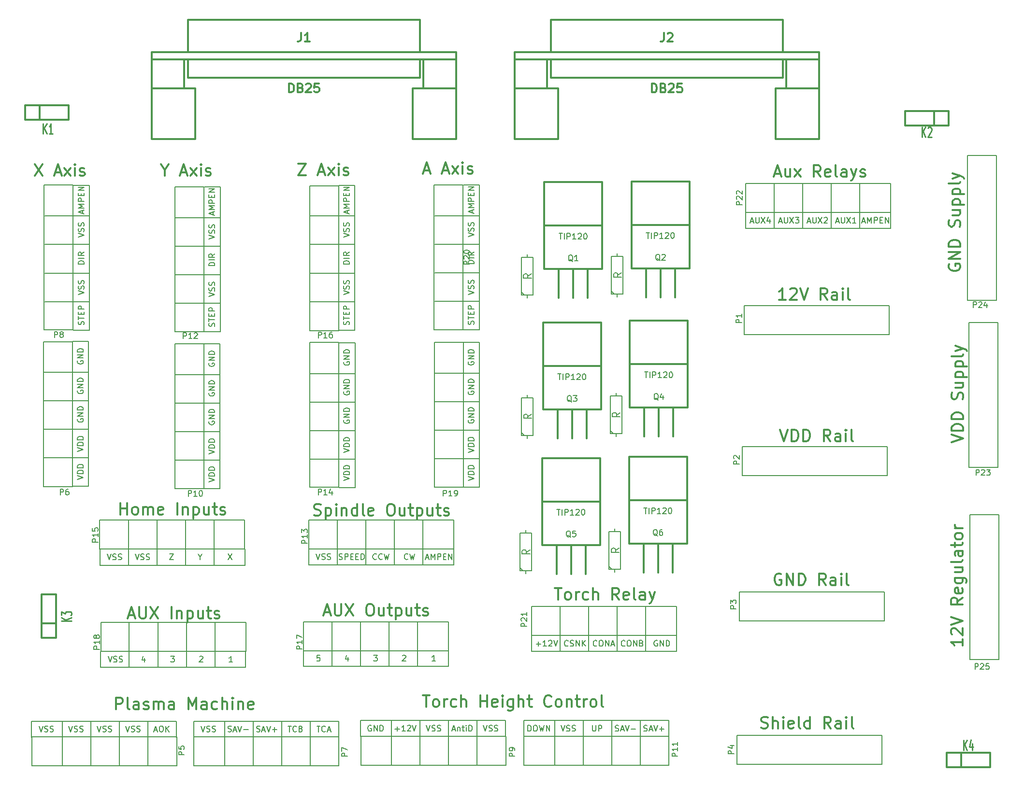
<source format=gbr>
G04 #@! TF.FileFunction,Legend,Top*
%FSLAX46Y46*%
G04 Gerber Fmt 4.6, Leading zero omitted, Abs format (unit mm)*
G04 Created by KiCad (PCBNEW 4.0.4-stable) date Fri Sep  1 12:38:30 2017*
%MOMM*%
%LPD*%
G01*
G04 APERTURE LIST*
%ADD10C,0.100000*%
%ADD11C,0.200000*%
%ADD12C,0.190500*%
%ADD13C,0.300000*%
%ADD14C,0.304800*%
%ADD15C,0.150000*%
%ADD16C,0.203200*%
%ADD17C,0.269240*%
G04 APERTURE END LIST*
D10*
D11*
X213220000Y-97395000D02*
X216020000Y-97395000D01*
D12*
X214112000Y-100769095D02*
X214063619Y-100865857D01*
X214063619Y-101011000D01*
X214112000Y-101156142D01*
X214208762Y-101252904D01*
X214305524Y-101301285D01*
X214499048Y-101349666D01*
X214644190Y-101349666D01*
X214837714Y-101301285D01*
X214934476Y-101252904D01*
X215031238Y-101156142D01*
X215079619Y-101011000D01*
X215079619Y-100914238D01*
X215031238Y-100769095D01*
X214982857Y-100720714D01*
X214644190Y-100720714D01*
X214644190Y-100914238D01*
X215079619Y-100285285D02*
X214063619Y-100285285D01*
X215079619Y-99704714D01*
X214063619Y-99704714D01*
X215079619Y-99220904D02*
X214063619Y-99220904D01*
X214063619Y-98978999D01*
X214112000Y-98833857D01*
X214208762Y-98737095D01*
X214305524Y-98688714D01*
X214499048Y-98640333D01*
X214644190Y-98640333D01*
X214837714Y-98688714D01*
X214934476Y-98737095D01*
X215031238Y-98833857D01*
X215079619Y-98978999D01*
X215079619Y-99220904D01*
D11*
X208220000Y-102795000D02*
X216020000Y-102795000D01*
D12*
X214112000Y-105969095D02*
X214063619Y-106065857D01*
X214063619Y-106211000D01*
X214112000Y-106356142D01*
X214208762Y-106452904D01*
X214305524Y-106501285D01*
X214499048Y-106549666D01*
X214644190Y-106549666D01*
X214837714Y-106501285D01*
X214934476Y-106452904D01*
X215031238Y-106356142D01*
X215079619Y-106211000D01*
X215079619Y-106114238D01*
X215031238Y-105969095D01*
X214982857Y-105920714D01*
X214644190Y-105920714D01*
X214644190Y-106114238D01*
X215079619Y-105485285D02*
X214063619Y-105485285D01*
X215079619Y-104904714D01*
X214063619Y-104904714D01*
X215079619Y-104420904D02*
X214063619Y-104420904D01*
X214063619Y-104178999D01*
X214112000Y-104033857D01*
X214208762Y-103937095D01*
X214305524Y-103888714D01*
X214499048Y-103840333D01*
X214644190Y-103840333D01*
X214837714Y-103888714D01*
X214934476Y-103937095D01*
X215031238Y-104033857D01*
X215079619Y-104178999D01*
X215079619Y-104420904D01*
D11*
X216020000Y-107795000D02*
X208220000Y-107795000D01*
D12*
X214112000Y-110969095D02*
X214063619Y-111065857D01*
X214063619Y-111211000D01*
X214112000Y-111356142D01*
X214208762Y-111452904D01*
X214305524Y-111501285D01*
X214499048Y-111549666D01*
X214644190Y-111549666D01*
X214837714Y-111501285D01*
X214934476Y-111452904D01*
X215031238Y-111356142D01*
X215079619Y-111211000D01*
X215079619Y-111114238D01*
X215031238Y-110969095D01*
X214982857Y-110920714D01*
X214644190Y-110920714D01*
X214644190Y-111114238D01*
X215079619Y-110485285D02*
X214063619Y-110485285D01*
X215079619Y-109904714D01*
X214063619Y-109904714D01*
X215079619Y-109420904D02*
X214063619Y-109420904D01*
X214063619Y-109178999D01*
X214112000Y-109033857D01*
X214208762Y-108937095D01*
X214305524Y-108888714D01*
X214499048Y-108840333D01*
X214644190Y-108840333D01*
X214837714Y-108888714D01*
X214934476Y-108937095D01*
X215031238Y-109033857D01*
X215079619Y-109178999D01*
X215079619Y-109420904D01*
D11*
X216020000Y-112795000D02*
X208220000Y-112795000D01*
D12*
X214063619Y-116644666D02*
X215079619Y-116305999D01*
X214063619Y-115967333D01*
X215079619Y-115628666D02*
X214063619Y-115628666D01*
X214063619Y-115386761D01*
X214112000Y-115241619D01*
X214208762Y-115144857D01*
X214305524Y-115096476D01*
X214499048Y-115048095D01*
X214644190Y-115048095D01*
X214837714Y-115096476D01*
X214934476Y-115144857D01*
X215031238Y-115241619D01*
X215079619Y-115386761D01*
X215079619Y-115628666D01*
X215079619Y-114612666D02*
X214063619Y-114612666D01*
X214063619Y-114370761D01*
X214112000Y-114225619D01*
X214208762Y-114128857D01*
X214305524Y-114080476D01*
X214499048Y-114032095D01*
X214644190Y-114032095D01*
X214837714Y-114080476D01*
X214934476Y-114128857D01*
X215031238Y-114225619D01*
X215079619Y-114370761D01*
X215079619Y-114612666D01*
D11*
X216020000Y-117795000D02*
X208220000Y-117795000D01*
D12*
X214063619Y-121549666D02*
X215079619Y-121210999D01*
X214063619Y-120872333D01*
X215079619Y-120533666D02*
X214063619Y-120533666D01*
X214063619Y-120291761D01*
X214112000Y-120146619D01*
X214208762Y-120049857D01*
X214305524Y-120001476D01*
X214499048Y-119953095D01*
X214644190Y-119953095D01*
X214837714Y-120001476D01*
X214934476Y-120049857D01*
X215031238Y-120146619D01*
X215079619Y-120291761D01*
X215079619Y-120533666D01*
X215079619Y-119517666D02*
X214063619Y-119517666D01*
X214063619Y-119275761D01*
X214112000Y-119130619D01*
X214208762Y-119033857D01*
X214305524Y-118985476D01*
X214499048Y-118937095D01*
X214644190Y-118937095D01*
X214837714Y-118985476D01*
X214934476Y-119033857D01*
X215031238Y-119130619D01*
X215079619Y-119275761D01*
X215079619Y-119517666D01*
D11*
X216020000Y-97395000D02*
X216020000Y-122795000D01*
X216020000Y-122795000D02*
X213220000Y-122795000D01*
X191450000Y-97435000D02*
X194250000Y-97435000D01*
D12*
X192342000Y-100809095D02*
X192293619Y-100905857D01*
X192293619Y-101051000D01*
X192342000Y-101196142D01*
X192438762Y-101292904D01*
X192535524Y-101341285D01*
X192729048Y-101389666D01*
X192874190Y-101389666D01*
X193067714Y-101341285D01*
X193164476Y-101292904D01*
X193261238Y-101196142D01*
X193309619Y-101051000D01*
X193309619Y-100954238D01*
X193261238Y-100809095D01*
X193212857Y-100760714D01*
X192874190Y-100760714D01*
X192874190Y-100954238D01*
X193309619Y-100325285D02*
X192293619Y-100325285D01*
X193309619Y-99744714D01*
X192293619Y-99744714D01*
X193309619Y-99260904D02*
X192293619Y-99260904D01*
X192293619Y-99018999D01*
X192342000Y-98873857D01*
X192438762Y-98777095D01*
X192535524Y-98728714D01*
X192729048Y-98680333D01*
X192874190Y-98680333D01*
X193067714Y-98728714D01*
X193164476Y-98777095D01*
X193261238Y-98873857D01*
X193309619Y-99018999D01*
X193309619Y-99260904D01*
D11*
X186450000Y-102835000D02*
X194250000Y-102835000D01*
D12*
X192342000Y-106009095D02*
X192293619Y-106105857D01*
X192293619Y-106251000D01*
X192342000Y-106396142D01*
X192438762Y-106492904D01*
X192535524Y-106541285D01*
X192729048Y-106589666D01*
X192874190Y-106589666D01*
X193067714Y-106541285D01*
X193164476Y-106492904D01*
X193261238Y-106396142D01*
X193309619Y-106251000D01*
X193309619Y-106154238D01*
X193261238Y-106009095D01*
X193212857Y-105960714D01*
X192874190Y-105960714D01*
X192874190Y-106154238D01*
X193309619Y-105525285D02*
X192293619Y-105525285D01*
X193309619Y-104944714D01*
X192293619Y-104944714D01*
X193309619Y-104460904D02*
X192293619Y-104460904D01*
X192293619Y-104218999D01*
X192342000Y-104073857D01*
X192438762Y-103977095D01*
X192535524Y-103928714D01*
X192729048Y-103880333D01*
X192874190Y-103880333D01*
X193067714Y-103928714D01*
X193164476Y-103977095D01*
X193261238Y-104073857D01*
X193309619Y-104218999D01*
X193309619Y-104460904D01*
D11*
X194250000Y-107835000D02*
X186450000Y-107835000D01*
D12*
X192342000Y-111009095D02*
X192293619Y-111105857D01*
X192293619Y-111251000D01*
X192342000Y-111396142D01*
X192438762Y-111492904D01*
X192535524Y-111541285D01*
X192729048Y-111589666D01*
X192874190Y-111589666D01*
X193067714Y-111541285D01*
X193164476Y-111492904D01*
X193261238Y-111396142D01*
X193309619Y-111251000D01*
X193309619Y-111154238D01*
X193261238Y-111009095D01*
X193212857Y-110960714D01*
X192874190Y-110960714D01*
X192874190Y-111154238D01*
X193309619Y-110525285D02*
X192293619Y-110525285D01*
X193309619Y-109944714D01*
X192293619Y-109944714D01*
X193309619Y-109460904D02*
X192293619Y-109460904D01*
X192293619Y-109218999D01*
X192342000Y-109073857D01*
X192438762Y-108977095D01*
X192535524Y-108928714D01*
X192729048Y-108880333D01*
X192874190Y-108880333D01*
X193067714Y-108928714D01*
X193164476Y-108977095D01*
X193261238Y-109073857D01*
X193309619Y-109218999D01*
X193309619Y-109460904D01*
D11*
X194250000Y-112835000D02*
X186450000Y-112835000D01*
D12*
X192293619Y-116684666D02*
X193309619Y-116345999D01*
X192293619Y-116007333D01*
X193309619Y-115668666D02*
X192293619Y-115668666D01*
X192293619Y-115426761D01*
X192342000Y-115281619D01*
X192438762Y-115184857D01*
X192535524Y-115136476D01*
X192729048Y-115088095D01*
X192874190Y-115088095D01*
X193067714Y-115136476D01*
X193164476Y-115184857D01*
X193261238Y-115281619D01*
X193309619Y-115426761D01*
X193309619Y-115668666D01*
X193309619Y-114652666D02*
X192293619Y-114652666D01*
X192293619Y-114410761D01*
X192342000Y-114265619D01*
X192438762Y-114168857D01*
X192535524Y-114120476D01*
X192729048Y-114072095D01*
X192874190Y-114072095D01*
X193067714Y-114120476D01*
X193164476Y-114168857D01*
X193261238Y-114265619D01*
X193309619Y-114410761D01*
X193309619Y-114652666D01*
D11*
X194250000Y-117835000D02*
X186450000Y-117835000D01*
D12*
X192293619Y-121589666D02*
X193309619Y-121250999D01*
X192293619Y-120912333D01*
X193309619Y-120573666D02*
X192293619Y-120573666D01*
X192293619Y-120331761D01*
X192342000Y-120186619D01*
X192438762Y-120089857D01*
X192535524Y-120041476D01*
X192729048Y-119993095D01*
X192874190Y-119993095D01*
X193067714Y-120041476D01*
X193164476Y-120089857D01*
X193261238Y-120186619D01*
X193309619Y-120331761D01*
X193309619Y-120573666D01*
X193309619Y-119557666D02*
X192293619Y-119557666D01*
X192293619Y-119315761D01*
X192342000Y-119170619D01*
X192438762Y-119073857D01*
X192535524Y-119025476D01*
X192729048Y-118977095D01*
X192874190Y-118977095D01*
X193067714Y-119025476D01*
X193164476Y-119073857D01*
X193261238Y-119170619D01*
X193309619Y-119315761D01*
X193309619Y-119557666D01*
D11*
X194250000Y-97435000D02*
X194250000Y-122835000D01*
X194250000Y-122835000D02*
X191450000Y-122835000D01*
X170590000Y-123055000D02*
X167790000Y-123055000D01*
D12*
X168633619Y-121809666D02*
X169649619Y-121470999D01*
X168633619Y-121132333D01*
X169649619Y-120793666D02*
X168633619Y-120793666D01*
X168633619Y-120551761D01*
X168682000Y-120406619D01*
X168778762Y-120309857D01*
X168875524Y-120261476D01*
X169069048Y-120213095D01*
X169214190Y-120213095D01*
X169407714Y-120261476D01*
X169504476Y-120309857D01*
X169601238Y-120406619D01*
X169649619Y-120551761D01*
X169649619Y-120793666D01*
X169649619Y-119777666D02*
X168633619Y-119777666D01*
X168633619Y-119535761D01*
X168682000Y-119390619D01*
X168778762Y-119293857D01*
X168875524Y-119245476D01*
X169069048Y-119197095D01*
X169214190Y-119197095D01*
X169407714Y-119245476D01*
X169504476Y-119293857D01*
X169601238Y-119390619D01*
X169649619Y-119535761D01*
X169649619Y-119777666D01*
D11*
X170590000Y-118055000D02*
X162790000Y-118055000D01*
D12*
X168633619Y-116904666D02*
X169649619Y-116565999D01*
X168633619Y-116227333D01*
X169649619Y-115888666D02*
X168633619Y-115888666D01*
X168633619Y-115646761D01*
X168682000Y-115501619D01*
X168778762Y-115404857D01*
X168875524Y-115356476D01*
X169069048Y-115308095D01*
X169214190Y-115308095D01*
X169407714Y-115356476D01*
X169504476Y-115404857D01*
X169601238Y-115501619D01*
X169649619Y-115646761D01*
X169649619Y-115888666D01*
X169649619Y-114872666D02*
X168633619Y-114872666D01*
X168633619Y-114630761D01*
X168682000Y-114485619D01*
X168778762Y-114388857D01*
X168875524Y-114340476D01*
X169069048Y-114292095D01*
X169214190Y-114292095D01*
X169407714Y-114340476D01*
X169504476Y-114388857D01*
X169601238Y-114485619D01*
X169649619Y-114630761D01*
X169649619Y-114872666D01*
D11*
X170590000Y-113055000D02*
X162790000Y-113055000D01*
D12*
X168682000Y-111229095D02*
X168633619Y-111325857D01*
X168633619Y-111471000D01*
X168682000Y-111616142D01*
X168778762Y-111712904D01*
X168875524Y-111761285D01*
X169069048Y-111809666D01*
X169214190Y-111809666D01*
X169407714Y-111761285D01*
X169504476Y-111712904D01*
X169601238Y-111616142D01*
X169649619Y-111471000D01*
X169649619Y-111374238D01*
X169601238Y-111229095D01*
X169552857Y-111180714D01*
X169214190Y-111180714D01*
X169214190Y-111374238D01*
X169649619Y-110745285D02*
X168633619Y-110745285D01*
X169649619Y-110164714D01*
X168633619Y-110164714D01*
X169649619Y-109680904D02*
X168633619Y-109680904D01*
X168633619Y-109438999D01*
X168682000Y-109293857D01*
X168778762Y-109197095D01*
X168875524Y-109148714D01*
X169069048Y-109100333D01*
X169214190Y-109100333D01*
X169407714Y-109148714D01*
X169504476Y-109197095D01*
X169601238Y-109293857D01*
X169649619Y-109438999D01*
X169649619Y-109680904D01*
D11*
X170590000Y-108055000D02*
X162790000Y-108055000D01*
D12*
X168682000Y-106229095D02*
X168633619Y-106325857D01*
X168633619Y-106471000D01*
X168682000Y-106616142D01*
X168778762Y-106712904D01*
X168875524Y-106761285D01*
X169069048Y-106809666D01*
X169214190Y-106809666D01*
X169407714Y-106761285D01*
X169504476Y-106712904D01*
X169601238Y-106616142D01*
X169649619Y-106471000D01*
X169649619Y-106374238D01*
X169601238Y-106229095D01*
X169552857Y-106180714D01*
X169214190Y-106180714D01*
X169214190Y-106374238D01*
X169649619Y-105745285D02*
X168633619Y-105745285D01*
X169649619Y-105164714D01*
X168633619Y-105164714D01*
X169649619Y-104680904D02*
X168633619Y-104680904D01*
X168633619Y-104438999D01*
X168682000Y-104293857D01*
X168778762Y-104197095D01*
X168875524Y-104148714D01*
X169069048Y-104100333D01*
X169214190Y-104100333D01*
X169407714Y-104148714D01*
X169504476Y-104197095D01*
X169601238Y-104293857D01*
X169649619Y-104438999D01*
X169649619Y-104680904D01*
D11*
X162790000Y-103055000D02*
X170590000Y-103055000D01*
D12*
X168682000Y-101029095D02*
X168633619Y-101125857D01*
X168633619Y-101271000D01*
X168682000Y-101416142D01*
X168778762Y-101512904D01*
X168875524Y-101561285D01*
X169069048Y-101609666D01*
X169214190Y-101609666D01*
X169407714Y-101561285D01*
X169504476Y-101512904D01*
X169601238Y-101416142D01*
X169649619Y-101271000D01*
X169649619Y-101174238D01*
X169601238Y-101029095D01*
X169552857Y-100980714D01*
X169214190Y-100980714D01*
X169214190Y-101174238D01*
X169649619Y-100545285D02*
X168633619Y-100545285D01*
X169649619Y-99964714D01*
X168633619Y-99964714D01*
X169649619Y-99480904D02*
X168633619Y-99480904D01*
X168633619Y-99238999D01*
X168682000Y-99093857D01*
X168778762Y-98997095D01*
X168875524Y-98948714D01*
X169069048Y-98900333D01*
X169214190Y-98900333D01*
X169407714Y-98948714D01*
X169504476Y-98997095D01*
X169601238Y-99093857D01*
X169649619Y-99238999D01*
X169649619Y-99480904D01*
D11*
X170590000Y-97655000D02*
X170590000Y-123055000D01*
X167790000Y-97655000D02*
X170590000Y-97655000D01*
X147590000Y-122625000D02*
X144790000Y-122625000D01*
D12*
X145633619Y-121379666D02*
X146649619Y-121040999D01*
X145633619Y-120702333D01*
X146649619Y-120363666D02*
X145633619Y-120363666D01*
X145633619Y-120121761D01*
X145682000Y-119976619D01*
X145778762Y-119879857D01*
X145875524Y-119831476D01*
X146069048Y-119783095D01*
X146214190Y-119783095D01*
X146407714Y-119831476D01*
X146504476Y-119879857D01*
X146601238Y-119976619D01*
X146649619Y-120121761D01*
X146649619Y-120363666D01*
X146649619Y-119347666D02*
X145633619Y-119347666D01*
X145633619Y-119105761D01*
X145682000Y-118960619D01*
X145778762Y-118863857D01*
X145875524Y-118815476D01*
X146069048Y-118767095D01*
X146214190Y-118767095D01*
X146407714Y-118815476D01*
X146504476Y-118863857D01*
X146601238Y-118960619D01*
X146649619Y-119105761D01*
X146649619Y-119347666D01*
D11*
X147590000Y-117625000D02*
X139790000Y-117625000D01*
D12*
X145633619Y-116474666D02*
X146649619Y-116135999D01*
X145633619Y-115797333D01*
X146649619Y-115458666D02*
X145633619Y-115458666D01*
X145633619Y-115216761D01*
X145682000Y-115071619D01*
X145778762Y-114974857D01*
X145875524Y-114926476D01*
X146069048Y-114878095D01*
X146214190Y-114878095D01*
X146407714Y-114926476D01*
X146504476Y-114974857D01*
X146601238Y-115071619D01*
X146649619Y-115216761D01*
X146649619Y-115458666D01*
X146649619Y-114442666D02*
X145633619Y-114442666D01*
X145633619Y-114200761D01*
X145682000Y-114055619D01*
X145778762Y-113958857D01*
X145875524Y-113910476D01*
X146069048Y-113862095D01*
X146214190Y-113862095D01*
X146407714Y-113910476D01*
X146504476Y-113958857D01*
X146601238Y-114055619D01*
X146649619Y-114200761D01*
X146649619Y-114442666D01*
D11*
X147590000Y-112625000D02*
X139790000Y-112625000D01*
D12*
X145682000Y-110799095D02*
X145633619Y-110895857D01*
X145633619Y-111041000D01*
X145682000Y-111186142D01*
X145778762Y-111282904D01*
X145875524Y-111331285D01*
X146069048Y-111379666D01*
X146214190Y-111379666D01*
X146407714Y-111331285D01*
X146504476Y-111282904D01*
X146601238Y-111186142D01*
X146649619Y-111041000D01*
X146649619Y-110944238D01*
X146601238Y-110799095D01*
X146552857Y-110750714D01*
X146214190Y-110750714D01*
X146214190Y-110944238D01*
X146649619Y-110315285D02*
X145633619Y-110315285D01*
X146649619Y-109734714D01*
X145633619Y-109734714D01*
X146649619Y-109250904D02*
X145633619Y-109250904D01*
X145633619Y-109008999D01*
X145682000Y-108863857D01*
X145778762Y-108767095D01*
X145875524Y-108718714D01*
X146069048Y-108670333D01*
X146214190Y-108670333D01*
X146407714Y-108718714D01*
X146504476Y-108767095D01*
X146601238Y-108863857D01*
X146649619Y-109008999D01*
X146649619Y-109250904D01*
D11*
X147590000Y-107625000D02*
X139790000Y-107625000D01*
D12*
X145682000Y-105799095D02*
X145633619Y-105895857D01*
X145633619Y-106041000D01*
X145682000Y-106186142D01*
X145778762Y-106282904D01*
X145875524Y-106331285D01*
X146069048Y-106379666D01*
X146214190Y-106379666D01*
X146407714Y-106331285D01*
X146504476Y-106282904D01*
X146601238Y-106186142D01*
X146649619Y-106041000D01*
X146649619Y-105944238D01*
X146601238Y-105799095D01*
X146552857Y-105750714D01*
X146214190Y-105750714D01*
X146214190Y-105944238D01*
X146649619Y-105315285D02*
X145633619Y-105315285D01*
X146649619Y-104734714D01*
X145633619Y-104734714D01*
X146649619Y-104250904D02*
X145633619Y-104250904D01*
X145633619Y-104008999D01*
X145682000Y-103863857D01*
X145778762Y-103767095D01*
X145875524Y-103718714D01*
X146069048Y-103670333D01*
X146214190Y-103670333D01*
X146407714Y-103718714D01*
X146504476Y-103767095D01*
X146601238Y-103863857D01*
X146649619Y-104008999D01*
X146649619Y-104250904D01*
D11*
X139790000Y-102625000D02*
X147590000Y-102625000D01*
D12*
X145682000Y-100599095D02*
X145633619Y-100695857D01*
X145633619Y-100841000D01*
X145682000Y-100986142D01*
X145778762Y-101082904D01*
X145875524Y-101131285D01*
X146069048Y-101179666D01*
X146214190Y-101179666D01*
X146407714Y-101131285D01*
X146504476Y-101082904D01*
X146601238Y-100986142D01*
X146649619Y-100841000D01*
X146649619Y-100744238D01*
X146601238Y-100599095D01*
X146552857Y-100550714D01*
X146214190Y-100550714D01*
X146214190Y-100744238D01*
X146649619Y-100115285D02*
X145633619Y-100115285D01*
X146649619Y-99534714D01*
X145633619Y-99534714D01*
X146649619Y-99050904D02*
X145633619Y-99050904D01*
X145633619Y-98808999D01*
X145682000Y-98663857D01*
X145778762Y-98567095D01*
X145875524Y-98518714D01*
X146069048Y-98470333D01*
X146214190Y-98470333D01*
X146407714Y-98518714D01*
X146504476Y-98567095D01*
X146601238Y-98663857D01*
X146649619Y-98808999D01*
X146649619Y-99050904D01*
D11*
X147590000Y-97225000D02*
X147590000Y-122625000D01*
X144790000Y-97225000D02*
X147590000Y-97225000D01*
X216020000Y-95165000D02*
X213220000Y-95165000D01*
D12*
X215031238Y-94209952D02*
X215079619Y-94064809D01*
X215079619Y-93822905D01*
X215031238Y-93726143D01*
X214982857Y-93677762D01*
X214886095Y-93629381D01*
X214789333Y-93629381D01*
X214692571Y-93677762D01*
X214644190Y-93726143D01*
X214595810Y-93822905D01*
X214547429Y-94016428D01*
X214499048Y-94113190D01*
X214450667Y-94161571D01*
X214353905Y-94209952D01*
X214257143Y-94209952D01*
X214160381Y-94161571D01*
X214112000Y-94113190D01*
X214063619Y-94016428D01*
X214063619Y-93774524D01*
X214112000Y-93629381D01*
X214063619Y-93339095D02*
X214063619Y-92758524D01*
X215079619Y-93048809D02*
X214063619Y-93048809D01*
X214547429Y-92419857D02*
X214547429Y-92081191D01*
X215079619Y-91936048D02*
X215079619Y-92419857D01*
X214063619Y-92419857D01*
X214063619Y-91936048D01*
X215079619Y-91500619D02*
X214063619Y-91500619D01*
X214063619Y-91113572D01*
X214112000Y-91016810D01*
X214160381Y-90968429D01*
X214257143Y-90920048D01*
X214402286Y-90920048D01*
X214499048Y-90968429D01*
X214547429Y-91016810D01*
X214595810Y-91113572D01*
X214595810Y-91500619D01*
D11*
X216020000Y-90165000D02*
X208220000Y-90165000D01*
D12*
X214063619Y-88966285D02*
X215079619Y-88627618D01*
X214063619Y-88288952D01*
X215031238Y-87998666D02*
X215079619Y-87853523D01*
X215079619Y-87611619D01*
X215031238Y-87514857D01*
X214982857Y-87466476D01*
X214886095Y-87418095D01*
X214789333Y-87418095D01*
X214692571Y-87466476D01*
X214644190Y-87514857D01*
X214595810Y-87611619D01*
X214547429Y-87805142D01*
X214499048Y-87901904D01*
X214450667Y-87950285D01*
X214353905Y-87998666D01*
X214257143Y-87998666D01*
X214160381Y-87950285D01*
X214112000Y-87901904D01*
X214063619Y-87805142D01*
X214063619Y-87563238D01*
X214112000Y-87418095D01*
X215031238Y-87031047D02*
X215079619Y-86885904D01*
X215079619Y-86644000D01*
X215031238Y-86547238D01*
X214982857Y-86498857D01*
X214886095Y-86450476D01*
X214789333Y-86450476D01*
X214692571Y-86498857D01*
X214644190Y-86547238D01*
X214595810Y-86644000D01*
X214547429Y-86837523D01*
X214499048Y-86934285D01*
X214450667Y-86982666D01*
X214353905Y-87031047D01*
X214257143Y-87031047D01*
X214160381Y-86982666D01*
X214112000Y-86934285D01*
X214063619Y-86837523D01*
X214063619Y-86595619D01*
X214112000Y-86450476D01*
D11*
X216020000Y-85165000D02*
X208220000Y-85165000D01*
D12*
X215079619Y-83581000D02*
X214063619Y-83581000D01*
X214063619Y-83339095D01*
X214112000Y-83193953D01*
X214208762Y-83097191D01*
X214305524Y-83048810D01*
X214499048Y-83000429D01*
X214644190Y-83000429D01*
X214837714Y-83048810D01*
X214934476Y-83097191D01*
X215031238Y-83193953D01*
X215079619Y-83339095D01*
X215079619Y-83581000D01*
X215079619Y-82565000D02*
X214063619Y-82565000D01*
X215079619Y-81500619D02*
X214595810Y-81839285D01*
X215079619Y-82081190D02*
X214063619Y-82081190D01*
X214063619Y-81694143D01*
X214112000Y-81597381D01*
X214160381Y-81549000D01*
X214257143Y-81500619D01*
X214402286Y-81500619D01*
X214499048Y-81549000D01*
X214547429Y-81597381D01*
X214595810Y-81694143D01*
X214595810Y-82081190D01*
D11*
X216020000Y-80165000D02*
X208220000Y-80165000D01*
D12*
X214063619Y-78871285D02*
X215079619Y-78532618D01*
X214063619Y-78193952D01*
X215031238Y-77903666D02*
X215079619Y-77758523D01*
X215079619Y-77516619D01*
X215031238Y-77419857D01*
X214982857Y-77371476D01*
X214886095Y-77323095D01*
X214789333Y-77323095D01*
X214692571Y-77371476D01*
X214644190Y-77419857D01*
X214595810Y-77516619D01*
X214547429Y-77710142D01*
X214499048Y-77806904D01*
X214450667Y-77855285D01*
X214353905Y-77903666D01*
X214257143Y-77903666D01*
X214160381Y-77855285D01*
X214112000Y-77806904D01*
X214063619Y-77710142D01*
X214063619Y-77468238D01*
X214112000Y-77323095D01*
X215031238Y-76936047D02*
X215079619Y-76790904D01*
X215079619Y-76549000D01*
X215031238Y-76452238D01*
X214982857Y-76403857D01*
X214886095Y-76355476D01*
X214789333Y-76355476D01*
X214692571Y-76403857D01*
X214644190Y-76452238D01*
X214595810Y-76549000D01*
X214547429Y-76742523D01*
X214499048Y-76839285D01*
X214450667Y-76887666D01*
X214353905Y-76936047D01*
X214257143Y-76936047D01*
X214160381Y-76887666D01*
X214112000Y-76839285D01*
X214063619Y-76742523D01*
X214063619Y-76500619D01*
X214112000Y-76355476D01*
D11*
X208220000Y-75165000D02*
X216020000Y-75165000D01*
D12*
X214789333Y-74687285D02*
X214789333Y-74203476D01*
X215079619Y-74784047D02*
X214063619Y-74445380D01*
X215079619Y-74106714D01*
X215079619Y-73768047D02*
X214063619Y-73768047D01*
X214789333Y-73429381D01*
X214063619Y-73090714D01*
X215079619Y-73090714D01*
X215079619Y-72606904D02*
X214063619Y-72606904D01*
X214063619Y-72219857D01*
X214112000Y-72123095D01*
X214160381Y-72074714D01*
X214257143Y-72026333D01*
X214402286Y-72026333D01*
X214499048Y-72074714D01*
X214547429Y-72123095D01*
X214595810Y-72219857D01*
X214595810Y-72606904D01*
X214547429Y-71590904D02*
X214547429Y-71252238D01*
X215079619Y-71107095D02*
X215079619Y-71590904D01*
X214063619Y-71590904D01*
X214063619Y-71107095D01*
X215079619Y-70671666D02*
X214063619Y-70671666D01*
X215079619Y-70091095D01*
X214063619Y-70091095D01*
D11*
X216020000Y-69765000D02*
X216020000Y-95165000D01*
X213220000Y-69765000D02*
X216020000Y-69765000D01*
X186390000Y-75225000D02*
X194190000Y-75225000D01*
X194190000Y-80225000D02*
X186390000Y-80225000D01*
X194190000Y-85225000D02*
X186390000Y-85225000D01*
X194190000Y-90225000D02*
X186390000Y-90225000D01*
X194190000Y-95225000D02*
X191390000Y-95225000D01*
D12*
X193201238Y-94269952D02*
X193249619Y-94124809D01*
X193249619Y-93882905D01*
X193201238Y-93786143D01*
X193152857Y-93737762D01*
X193056095Y-93689381D01*
X192959333Y-93689381D01*
X192862571Y-93737762D01*
X192814190Y-93786143D01*
X192765810Y-93882905D01*
X192717429Y-94076428D01*
X192669048Y-94173190D01*
X192620667Y-94221571D01*
X192523905Y-94269952D01*
X192427143Y-94269952D01*
X192330381Y-94221571D01*
X192282000Y-94173190D01*
X192233619Y-94076428D01*
X192233619Y-93834524D01*
X192282000Y-93689381D01*
X192233619Y-93399095D02*
X192233619Y-92818524D01*
X193249619Y-93108809D02*
X192233619Y-93108809D01*
X192717429Y-92479857D02*
X192717429Y-92141191D01*
X193249619Y-91996048D02*
X193249619Y-92479857D01*
X192233619Y-92479857D01*
X192233619Y-91996048D01*
X193249619Y-91560619D02*
X192233619Y-91560619D01*
X192233619Y-91173572D01*
X192282000Y-91076810D01*
X192330381Y-91028429D01*
X192427143Y-90980048D01*
X192572286Y-90980048D01*
X192669048Y-91028429D01*
X192717429Y-91076810D01*
X192765810Y-91173572D01*
X192765810Y-91560619D01*
X192233619Y-89026285D02*
X193249619Y-88687618D01*
X192233619Y-88348952D01*
X193201238Y-88058666D02*
X193249619Y-87913523D01*
X193249619Y-87671619D01*
X193201238Y-87574857D01*
X193152857Y-87526476D01*
X193056095Y-87478095D01*
X192959333Y-87478095D01*
X192862571Y-87526476D01*
X192814190Y-87574857D01*
X192765810Y-87671619D01*
X192717429Y-87865142D01*
X192669048Y-87961904D01*
X192620667Y-88010285D01*
X192523905Y-88058666D01*
X192427143Y-88058666D01*
X192330381Y-88010285D01*
X192282000Y-87961904D01*
X192233619Y-87865142D01*
X192233619Y-87623238D01*
X192282000Y-87478095D01*
X193201238Y-87091047D02*
X193249619Y-86945904D01*
X193249619Y-86704000D01*
X193201238Y-86607238D01*
X193152857Y-86558857D01*
X193056095Y-86510476D01*
X192959333Y-86510476D01*
X192862571Y-86558857D01*
X192814190Y-86607238D01*
X192765810Y-86704000D01*
X192717429Y-86897523D01*
X192669048Y-86994285D01*
X192620667Y-87042666D01*
X192523905Y-87091047D01*
X192427143Y-87091047D01*
X192330381Y-87042666D01*
X192282000Y-86994285D01*
X192233619Y-86897523D01*
X192233619Y-86655619D01*
X192282000Y-86510476D01*
X193249619Y-83641000D02*
X192233619Y-83641000D01*
X192233619Y-83399095D01*
X192282000Y-83253953D01*
X192378762Y-83157191D01*
X192475524Y-83108810D01*
X192669048Y-83060429D01*
X192814190Y-83060429D01*
X193007714Y-83108810D01*
X193104476Y-83157191D01*
X193201238Y-83253953D01*
X193249619Y-83399095D01*
X193249619Y-83641000D01*
X193249619Y-82625000D02*
X192233619Y-82625000D01*
X193249619Y-81560619D02*
X192765810Y-81899285D01*
X193249619Y-82141190D02*
X192233619Y-82141190D01*
X192233619Y-81754143D01*
X192282000Y-81657381D01*
X192330381Y-81609000D01*
X192427143Y-81560619D01*
X192572286Y-81560619D01*
X192669048Y-81609000D01*
X192717429Y-81657381D01*
X192765810Y-81754143D01*
X192765810Y-82141190D01*
X192233619Y-78931285D02*
X193249619Y-78592618D01*
X192233619Y-78253952D01*
X193201238Y-77963666D02*
X193249619Y-77818523D01*
X193249619Y-77576619D01*
X193201238Y-77479857D01*
X193152857Y-77431476D01*
X193056095Y-77383095D01*
X192959333Y-77383095D01*
X192862571Y-77431476D01*
X192814190Y-77479857D01*
X192765810Y-77576619D01*
X192717429Y-77770142D01*
X192669048Y-77866904D01*
X192620667Y-77915285D01*
X192523905Y-77963666D01*
X192427143Y-77963666D01*
X192330381Y-77915285D01*
X192282000Y-77866904D01*
X192233619Y-77770142D01*
X192233619Y-77528238D01*
X192282000Y-77383095D01*
X193201238Y-76996047D02*
X193249619Y-76850904D01*
X193249619Y-76609000D01*
X193201238Y-76512238D01*
X193152857Y-76463857D01*
X193056095Y-76415476D01*
X192959333Y-76415476D01*
X192862571Y-76463857D01*
X192814190Y-76512238D01*
X192765810Y-76609000D01*
X192717429Y-76802523D01*
X192669048Y-76899285D01*
X192620667Y-76947666D01*
X192523905Y-76996047D01*
X192427143Y-76996047D01*
X192330381Y-76947666D01*
X192282000Y-76899285D01*
X192233619Y-76802523D01*
X192233619Y-76560619D01*
X192282000Y-76415476D01*
X192959333Y-74747285D02*
X192959333Y-74263476D01*
X193249619Y-74844047D02*
X192233619Y-74505380D01*
X193249619Y-74166714D01*
X193249619Y-73828047D02*
X192233619Y-73828047D01*
X192959333Y-73489381D01*
X192233619Y-73150714D01*
X193249619Y-73150714D01*
X193249619Y-72666904D02*
X192233619Y-72666904D01*
X192233619Y-72279857D01*
X192282000Y-72183095D01*
X192330381Y-72134714D01*
X192427143Y-72086333D01*
X192572286Y-72086333D01*
X192669048Y-72134714D01*
X192717429Y-72183095D01*
X192765810Y-72279857D01*
X192765810Y-72666904D01*
X192717429Y-71650904D02*
X192717429Y-71312238D01*
X193249619Y-71167095D02*
X193249619Y-71650904D01*
X192233619Y-71650904D01*
X192233619Y-71167095D01*
X193249619Y-70731666D02*
X192233619Y-70731666D01*
X193249619Y-70151095D01*
X192233619Y-70151095D01*
D11*
X194190000Y-69825000D02*
X194190000Y-95225000D01*
X191390000Y-69825000D02*
X194190000Y-69825000D01*
X167830000Y-70125000D02*
X170630000Y-70125000D01*
D12*
X169399333Y-75047285D02*
X169399333Y-74563476D01*
X169689619Y-75144047D02*
X168673619Y-74805380D01*
X169689619Y-74466714D01*
X169689619Y-74128047D02*
X168673619Y-74128047D01*
X169399333Y-73789381D01*
X168673619Y-73450714D01*
X169689619Y-73450714D01*
X169689619Y-72966904D02*
X168673619Y-72966904D01*
X168673619Y-72579857D01*
X168722000Y-72483095D01*
X168770381Y-72434714D01*
X168867143Y-72386333D01*
X169012286Y-72386333D01*
X169109048Y-72434714D01*
X169157429Y-72483095D01*
X169205810Y-72579857D01*
X169205810Y-72966904D01*
X169157429Y-71950904D02*
X169157429Y-71612238D01*
X169689619Y-71467095D02*
X169689619Y-71950904D01*
X168673619Y-71950904D01*
X168673619Y-71467095D01*
X169689619Y-71031666D02*
X168673619Y-71031666D01*
X169689619Y-70451095D01*
X168673619Y-70451095D01*
D11*
X162830000Y-75525000D02*
X170630000Y-75525000D01*
D12*
X168673619Y-79231285D02*
X169689619Y-78892618D01*
X168673619Y-78553952D01*
X169641238Y-78263666D02*
X169689619Y-78118523D01*
X169689619Y-77876619D01*
X169641238Y-77779857D01*
X169592857Y-77731476D01*
X169496095Y-77683095D01*
X169399333Y-77683095D01*
X169302571Y-77731476D01*
X169254190Y-77779857D01*
X169205810Y-77876619D01*
X169157429Y-78070142D01*
X169109048Y-78166904D01*
X169060667Y-78215285D01*
X168963905Y-78263666D01*
X168867143Y-78263666D01*
X168770381Y-78215285D01*
X168722000Y-78166904D01*
X168673619Y-78070142D01*
X168673619Y-77828238D01*
X168722000Y-77683095D01*
X169641238Y-77296047D02*
X169689619Y-77150904D01*
X169689619Y-76909000D01*
X169641238Y-76812238D01*
X169592857Y-76763857D01*
X169496095Y-76715476D01*
X169399333Y-76715476D01*
X169302571Y-76763857D01*
X169254190Y-76812238D01*
X169205810Y-76909000D01*
X169157429Y-77102523D01*
X169109048Y-77199285D01*
X169060667Y-77247666D01*
X168963905Y-77296047D01*
X168867143Y-77296047D01*
X168770381Y-77247666D01*
X168722000Y-77199285D01*
X168673619Y-77102523D01*
X168673619Y-76860619D01*
X168722000Y-76715476D01*
D11*
X170630000Y-80525000D02*
X162830000Y-80525000D01*
D12*
X169689619Y-83941000D02*
X168673619Y-83941000D01*
X168673619Y-83699095D01*
X168722000Y-83553953D01*
X168818762Y-83457191D01*
X168915524Y-83408810D01*
X169109048Y-83360429D01*
X169254190Y-83360429D01*
X169447714Y-83408810D01*
X169544476Y-83457191D01*
X169641238Y-83553953D01*
X169689619Y-83699095D01*
X169689619Y-83941000D01*
X169689619Y-82925000D02*
X168673619Y-82925000D01*
X169689619Y-81860619D02*
X169205810Y-82199285D01*
X169689619Y-82441190D02*
X168673619Y-82441190D01*
X168673619Y-82054143D01*
X168722000Y-81957381D01*
X168770381Y-81909000D01*
X168867143Y-81860619D01*
X169012286Y-81860619D01*
X169109048Y-81909000D01*
X169157429Y-81957381D01*
X169205810Y-82054143D01*
X169205810Y-82441190D01*
D11*
X170630000Y-85525000D02*
X162830000Y-85525000D01*
D12*
X168673619Y-89326285D02*
X169689619Y-88987618D01*
X168673619Y-88648952D01*
X169641238Y-88358666D02*
X169689619Y-88213523D01*
X169689619Y-87971619D01*
X169641238Y-87874857D01*
X169592857Y-87826476D01*
X169496095Y-87778095D01*
X169399333Y-87778095D01*
X169302571Y-87826476D01*
X169254190Y-87874857D01*
X169205810Y-87971619D01*
X169157429Y-88165142D01*
X169109048Y-88261904D01*
X169060667Y-88310285D01*
X168963905Y-88358666D01*
X168867143Y-88358666D01*
X168770381Y-88310285D01*
X168722000Y-88261904D01*
X168673619Y-88165142D01*
X168673619Y-87923238D01*
X168722000Y-87778095D01*
X169641238Y-87391047D02*
X169689619Y-87245904D01*
X169689619Y-87004000D01*
X169641238Y-86907238D01*
X169592857Y-86858857D01*
X169496095Y-86810476D01*
X169399333Y-86810476D01*
X169302571Y-86858857D01*
X169254190Y-86907238D01*
X169205810Y-87004000D01*
X169157429Y-87197523D01*
X169109048Y-87294285D01*
X169060667Y-87342666D01*
X168963905Y-87391047D01*
X168867143Y-87391047D01*
X168770381Y-87342666D01*
X168722000Y-87294285D01*
X168673619Y-87197523D01*
X168673619Y-86955619D01*
X168722000Y-86810476D01*
D11*
X170630000Y-90525000D02*
X162830000Y-90525000D01*
D12*
X169641238Y-94569952D02*
X169689619Y-94424809D01*
X169689619Y-94182905D01*
X169641238Y-94086143D01*
X169592857Y-94037762D01*
X169496095Y-93989381D01*
X169399333Y-93989381D01*
X169302571Y-94037762D01*
X169254190Y-94086143D01*
X169205810Y-94182905D01*
X169157429Y-94376428D01*
X169109048Y-94473190D01*
X169060667Y-94521571D01*
X168963905Y-94569952D01*
X168867143Y-94569952D01*
X168770381Y-94521571D01*
X168722000Y-94473190D01*
X168673619Y-94376428D01*
X168673619Y-94134524D01*
X168722000Y-93989381D01*
X168673619Y-93699095D02*
X168673619Y-93118524D01*
X169689619Y-93408809D02*
X168673619Y-93408809D01*
X169157429Y-92779857D02*
X169157429Y-92441191D01*
X169689619Y-92296048D02*
X169689619Y-92779857D01*
X168673619Y-92779857D01*
X168673619Y-92296048D01*
X169689619Y-91860619D02*
X168673619Y-91860619D01*
X168673619Y-91473572D01*
X168722000Y-91376810D01*
X168770381Y-91328429D01*
X168867143Y-91280048D01*
X169012286Y-91280048D01*
X169109048Y-91328429D01*
X169157429Y-91376810D01*
X169205810Y-91473572D01*
X169205810Y-91860619D01*
D11*
X170630000Y-70125000D02*
X170630000Y-95525000D01*
X170630000Y-95525000D02*
X167830000Y-95525000D01*
D12*
X146741238Y-94269952D02*
X146789619Y-94124809D01*
X146789619Y-93882905D01*
X146741238Y-93786143D01*
X146692857Y-93737762D01*
X146596095Y-93689381D01*
X146499333Y-93689381D01*
X146402571Y-93737762D01*
X146354190Y-93786143D01*
X146305810Y-93882905D01*
X146257429Y-94076428D01*
X146209048Y-94173190D01*
X146160667Y-94221571D01*
X146063905Y-94269952D01*
X145967143Y-94269952D01*
X145870381Y-94221571D01*
X145822000Y-94173190D01*
X145773619Y-94076428D01*
X145773619Y-93834524D01*
X145822000Y-93689381D01*
X145773619Y-93399095D02*
X145773619Y-92818524D01*
X146789619Y-93108809D02*
X145773619Y-93108809D01*
X146257429Y-92479857D02*
X146257429Y-92141191D01*
X146789619Y-91996048D02*
X146789619Y-92479857D01*
X145773619Y-92479857D01*
X145773619Y-91996048D01*
X146789619Y-91560619D02*
X145773619Y-91560619D01*
X145773619Y-91173572D01*
X145822000Y-91076810D01*
X145870381Y-91028429D01*
X145967143Y-90980048D01*
X146112286Y-90980048D01*
X146209048Y-91028429D01*
X146257429Y-91076810D01*
X146305810Y-91173572D01*
X146305810Y-91560619D01*
X145773619Y-89026285D02*
X146789619Y-88687618D01*
X145773619Y-88348952D01*
X146741238Y-88058666D02*
X146789619Y-87913523D01*
X146789619Y-87671619D01*
X146741238Y-87574857D01*
X146692857Y-87526476D01*
X146596095Y-87478095D01*
X146499333Y-87478095D01*
X146402571Y-87526476D01*
X146354190Y-87574857D01*
X146305810Y-87671619D01*
X146257429Y-87865142D01*
X146209048Y-87961904D01*
X146160667Y-88010285D01*
X146063905Y-88058666D01*
X145967143Y-88058666D01*
X145870381Y-88010285D01*
X145822000Y-87961904D01*
X145773619Y-87865142D01*
X145773619Y-87623238D01*
X145822000Y-87478095D01*
X146741238Y-87091047D02*
X146789619Y-86945904D01*
X146789619Y-86704000D01*
X146741238Y-86607238D01*
X146692857Y-86558857D01*
X146596095Y-86510476D01*
X146499333Y-86510476D01*
X146402571Y-86558857D01*
X146354190Y-86607238D01*
X146305810Y-86704000D01*
X146257429Y-86897523D01*
X146209048Y-86994285D01*
X146160667Y-87042666D01*
X146063905Y-87091047D01*
X145967143Y-87091047D01*
X145870381Y-87042666D01*
X145822000Y-86994285D01*
X145773619Y-86897523D01*
X145773619Y-86655619D01*
X145822000Y-86510476D01*
X146789619Y-83641000D02*
X145773619Y-83641000D01*
X145773619Y-83399095D01*
X145822000Y-83253953D01*
X145918762Y-83157191D01*
X146015524Y-83108810D01*
X146209048Y-83060429D01*
X146354190Y-83060429D01*
X146547714Y-83108810D01*
X146644476Y-83157191D01*
X146741238Y-83253953D01*
X146789619Y-83399095D01*
X146789619Y-83641000D01*
X146789619Y-82625000D02*
X145773619Y-82625000D01*
X146789619Y-81560619D02*
X146305810Y-81899285D01*
X146789619Y-82141190D02*
X145773619Y-82141190D01*
X145773619Y-81754143D01*
X145822000Y-81657381D01*
X145870381Y-81609000D01*
X145967143Y-81560619D01*
X146112286Y-81560619D01*
X146209048Y-81609000D01*
X146257429Y-81657381D01*
X146305810Y-81754143D01*
X146305810Y-82141190D01*
X145773619Y-78931285D02*
X146789619Y-78592618D01*
X145773619Y-78253952D01*
X146741238Y-77963666D02*
X146789619Y-77818523D01*
X146789619Y-77576619D01*
X146741238Y-77479857D01*
X146692857Y-77431476D01*
X146596095Y-77383095D01*
X146499333Y-77383095D01*
X146402571Y-77431476D01*
X146354190Y-77479857D01*
X146305810Y-77576619D01*
X146257429Y-77770142D01*
X146209048Y-77866904D01*
X146160667Y-77915285D01*
X146063905Y-77963666D01*
X145967143Y-77963666D01*
X145870381Y-77915285D01*
X145822000Y-77866904D01*
X145773619Y-77770142D01*
X145773619Y-77528238D01*
X145822000Y-77383095D01*
X146741238Y-76996047D02*
X146789619Y-76850904D01*
X146789619Y-76609000D01*
X146741238Y-76512238D01*
X146692857Y-76463857D01*
X146596095Y-76415476D01*
X146499333Y-76415476D01*
X146402571Y-76463857D01*
X146354190Y-76512238D01*
X146305810Y-76609000D01*
X146257429Y-76802523D01*
X146209048Y-76899285D01*
X146160667Y-76947666D01*
X146063905Y-76996047D01*
X145967143Y-76996047D01*
X145870381Y-76947666D01*
X145822000Y-76899285D01*
X145773619Y-76802523D01*
X145773619Y-76560619D01*
X145822000Y-76415476D01*
X146499333Y-74747285D02*
X146499333Y-74263476D01*
X146789619Y-74844047D02*
X145773619Y-74505380D01*
X146789619Y-74166714D01*
X146789619Y-73828047D02*
X145773619Y-73828047D01*
X146499333Y-73489381D01*
X145773619Y-73150714D01*
X146789619Y-73150714D01*
X146789619Y-72666904D02*
X145773619Y-72666904D01*
X145773619Y-72279857D01*
X145822000Y-72183095D01*
X145870381Y-72134714D01*
X145967143Y-72086333D01*
X146112286Y-72086333D01*
X146209048Y-72134714D01*
X146257429Y-72183095D01*
X146305810Y-72279857D01*
X146305810Y-72666904D01*
X146257429Y-71650904D02*
X146257429Y-71312238D01*
X146789619Y-71167095D02*
X146789619Y-71650904D01*
X145773619Y-71650904D01*
X145773619Y-71167095D01*
X146789619Y-70731666D02*
X145773619Y-70731666D01*
X146789619Y-70151095D01*
X145773619Y-70151095D01*
D11*
X147730000Y-69825000D02*
X147730000Y-95225000D01*
X144930000Y-69825000D02*
X147730000Y-69825000D01*
X139930000Y-75225000D02*
X147730000Y-75225000D01*
X147730000Y-80225000D02*
X139930000Y-80225000D01*
X147730000Y-85225000D02*
X139930000Y-85225000D01*
X147730000Y-90225000D02*
X139930000Y-90225000D01*
X147730000Y-95225000D02*
X144930000Y-95225000D01*
X175100000Y-154375000D02*
X149700000Y-154375000D01*
X154700000Y-154375000D02*
X154700000Y-146575000D01*
X159700000Y-154375000D02*
X159700000Y-146575000D01*
X164700000Y-154375000D02*
X164700000Y-146575000D01*
X169700000Y-146575000D02*
X169700000Y-154375000D01*
X175100000Y-151575000D02*
X175100000Y-154375000D01*
D12*
X172790286Y-153434619D02*
X172209715Y-153434619D01*
X172500001Y-153434619D02*
X172500001Y-152418619D01*
X172403239Y-152563762D01*
X172306477Y-152660524D01*
X172209715Y-152708905D01*
X167009715Y-152515381D02*
X167058096Y-152467000D01*
X167154858Y-152418619D01*
X167396762Y-152418619D01*
X167493524Y-152467000D01*
X167541905Y-152515381D01*
X167590286Y-152612143D01*
X167590286Y-152708905D01*
X167541905Y-152854048D01*
X166961334Y-153434619D01*
X167590286Y-153434619D01*
X161961334Y-152418619D02*
X162590286Y-152418619D01*
X162251620Y-152805667D01*
X162396762Y-152805667D01*
X162493524Y-152854048D01*
X162541905Y-152902429D01*
X162590286Y-152999190D01*
X162590286Y-153241095D01*
X162541905Y-153337857D01*
X162493524Y-153386238D01*
X162396762Y-153434619D01*
X162106477Y-153434619D01*
X162009715Y-153386238D01*
X161961334Y-153337857D01*
X157393524Y-152757286D02*
X157393524Y-153434619D01*
X157151620Y-152370238D02*
X156909715Y-153095952D01*
X157538667Y-153095952D01*
X150993715Y-152418619D02*
X151332382Y-153434619D01*
X151671048Y-152418619D01*
X151961334Y-153386238D02*
X152106477Y-153434619D01*
X152348381Y-153434619D01*
X152445143Y-153386238D01*
X152493524Y-153337857D01*
X152541905Y-153241095D01*
X152541905Y-153144333D01*
X152493524Y-153047571D01*
X152445143Y-152999190D01*
X152348381Y-152950810D01*
X152154858Y-152902429D01*
X152058096Y-152854048D01*
X152009715Y-152805667D01*
X151961334Y-152708905D01*
X151961334Y-152612143D01*
X152009715Y-152515381D01*
X152058096Y-152467000D01*
X152154858Y-152418619D01*
X152396762Y-152418619D01*
X152541905Y-152467000D01*
X152928953Y-153386238D02*
X153074096Y-153434619D01*
X153316000Y-153434619D01*
X153412762Y-153386238D01*
X153461143Y-153337857D01*
X153509524Y-153241095D01*
X153509524Y-153144333D01*
X153461143Y-153047571D01*
X153412762Y-152999190D01*
X153316000Y-152950810D01*
X153122477Y-152902429D01*
X153025715Y-152854048D01*
X152977334Y-152805667D01*
X152928953Y-152708905D01*
X152928953Y-152612143D01*
X152977334Y-152515381D01*
X153025715Y-152467000D01*
X153122477Y-152418619D01*
X153364381Y-152418619D01*
X153509524Y-152467000D01*
D11*
X149700000Y-154375000D02*
X149700000Y-151575000D01*
X174950000Y-136450000D02*
X149550000Y-136450000D01*
X174950000Y-133650000D02*
X174950000Y-136450000D01*
D12*
X172011334Y-134493619D02*
X172688667Y-135509619D01*
X172688667Y-134493619D02*
X172011334Y-135509619D01*
D11*
X169550000Y-128650000D02*
X169550000Y-136450000D01*
D12*
X167150001Y-135025810D02*
X167150001Y-135509619D01*
X166811334Y-134493619D02*
X167150001Y-135025810D01*
X167488667Y-134493619D01*
D11*
X164550000Y-136450000D02*
X164550000Y-128650000D01*
D12*
X161811334Y-134493619D02*
X162488667Y-134493619D01*
X161811334Y-135509619D01*
X162488667Y-135509619D01*
D11*
X159550000Y-136450000D02*
X159550000Y-128650000D01*
D12*
X155743715Y-134493619D02*
X156082382Y-135509619D01*
X156421048Y-134493619D01*
X156711334Y-135461238D02*
X156856477Y-135509619D01*
X157098381Y-135509619D01*
X157195143Y-135461238D01*
X157243524Y-135412857D01*
X157291905Y-135316095D01*
X157291905Y-135219333D01*
X157243524Y-135122571D01*
X157195143Y-135074190D01*
X157098381Y-135025810D01*
X156904858Y-134977429D01*
X156808096Y-134929048D01*
X156759715Y-134880667D01*
X156711334Y-134783905D01*
X156711334Y-134687143D01*
X156759715Y-134590381D01*
X156808096Y-134542000D01*
X156904858Y-134493619D01*
X157146762Y-134493619D01*
X157291905Y-134542000D01*
X157678953Y-135461238D02*
X157824096Y-135509619D01*
X158066000Y-135509619D01*
X158162762Y-135461238D01*
X158211143Y-135412857D01*
X158259524Y-135316095D01*
X158259524Y-135219333D01*
X158211143Y-135122571D01*
X158162762Y-135074190D01*
X158066000Y-135025810D01*
X157872477Y-134977429D01*
X157775715Y-134929048D01*
X157727334Y-134880667D01*
X157678953Y-134783905D01*
X157678953Y-134687143D01*
X157727334Y-134590381D01*
X157775715Y-134542000D01*
X157872477Y-134493619D01*
X158114381Y-134493619D01*
X158259524Y-134542000D01*
D11*
X154550000Y-136450000D02*
X154550000Y-128650000D01*
D12*
X150843715Y-134493619D02*
X151182382Y-135509619D01*
X151521048Y-134493619D01*
X151811334Y-135461238D02*
X151956477Y-135509619D01*
X152198381Y-135509619D01*
X152295143Y-135461238D01*
X152343524Y-135412857D01*
X152391905Y-135316095D01*
X152391905Y-135219333D01*
X152343524Y-135122571D01*
X152295143Y-135074190D01*
X152198381Y-135025810D01*
X152004858Y-134977429D01*
X151908096Y-134929048D01*
X151859715Y-134880667D01*
X151811334Y-134783905D01*
X151811334Y-134687143D01*
X151859715Y-134590381D01*
X151908096Y-134542000D01*
X152004858Y-134493619D01*
X152246762Y-134493619D01*
X152391905Y-134542000D01*
X152778953Y-135461238D02*
X152924096Y-135509619D01*
X153166000Y-135509619D01*
X153262762Y-135461238D01*
X153311143Y-135412857D01*
X153359524Y-135316095D01*
X153359524Y-135219333D01*
X153311143Y-135122571D01*
X153262762Y-135074190D01*
X153166000Y-135025810D01*
X152972477Y-134977429D01*
X152875715Y-134929048D01*
X152827334Y-134880667D01*
X152778953Y-134783905D01*
X152778953Y-134687143D01*
X152827334Y-134590381D01*
X152875715Y-134542000D01*
X152972477Y-134493619D01*
X153214381Y-134493619D01*
X153359524Y-134542000D01*
D11*
X149550000Y-136450000D02*
X149550000Y-133650000D01*
X211575000Y-133600000D02*
X211575000Y-136400000D01*
D12*
X206652715Y-135169333D02*
X207136524Y-135169333D01*
X206555953Y-135459619D02*
X206894620Y-134443619D01*
X207233286Y-135459619D01*
X207571953Y-135459619D02*
X207571953Y-134443619D01*
X207910619Y-135169333D01*
X208249286Y-134443619D01*
X208249286Y-135459619D01*
X208733096Y-135459619D02*
X208733096Y-134443619D01*
X209120143Y-134443619D01*
X209216905Y-134492000D01*
X209265286Y-134540381D01*
X209313667Y-134637143D01*
X209313667Y-134782286D01*
X209265286Y-134879048D01*
X209216905Y-134927429D01*
X209120143Y-134975810D01*
X208733096Y-134975810D01*
X209749096Y-134927429D02*
X210087762Y-134927429D01*
X210232905Y-135459619D02*
X209749096Y-135459619D01*
X209749096Y-134443619D01*
X210232905Y-134443619D01*
X210668334Y-135459619D02*
X210668334Y-134443619D01*
X211248905Y-135459619D01*
X211248905Y-134443619D01*
D11*
X206175000Y-128600000D02*
X206175000Y-136400000D01*
D12*
X203508905Y-135362857D02*
X203460524Y-135411238D01*
X203315381Y-135459619D01*
X203218619Y-135459619D01*
X203073477Y-135411238D01*
X202976715Y-135314476D01*
X202928334Y-135217714D01*
X202879953Y-135024190D01*
X202879953Y-134879048D01*
X202928334Y-134685524D01*
X202976715Y-134588762D01*
X203073477Y-134492000D01*
X203218619Y-134443619D01*
X203315381Y-134443619D01*
X203460524Y-134492000D01*
X203508905Y-134540381D01*
X203847572Y-134443619D02*
X204089477Y-135459619D01*
X204283000Y-134733905D01*
X204476524Y-135459619D01*
X204718429Y-134443619D01*
D11*
X201175000Y-136400000D02*
X201175000Y-128600000D01*
D12*
X198000905Y-135362857D02*
X197952524Y-135411238D01*
X197807381Y-135459619D01*
X197710619Y-135459619D01*
X197565477Y-135411238D01*
X197468715Y-135314476D01*
X197420334Y-135217714D01*
X197371953Y-135024190D01*
X197371953Y-134879048D01*
X197420334Y-134685524D01*
X197468715Y-134588762D01*
X197565477Y-134492000D01*
X197710619Y-134443619D01*
X197807381Y-134443619D01*
X197952524Y-134492000D01*
X198000905Y-134540381D01*
X199016905Y-135362857D02*
X198968524Y-135411238D01*
X198823381Y-135459619D01*
X198726619Y-135459619D01*
X198581477Y-135411238D01*
X198484715Y-135314476D01*
X198436334Y-135217714D01*
X198387953Y-135024190D01*
X198387953Y-134879048D01*
X198436334Y-134685524D01*
X198484715Y-134588762D01*
X198581477Y-134492000D01*
X198726619Y-134443619D01*
X198823381Y-134443619D01*
X198968524Y-134492000D01*
X199016905Y-134540381D01*
X199355572Y-134443619D02*
X199597477Y-135459619D01*
X199791000Y-134733905D01*
X199984524Y-135459619D01*
X200226429Y-134443619D01*
D11*
X196175000Y-136400000D02*
X196175000Y-128600000D01*
D12*
X191454477Y-135411238D02*
X191599620Y-135459619D01*
X191841524Y-135459619D01*
X191938286Y-135411238D01*
X191986667Y-135362857D01*
X192035048Y-135266095D01*
X192035048Y-135169333D01*
X191986667Y-135072571D01*
X191938286Y-135024190D01*
X191841524Y-134975810D01*
X191648001Y-134927429D01*
X191551239Y-134879048D01*
X191502858Y-134830667D01*
X191454477Y-134733905D01*
X191454477Y-134637143D01*
X191502858Y-134540381D01*
X191551239Y-134492000D01*
X191648001Y-134443619D01*
X191889905Y-134443619D01*
X192035048Y-134492000D01*
X192470477Y-135459619D02*
X192470477Y-134443619D01*
X192857524Y-134443619D01*
X192954286Y-134492000D01*
X193002667Y-134540381D01*
X193051048Y-134637143D01*
X193051048Y-134782286D01*
X193002667Y-134879048D01*
X192954286Y-134927429D01*
X192857524Y-134975810D01*
X192470477Y-134975810D01*
X193486477Y-134927429D02*
X193825143Y-134927429D01*
X193970286Y-135459619D02*
X193486477Y-135459619D01*
X193486477Y-134443619D01*
X193970286Y-134443619D01*
X194405715Y-134927429D02*
X194744381Y-134927429D01*
X194889524Y-135459619D02*
X194405715Y-135459619D01*
X194405715Y-134443619D01*
X194889524Y-134443619D01*
X195324953Y-135459619D02*
X195324953Y-134443619D01*
X195566858Y-134443619D01*
X195712000Y-134492000D01*
X195808762Y-134588762D01*
X195857143Y-134685524D01*
X195905524Y-134879048D01*
X195905524Y-135024190D01*
X195857143Y-135217714D01*
X195808762Y-135314476D01*
X195712000Y-135411238D01*
X195566858Y-135459619D01*
X195324953Y-135459619D01*
D11*
X191175000Y-136400000D02*
X191175000Y-128600000D01*
X211575000Y-136400000D02*
X186175000Y-136400000D01*
D12*
X187468715Y-134443619D02*
X187807382Y-135459619D01*
X188146048Y-134443619D01*
X188436334Y-135411238D02*
X188581477Y-135459619D01*
X188823381Y-135459619D01*
X188920143Y-135411238D01*
X188968524Y-135362857D01*
X189016905Y-135266095D01*
X189016905Y-135169333D01*
X188968524Y-135072571D01*
X188920143Y-135024190D01*
X188823381Y-134975810D01*
X188629858Y-134927429D01*
X188533096Y-134879048D01*
X188484715Y-134830667D01*
X188436334Y-134733905D01*
X188436334Y-134637143D01*
X188484715Y-134540381D01*
X188533096Y-134492000D01*
X188629858Y-134443619D01*
X188871762Y-134443619D01*
X189016905Y-134492000D01*
X189403953Y-135411238D02*
X189549096Y-135459619D01*
X189791000Y-135459619D01*
X189887762Y-135411238D01*
X189936143Y-135362857D01*
X189984524Y-135266095D01*
X189984524Y-135169333D01*
X189936143Y-135072571D01*
X189887762Y-135024190D01*
X189791000Y-134975810D01*
X189597477Y-134927429D01*
X189500715Y-134879048D01*
X189452334Y-134830667D01*
X189403953Y-134733905D01*
X189403953Y-134637143D01*
X189452334Y-134540381D01*
X189500715Y-134492000D01*
X189597477Y-134443619D01*
X189839381Y-134443619D01*
X189984524Y-134492000D01*
D11*
X186175000Y-136400000D02*
X186175000Y-133600000D01*
X288075000Y-74600000D02*
X288075000Y-77400000D01*
D12*
X283152715Y-76169333D02*
X283636524Y-76169333D01*
X283055953Y-76459619D02*
X283394620Y-75443619D01*
X283733286Y-76459619D01*
X284071953Y-76459619D02*
X284071953Y-75443619D01*
X284410619Y-76169333D01*
X284749286Y-75443619D01*
X284749286Y-76459619D01*
X285233096Y-76459619D02*
X285233096Y-75443619D01*
X285620143Y-75443619D01*
X285716905Y-75492000D01*
X285765286Y-75540381D01*
X285813667Y-75637143D01*
X285813667Y-75782286D01*
X285765286Y-75879048D01*
X285716905Y-75927429D01*
X285620143Y-75975810D01*
X285233096Y-75975810D01*
X286249096Y-75927429D02*
X286587762Y-75927429D01*
X286732905Y-76459619D02*
X286249096Y-76459619D01*
X286249096Y-75443619D01*
X286732905Y-75443619D01*
X287168334Y-76459619D02*
X287168334Y-75443619D01*
X287748905Y-76459619D01*
X287748905Y-75443619D01*
D11*
X282675000Y-69600000D02*
X282675000Y-77400000D01*
D12*
X278533286Y-76169333D02*
X279017095Y-76169333D01*
X278436524Y-76459619D02*
X278775191Y-75443619D01*
X279113857Y-76459619D01*
X279452524Y-75443619D02*
X279452524Y-76266095D01*
X279500905Y-76362857D01*
X279549286Y-76411238D01*
X279646048Y-76459619D01*
X279839571Y-76459619D01*
X279936333Y-76411238D01*
X279984714Y-76362857D01*
X280033095Y-76266095D01*
X280033095Y-75443619D01*
X280420143Y-75443619D02*
X281097476Y-76459619D01*
X281097476Y-75443619D02*
X280420143Y-76459619D01*
X282016714Y-76459619D02*
X281436143Y-76459619D01*
X281726429Y-76459619D02*
X281726429Y-75443619D01*
X281629667Y-75588762D01*
X281532905Y-75685524D01*
X281436143Y-75733905D01*
D11*
X277675000Y-77400000D02*
X277675000Y-69600000D01*
D12*
X273533286Y-76169333D02*
X274017095Y-76169333D01*
X273436524Y-76459619D02*
X273775191Y-75443619D01*
X274113857Y-76459619D01*
X274452524Y-75443619D02*
X274452524Y-76266095D01*
X274500905Y-76362857D01*
X274549286Y-76411238D01*
X274646048Y-76459619D01*
X274839571Y-76459619D01*
X274936333Y-76411238D01*
X274984714Y-76362857D01*
X275033095Y-76266095D01*
X275033095Y-75443619D01*
X275420143Y-75443619D02*
X276097476Y-76459619D01*
X276097476Y-75443619D02*
X275420143Y-76459619D01*
X276436143Y-75540381D02*
X276484524Y-75492000D01*
X276581286Y-75443619D01*
X276823190Y-75443619D01*
X276919952Y-75492000D01*
X276968333Y-75540381D01*
X277016714Y-75637143D01*
X277016714Y-75733905D01*
X276968333Y-75879048D01*
X276387762Y-76459619D01*
X277016714Y-76459619D01*
D11*
X272675000Y-77400000D02*
X272675000Y-69600000D01*
D12*
X268533286Y-76169333D02*
X269017095Y-76169333D01*
X268436524Y-76459619D02*
X268775191Y-75443619D01*
X269113857Y-76459619D01*
X269452524Y-75443619D02*
X269452524Y-76266095D01*
X269500905Y-76362857D01*
X269549286Y-76411238D01*
X269646048Y-76459619D01*
X269839571Y-76459619D01*
X269936333Y-76411238D01*
X269984714Y-76362857D01*
X270033095Y-76266095D01*
X270033095Y-75443619D01*
X270420143Y-75443619D02*
X271097476Y-76459619D01*
X271097476Y-75443619D02*
X270420143Y-76459619D01*
X271387762Y-75443619D02*
X272016714Y-75443619D01*
X271678048Y-75830667D01*
X271823190Y-75830667D01*
X271919952Y-75879048D01*
X271968333Y-75927429D01*
X272016714Y-76024190D01*
X272016714Y-76266095D01*
X271968333Y-76362857D01*
X271919952Y-76411238D01*
X271823190Y-76459619D01*
X271532905Y-76459619D01*
X271436143Y-76411238D01*
X271387762Y-76362857D01*
D11*
X267675000Y-77400000D02*
X267675000Y-69600000D01*
D12*
X263533286Y-76169333D02*
X264017095Y-76169333D01*
X263436524Y-76459619D02*
X263775191Y-75443619D01*
X264113857Y-76459619D01*
X264452524Y-75443619D02*
X264452524Y-76266095D01*
X264500905Y-76362857D01*
X264549286Y-76411238D01*
X264646048Y-76459619D01*
X264839571Y-76459619D01*
X264936333Y-76411238D01*
X264984714Y-76362857D01*
X265033095Y-76266095D01*
X265033095Y-75443619D01*
X265420143Y-75443619D02*
X266097476Y-76459619D01*
X266097476Y-75443619D02*
X265420143Y-76459619D01*
X266919952Y-75782286D02*
X266919952Y-76459619D01*
X266678048Y-75395238D02*
X266436143Y-76120952D01*
X267065095Y-76120952D01*
D11*
X288075000Y-77400000D02*
X262675000Y-77400000D01*
X262675000Y-77400000D02*
X262675000Y-74600000D01*
X190250000Y-154200000D02*
X190250000Y-146400000D01*
X195250000Y-154200000D02*
X195250000Y-146400000D01*
X200250000Y-154200000D02*
X200250000Y-146400000D01*
X205250000Y-146400000D02*
X205250000Y-154200000D01*
X210650000Y-151400000D02*
X210650000Y-154200000D01*
X210650000Y-154200000D02*
X185250000Y-154200000D01*
D12*
X208340286Y-153259619D02*
X207759715Y-153259619D01*
X208050001Y-153259619D02*
X208050001Y-152243619D01*
X207953239Y-152388762D01*
X207856477Y-152485524D01*
X207759715Y-152533905D01*
X202559715Y-152340381D02*
X202608096Y-152292000D01*
X202704858Y-152243619D01*
X202946762Y-152243619D01*
X203043524Y-152292000D01*
X203091905Y-152340381D01*
X203140286Y-152437143D01*
X203140286Y-152533905D01*
X203091905Y-152679048D01*
X202511334Y-153259619D01*
X203140286Y-153259619D01*
X197511334Y-152243619D02*
X198140286Y-152243619D01*
X197801620Y-152630667D01*
X197946762Y-152630667D01*
X198043524Y-152679048D01*
X198091905Y-152727429D01*
X198140286Y-152824190D01*
X198140286Y-153066095D01*
X198091905Y-153162857D01*
X198043524Y-153211238D01*
X197946762Y-153259619D01*
X197656477Y-153259619D01*
X197559715Y-153211238D01*
X197511334Y-153162857D01*
X193043524Y-152582286D02*
X193043524Y-153259619D01*
X192801620Y-152195238D02*
X192559715Y-152920952D01*
X193188667Y-152920952D01*
X188091905Y-152243619D02*
X187608096Y-152243619D01*
X187559715Y-152727429D01*
X187608096Y-152679048D01*
X187704858Y-152630667D01*
X187946762Y-152630667D01*
X188043524Y-152679048D01*
X188091905Y-152727429D01*
X188140286Y-152824190D01*
X188140286Y-153066095D01*
X188091905Y-153162857D01*
X188043524Y-153211238D01*
X187946762Y-153259619D01*
X187704858Y-153259619D01*
X187608096Y-153211238D01*
X187559715Y-153162857D01*
D11*
X185250000Y-154200000D02*
X185250000Y-151400000D01*
X240200000Y-151600000D02*
X240200000Y-143800000D01*
X235200000Y-151600000D02*
X235200000Y-143800000D01*
X225200000Y-151600000D02*
X225200000Y-148800000D01*
X230200000Y-151600000D02*
X230200000Y-143800000D01*
D12*
X226009905Y-150272571D02*
X226784000Y-150272571D01*
X226396952Y-150659619D02*
X226396952Y-149885524D01*
X227800000Y-150659619D02*
X227219429Y-150659619D01*
X227509715Y-150659619D02*
X227509715Y-149643619D01*
X227412953Y-149788762D01*
X227316191Y-149885524D01*
X227219429Y-149933905D01*
X228187048Y-149740381D02*
X228235429Y-149692000D01*
X228332191Y-149643619D01*
X228574095Y-149643619D01*
X228670857Y-149692000D01*
X228719238Y-149740381D01*
X228767619Y-149837143D01*
X228767619Y-149933905D01*
X228719238Y-150079048D01*
X228138667Y-150659619D01*
X228767619Y-150659619D01*
X229057905Y-149643619D02*
X229396572Y-150659619D01*
X229735238Y-149643619D01*
X231590476Y-150562857D02*
X231542095Y-150611238D01*
X231396952Y-150659619D01*
X231300190Y-150659619D01*
X231155048Y-150611238D01*
X231058286Y-150514476D01*
X231009905Y-150417714D01*
X230961524Y-150224190D01*
X230961524Y-150079048D01*
X231009905Y-149885524D01*
X231058286Y-149788762D01*
X231155048Y-149692000D01*
X231300190Y-149643619D01*
X231396952Y-149643619D01*
X231542095Y-149692000D01*
X231590476Y-149740381D01*
X231977524Y-150611238D02*
X232122667Y-150659619D01*
X232364571Y-150659619D01*
X232461333Y-150611238D01*
X232509714Y-150562857D01*
X232558095Y-150466095D01*
X232558095Y-150369333D01*
X232509714Y-150272571D01*
X232461333Y-150224190D01*
X232364571Y-150175810D01*
X232171048Y-150127429D01*
X232074286Y-150079048D01*
X232025905Y-150030667D01*
X231977524Y-149933905D01*
X231977524Y-149837143D01*
X232025905Y-149740381D01*
X232074286Y-149692000D01*
X232171048Y-149643619D01*
X232412952Y-149643619D01*
X232558095Y-149692000D01*
X232993524Y-150659619D02*
X232993524Y-149643619D01*
X233574095Y-150659619D01*
X233574095Y-149643619D01*
X234057905Y-150659619D02*
X234057905Y-149643619D01*
X234638476Y-150659619D02*
X234203048Y-150079048D01*
X234638476Y-149643619D02*
X234057905Y-150224190D01*
X236614667Y-150562857D02*
X236566286Y-150611238D01*
X236421143Y-150659619D01*
X236324381Y-150659619D01*
X236179239Y-150611238D01*
X236082477Y-150514476D01*
X236034096Y-150417714D01*
X235985715Y-150224190D01*
X235985715Y-150079048D01*
X236034096Y-149885524D01*
X236082477Y-149788762D01*
X236179239Y-149692000D01*
X236324381Y-149643619D01*
X236421143Y-149643619D01*
X236566286Y-149692000D01*
X236614667Y-149740381D01*
X237243620Y-149643619D02*
X237437143Y-149643619D01*
X237533905Y-149692000D01*
X237630667Y-149788762D01*
X237679048Y-149982286D01*
X237679048Y-150320952D01*
X237630667Y-150514476D01*
X237533905Y-150611238D01*
X237437143Y-150659619D01*
X237243620Y-150659619D01*
X237146858Y-150611238D01*
X237050096Y-150514476D01*
X237001715Y-150320952D01*
X237001715Y-149982286D01*
X237050096Y-149788762D01*
X237146858Y-149692000D01*
X237243620Y-149643619D01*
X238114477Y-150659619D02*
X238114477Y-149643619D01*
X238695048Y-150659619D01*
X238695048Y-149643619D01*
X239130477Y-150369333D02*
X239614286Y-150369333D01*
X239033715Y-150659619D02*
X239372382Y-149643619D01*
X239711048Y-150659619D01*
X241542095Y-150562857D02*
X241493714Y-150611238D01*
X241348571Y-150659619D01*
X241251809Y-150659619D01*
X241106667Y-150611238D01*
X241009905Y-150514476D01*
X240961524Y-150417714D01*
X240913143Y-150224190D01*
X240913143Y-150079048D01*
X240961524Y-149885524D01*
X241009905Y-149788762D01*
X241106667Y-149692000D01*
X241251809Y-149643619D01*
X241348571Y-149643619D01*
X241493714Y-149692000D01*
X241542095Y-149740381D01*
X242171048Y-149643619D02*
X242364571Y-149643619D01*
X242461333Y-149692000D01*
X242558095Y-149788762D01*
X242606476Y-149982286D01*
X242606476Y-150320952D01*
X242558095Y-150514476D01*
X242461333Y-150611238D01*
X242364571Y-150659619D01*
X242171048Y-150659619D01*
X242074286Y-150611238D01*
X241977524Y-150514476D01*
X241929143Y-150320952D01*
X241929143Y-149982286D01*
X241977524Y-149788762D01*
X242074286Y-149692000D01*
X242171048Y-149643619D01*
X243041905Y-150659619D02*
X243041905Y-149643619D01*
X243622476Y-150659619D01*
X243622476Y-149643619D01*
X244444952Y-150127429D02*
X244590095Y-150175810D01*
X244638476Y-150224190D01*
X244686857Y-150320952D01*
X244686857Y-150466095D01*
X244638476Y-150562857D01*
X244590095Y-150611238D01*
X244493333Y-150659619D01*
X244106286Y-150659619D01*
X244106286Y-149643619D01*
X244444952Y-149643619D01*
X244541714Y-149692000D01*
X244590095Y-149740381D01*
X244638476Y-149837143D01*
X244638476Y-149933905D01*
X244590095Y-150030667D01*
X244541714Y-150079048D01*
X244444952Y-150127429D01*
X244106286Y-150127429D01*
X247225905Y-149692000D02*
X247129143Y-149643619D01*
X246984000Y-149643619D01*
X246838858Y-149692000D01*
X246742096Y-149788762D01*
X246693715Y-149885524D01*
X246645334Y-150079048D01*
X246645334Y-150224190D01*
X246693715Y-150417714D01*
X246742096Y-150514476D01*
X246838858Y-150611238D01*
X246984000Y-150659619D01*
X247080762Y-150659619D01*
X247225905Y-150611238D01*
X247274286Y-150562857D01*
X247274286Y-150224190D01*
X247080762Y-150224190D01*
X247709715Y-150659619D02*
X247709715Y-149643619D01*
X248290286Y-150659619D01*
X248290286Y-149643619D01*
X248774096Y-150659619D02*
X248774096Y-149643619D01*
X249016001Y-149643619D01*
X249161143Y-149692000D01*
X249257905Y-149788762D01*
X249306286Y-149885524D01*
X249354667Y-150079048D01*
X249354667Y-150224190D01*
X249306286Y-150417714D01*
X249257905Y-150514476D01*
X249161143Y-150611238D01*
X249016001Y-150659619D01*
X248774096Y-150659619D01*
D11*
X250600000Y-148800000D02*
X250600000Y-151600000D01*
X245200000Y-143800000D02*
X245200000Y-151600000D01*
X250600000Y-151600000D02*
X225200000Y-151600000D01*
X223850000Y-166500000D02*
X223850000Y-163700000D01*
X229250000Y-171500000D02*
X229250000Y-163700000D01*
X234250000Y-163700000D02*
X234250000Y-171500000D01*
X239250000Y-163700000D02*
X239250000Y-171500000D01*
X244250000Y-163700000D02*
X244250000Y-171500000D01*
X249250000Y-163700000D02*
X249250000Y-166500000D01*
D12*
X244859905Y-165511238D02*
X245005048Y-165559619D01*
X245246952Y-165559619D01*
X245343714Y-165511238D01*
X245392095Y-165462857D01*
X245440476Y-165366095D01*
X245440476Y-165269333D01*
X245392095Y-165172571D01*
X245343714Y-165124190D01*
X245246952Y-165075810D01*
X245053429Y-165027429D01*
X244956667Y-164979048D01*
X244908286Y-164930667D01*
X244859905Y-164833905D01*
X244859905Y-164737143D01*
X244908286Y-164640381D01*
X244956667Y-164592000D01*
X245053429Y-164543619D01*
X245295333Y-164543619D01*
X245440476Y-164592000D01*
X245827524Y-165269333D02*
X246311333Y-165269333D01*
X245730762Y-165559619D02*
X246069429Y-164543619D01*
X246408095Y-165559619D01*
X246601619Y-164543619D02*
X246940286Y-165559619D01*
X247278952Y-164543619D01*
X247617619Y-165172571D02*
X248391714Y-165172571D01*
X248004666Y-165559619D02*
X248004666Y-164785524D01*
D11*
X223850000Y-163700000D02*
X249250000Y-163700000D01*
D12*
X230343715Y-164543619D02*
X230682382Y-165559619D01*
X231021048Y-164543619D01*
X231311334Y-165511238D02*
X231456477Y-165559619D01*
X231698381Y-165559619D01*
X231795143Y-165511238D01*
X231843524Y-165462857D01*
X231891905Y-165366095D01*
X231891905Y-165269333D01*
X231843524Y-165172571D01*
X231795143Y-165124190D01*
X231698381Y-165075810D01*
X231504858Y-165027429D01*
X231408096Y-164979048D01*
X231359715Y-164930667D01*
X231311334Y-164833905D01*
X231311334Y-164737143D01*
X231359715Y-164640381D01*
X231408096Y-164592000D01*
X231504858Y-164543619D01*
X231746762Y-164543619D01*
X231891905Y-164592000D01*
X232278953Y-165511238D02*
X232424096Y-165559619D01*
X232666000Y-165559619D01*
X232762762Y-165511238D01*
X232811143Y-165462857D01*
X232859524Y-165366095D01*
X232859524Y-165269333D01*
X232811143Y-165172571D01*
X232762762Y-165124190D01*
X232666000Y-165075810D01*
X232472477Y-165027429D01*
X232375715Y-164979048D01*
X232327334Y-164930667D01*
X232278953Y-164833905D01*
X232278953Y-164737143D01*
X232327334Y-164640381D01*
X232375715Y-164592000D01*
X232472477Y-164543619D01*
X232714381Y-164543619D01*
X232859524Y-164592000D01*
X224538953Y-165559619D02*
X224538953Y-164543619D01*
X224780858Y-164543619D01*
X224926000Y-164592000D01*
X225022762Y-164688762D01*
X225071143Y-164785524D01*
X225119524Y-164979048D01*
X225119524Y-165124190D01*
X225071143Y-165317714D01*
X225022762Y-165414476D01*
X224926000Y-165511238D01*
X224780858Y-165559619D01*
X224538953Y-165559619D01*
X225748477Y-164543619D02*
X225942000Y-164543619D01*
X226038762Y-164592000D01*
X226135524Y-164688762D01*
X226183905Y-164882286D01*
X226183905Y-165220952D01*
X226135524Y-165414476D01*
X226038762Y-165511238D01*
X225942000Y-165559619D01*
X225748477Y-165559619D01*
X225651715Y-165511238D01*
X225554953Y-165414476D01*
X225506572Y-165220952D01*
X225506572Y-164882286D01*
X225554953Y-164688762D01*
X225651715Y-164592000D01*
X225748477Y-164543619D01*
X226522572Y-164543619D02*
X226764477Y-165559619D01*
X226958000Y-164833905D01*
X227151524Y-165559619D01*
X227393429Y-164543619D01*
X227780477Y-165559619D02*
X227780477Y-164543619D01*
X228361048Y-165559619D01*
X228361048Y-164543619D01*
X239859905Y-165511238D02*
X240005048Y-165559619D01*
X240246952Y-165559619D01*
X240343714Y-165511238D01*
X240392095Y-165462857D01*
X240440476Y-165366095D01*
X240440476Y-165269333D01*
X240392095Y-165172571D01*
X240343714Y-165124190D01*
X240246952Y-165075810D01*
X240053429Y-165027429D01*
X239956667Y-164979048D01*
X239908286Y-164930667D01*
X239859905Y-164833905D01*
X239859905Y-164737143D01*
X239908286Y-164640381D01*
X239956667Y-164592000D01*
X240053429Y-164543619D01*
X240295333Y-164543619D01*
X240440476Y-164592000D01*
X240827524Y-165269333D02*
X241311333Y-165269333D01*
X240730762Y-165559619D02*
X241069429Y-164543619D01*
X241408095Y-165559619D01*
X241601619Y-164543619D02*
X241940286Y-165559619D01*
X242278952Y-164543619D01*
X242617619Y-165172571D02*
X243391714Y-165172571D01*
X235851715Y-164543619D02*
X235851715Y-165366095D01*
X235900096Y-165462857D01*
X235948477Y-165511238D01*
X236045239Y-165559619D01*
X236238762Y-165559619D01*
X236335524Y-165511238D01*
X236383905Y-165462857D01*
X236432286Y-165366095D01*
X236432286Y-164543619D01*
X236916096Y-165559619D02*
X236916096Y-164543619D01*
X237303143Y-164543619D01*
X237399905Y-164592000D01*
X237448286Y-164640381D01*
X237496667Y-164737143D01*
X237496667Y-164882286D01*
X237448286Y-164979048D01*
X237399905Y-165027429D01*
X237303143Y-165075810D01*
X236916096Y-165075810D01*
D11*
X215650000Y-163675000D02*
X215650000Y-171475000D01*
X210650000Y-163675000D02*
X210650000Y-171475000D01*
X205650000Y-163675000D02*
X205650000Y-171475000D01*
X200650000Y-171475000D02*
X200650000Y-163675000D01*
D12*
X216743715Y-164518619D02*
X217082382Y-165534619D01*
X217421048Y-164518619D01*
X217711334Y-165486238D02*
X217856477Y-165534619D01*
X218098381Y-165534619D01*
X218195143Y-165486238D01*
X218243524Y-165437857D01*
X218291905Y-165341095D01*
X218291905Y-165244333D01*
X218243524Y-165147571D01*
X218195143Y-165099190D01*
X218098381Y-165050810D01*
X217904858Y-165002429D01*
X217808096Y-164954048D01*
X217759715Y-164905667D01*
X217711334Y-164808905D01*
X217711334Y-164712143D01*
X217759715Y-164615381D01*
X217808096Y-164567000D01*
X217904858Y-164518619D01*
X218146762Y-164518619D01*
X218291905Y-164567000D01*
X218678953Y-165486238D02*
X218824096Y-165534619D01*
X219066000Y-165534619D01*
X219162762Y-165486238D01*
X219211143Y-165437857D01*
X219259524Y-165341095D01*
X219259524Y-165244333D01*
X219211143Y-165147571D01*
X219162762Y-165099190D01*
X219066000Y-165050810D01*
X218872477Y-165002429D01*
X218775715Y-164954048D01*
X218727334Y-164905667D01*
X218678953Y-164808905D01*
X218678953Y-164712143D01*
X218727334Y-164615381D01*
X218775715Y-164567000D01*
X218872477Y-164518619D01*
X219114381Y-164518619D01*
X219259524Y-164567000D01*
D11*
X220650000Y-163675000D02*
X220650000Y-166475000D01*
X195250000Y-166475000D02*
X195250000Y-163675000D01*
D12*
X206743715Y-164518619D02*
X207082382Y-165534619D01*
X207421048Y-164518619D01*
X207711334Y-165486238D02*
X207856477Y-165534619D01*
X208098381Y-165534619D01*
X208195143Y-165486238D01*
X208243524Y-165437857D01*
X208291905Y-165341095D01*
X208291905Y-165244333D01*
X208243524Y-165147571D01*
X208195143Y-165099190D01*
X208098381Y-165050810D01*
X207904858Y-165002429D01*
X207808096Y-164954048D01*
X207759715Y-164905667D01*
X207711334Y-164808905D01*
X207711334Y-164712143D01*
X207759715Y-164615381D01*
X207808096Y-164567000D01*
X207904858Y-164518619D01*
X208146762Y-164518619D01*
X208291905Y-164567000D01*
X208678953Y-165486238D02*
X208824096Y-165534619D01*
X209066000Y-165534619D01*
X209162762Y-165486238D01*
X209211143Y-165437857D01*
X209259524Y-165341095D01*
X209259524Y-165244333D01*
X209211143Y-165147571D01*
X209162762Y-165099190D01*
X209066000Y-165050810D01*
X208872477Y-165002429D01*
X208775715Y-164954048D01*
X208727334Y-164905667D01*
X208678953Y-164808905D01*
X208678953Y-164712143D01*
X208727334Y-164615381D01*
X208775715Y-164567000D01*
X208872477Y-164518619D01*
X209114381Y-164518619D01*
X209259524Y-164567000D01*
D11*
X195250000Y-163675000D02*
X220650000Y-163675000D01*
D12*
X201259905Y-165147571D02*
X202034000Y-165147571D01*
X201646952Y-165534619D02*
X201646952Y-164760524D01*
X203050000Y-165534619D02*
X202469429Y-165534619D01*
X202759715Y-165534619D02*
X202759715Y-164518619D01*
X202662953Y-164663762D01*
X202566191Y-164760524D01*
X202469429Y-164808905D01*
X203437048Y-164615381D02*
X203485429Y-164567000D01*
X203582191Y-164518619D01*
X203824095Y-164518619D01*
X203920857Y-164567000D01*
X203969238Y-164615381D01*
X204017619Y-164712143D01*
X204017619Y-164808905D01*
X203969238Y-164954048D01*
X203388667Y-165534619D01*
X204017619Y-165534619D01*
X204307905Y-164518619D02*
X204646572Y-165534619D01*
X204985238Y-164518619D01*
X211308286Y-165244333D02*
X211792095Y-165244333D01*
X211211524Y-165534619D02*
X211550191Y-164518619D01*
X211888857Y-165534619D01*
X212227524Y-164857286D02*
X212227524Y-165534619D01*
X212227524Y-164954048D02*
X212275905Y-164905667D01*
X212372667Y-164857286D01*
X212517809Y-164857286D01*
X212614571Y-164905667D01*
X212662952Y-165002429D01*
X212662952Y-165534619D01*
X213001619Y-164857286D02*
X213388667Y-164857286D01*
X213146762Y-164518619D02*
X213146762Y-165389476D01*
X213195143Y-165486238D01*
X213291905Y-165534619D01*
X213388667Y-165534619D01*
X213727333Y-165534619D02*
X213727333Y-164857286D01*
X213727333Y-164518619D02*
X213678952Y-164567000D01*
X213727333Y-164615381D01*
X213775714Y-164567000D01*
X213727333Y-164518619D01*
X213727333Y-164615381D01*
X214211143Y-165534619D02*
X214211143Y-164518619D01*
X214453048Y-164518619D01*
X214598190Y-164567000D01*
X214694952Y-164663762D01*
X214743333Y-164760524D01*
X214791714Y-164954048D01*
X214791714Y-165099190D01*
X214743333Y-165292714D01*
X214694952Y-165389476D01*
X214598190Y-165486238D01*
X214453048Y-165534619D01*
X214211143Y-165534619D01*
X197075905Y-164567000D02*
X196979143Y-164518619D01*
X196834000Y-164518619D01*
X196688858Y-164567000D01*
X196592096Y-164663762D01*
X196543715Y-164760524D01*
X196495334Y-164954048D01*
X196495334Y-165099190D01*
X196543715Y-165292714D01*
X196592096Y-165389476D01*
X196688858Y-165486238D01*
X196834000Y-165534619D01*
X196930762Y-165534619D01*
X197075905Y-165486238D01*
X197124286Y-165437857D01*
X197124286Y-165099190D01*
X196930762Y-165099190D01*
X197559715Y-165534619D02*
X197559715Y-164518619D01*
X198140286Y-165534619D01*
X198140286Y-164518619D01*
X198624096Y-165534619D02*
X198624096Y-164518619D01*
X198866001Y-164518619D01*
X199011143Y-164567000D01*
X199107905Y-164663762D01*
X199156286Y-164760524D01*
X199204667Y-164954048D01*
X199204667Y-165099190D01*
X199156286Y-165292714D01*
X199107905Y-165389476D01*
X199011143Y-165486238D01*
X198866001Y-165534619D01*
X198624096Y-165534619D01*
D11*
X166000000Y-166600000D02*
X166000000Y-163800000D01*
X171400000Y-171600000D02*
X171400000Y-163800000D01*
X176400000Y-163800000D02*
X176400000Y-171600000D01*
X181400000Y-163800000D02*
X181400000Y-171600000D01*
X186400000Y-163800000D02*
X186400000Y-171600000D01*
X191400000Y-163800000D02*
X191400000Y-166600000D01*
D12*
X172009905Y-165611238D02*
X172155048Y-165659619D01*
X172396952Y-165659619D01*
X172493714Y-165611238D01*
X172542095Y-165562857D01*
X172590476Y-165466095D01*
X172590476Y-165369333D01*
X172542095Y-165272571D01*
X172493714Y-165224190D01*
X172396952Y-165175810D01*
X172203429Y-165127429D01*
X172106667Y-165079048D01*
X172058286Y-165030667D01*
X172009905Y-164933905D01*
X172009905Y-164837143D01*
X172058286Y-164740381D01*
X172106667Y-164692000D01*
X172203429Y-164643619D01*
X172445333Y-164643619D01*
X172590476Y-164692000D01*
X172977524Y-165369333D02*
X173461333Y-165369333D01*
X172880762Y-165659619D02*
X173219429Y-164643619D01*
X173558095Y-165659619D01*
X173751619Y-164643619D02*
X174090286Y-165659619D01*
X174428952Y-164643619D01*
X174767619Y-165272571D02*
X175541714Y-165272571D01*
X167293715Y-164643619D02*
X167632382Y-165659619D01*
X167971048Y-164643619D01*
X168261334Y-165611238D02*
X168406477Y-165659619D01*
X168648381Y-165659619D01*
X168745143Y-165611238D01*
X168793524Y-165562857D01*
X168841905Y-165466095D01*
X168841905Y-165369333D01*
X168793524Y-165272571D01*
X168745143Y-165224190D01*
X168648381Y-165175810D01*
X168454858Y-165127429D01*
X168358096Y-165079048D01*
X168309715Y-165030667D01*
X168261334Y-164933905D01*
X168261334Y-164837143D01*
X168309715Y-164740381D01*
X168358096Y-164692000D01*
X168454858Y-164643619D01*
X168696762Y-164643619D01*
X168841905Y-164692000D01*
X169228953Y-165611238D02*
X169374096Y-165659619D01*
X169616000Y-165659619D01*
X169712762Y-165611238D01*
X169761143Y-165562857D01*
X169809524Y-165466095D01*
X169809524Y-165369333D01*
X169761143Y-165272571D01*
X169712762Y-165224190D01*
X169616000Y-165175810D01*
X169422477Y-165127429D01*
X169325715Y-165079048D01*
X169277334Y-165030667D01*
X169228953Y-164933905D01*
X169228953Y-164837143D01*
X169277334Y-164740381D01*
X169325715Y-164692000D01*
X169422477Y-164643619D01*
X169664381Y-164643619D01*
X169809524Y-164692000D01*
D11*
X166000000Y-163800000D02*
X191400000Y-163800000D01*
D12*
X187566286Y-164643619D02*
X188146857Y-164643619D01*
X187856572Y-165659619D02*
X187856572Y-164643619D01*
X189066095Y-165562857D02*
X189017714Y-165611238D01*
X188872571Y-165659619D01*
X188775809Y-165659619D01*
X188630667Y-165611238D01*
X188533905Y-165514476D01*
X188485524Y-165417714D01*
X188437143Y-165224190D01*
X188437143Y-165079048D01*
X188485524Y-164885524D01*
X188533905Y-164788762D01*
X188630667Y-164692000D01*
X188775809Y-164643619D01*
X188872571Y-164643619D01*
X189017714Y-164692000D01*
X189066095Y-164740381D01*
X189453143Y-165369333D02*
X189936952Y-165369333D01*
X189356381Y-165659619D02*
X189695048Y-164643619D01*
X190033714Y-165659619D01*
X182493715Y-164643619D02*
X183074286Y-164643619D01*
X182784001Y-165659619D02*
X182784001Y-164643619D01*
X183993524Y-165562857D02*
X183945143Y-165611238D01*
X183800000Y-165659619D01*
X183703238Y-165659619D01*
X183558096Y-165611238D01*
X183461334Y-165514476D01*
X183412953Y-165417714D01*
X183364572Y-165224190D01*
X183364572Y-165079048D01*
X183412953Y-164885524D01*
X183461334Y-164788762D01*
X183558096Y-164692000D01*
X183703238Y-164643619D01*
X183800000Y-164643619D01*
X183945143Y-164692000D01*
X183993524Y-164740381D01*
X184767619Y-165127429D02*
X184912762Y-165175810D01*
X184961143Y-165224190D01*
X185009524Y-165320952D01*
X185009524Y-165466095D01*
X184961143Y-165562857D01*
X184912762Y-165611238D01*
X184816000Y-165659619D01*
X184428953Y-165659619D01*
X184428953Y-164643619D01*
X184767619Y-164643619D01*
X184864381Y-164692000D01*
X184912762Y-164740381D01*
X184961143Y-164837143D01*
X184961143Y-164933905D01*
X184912762Y-165030667D01*
X184864381Y-165079048D01*
X184767619Y-165127429D01*
X184428953Y-165127429D01*
X177009905Y-165611238D02*
X177155048Y-165659619D01*
X177396952Y-165659619D01*
X177493714Y-165611238D01*
X177542095Y-165562857D01*
X177590476Y-165466095D01*
X177590476Y-165369333D01*
X177542095Y-165272571D01*
X177493714Y-165224190D01*
X177396952Y-165175810D01*
X177203429Y-165127429D01*
X177106667Y-165079048D01*
X177058286Y-165030667D01*
X177009905Y-164933905D01*
X177009905Y-164837143D01*
X177058286Y-164740381D01*
X177106667Y-164692000D01*
X177203429Y-164643619D01*
X177445333Y-164643619D01*
X177590476Y-164692000D01*
X177977524Y-165369333D02*
X178461333Y-165369333D01*
X177880762Y-165659619D02*
X178219429Y-164643619D01*
X178558095Y-165659619D01*
X178751619Y-164643619D02*
X179090286Y-165659619D01*
X179428952Y-164643619D01*
X179767619Y-165272571D02*
X180541714Y-165272571D01*
X180154666Y-165659619D02*
X180154666Y-164885524D01*
X159117905Y-165369333D02*
X159601714Y-165369333D01*
X159021143Y-165659619D02*
X159359810Y-164643619D01*
X159698476Y-165659619D01*
X160230667Y-164643619D02*
X160424190Y-164643619D01*
X160520952Y-164692000D01*
X160617714Y-164788762D01*
X160666095Y-164982286D01*
X160666095Y-165320952D01*
X160617714Y-165514476D01*
X160520952Y-165611238D01*
X160424190Y-165659619D01*
X160230667Y-165659619D01*
X160133905Y-165611238D01*
X160037143Y-165514476D01*
X159988762Y-165320952D01*
X159988762Y-164982286D01*
X160037143Y-164788762D01*
X160133905Y-164692000D01*
X160230667Y-164643619D01*
X161101524Y-165659619D02*
X161101524Y-164643619D01*
X161682095Y-165659619D02*
X161246667Y-165079048D01*
X161682095Y-164643619D02*
X161101524Y-165224190D01*
X154093715Y-164643619D02*
X154432382Y-165659619D01*
X154771048Y-164643619D01*
X155061334Y-165611238D02*
X155206477Y-165659619D01*
X155448381Y-165659619D01*
X155545143Y-165611238D01*
X155593524Y-165562857D01*
X155641905Y-165466095D01*
X155641905Y-165369333D01*
X155593524Y-165272571D01*
X155545143Y-165224190D01*
X155448381Y-165175810D01*
X155254858Y-165127429D01*
X155158096Y-165079048D01*
X155109715Y-165030667D01*
X155061334Y-164933905D01*
X155061334Y-164837143D01*
X155109715Y-164740381D01*
X155158096Y-164692000D01*
X155254858Y-164643619D01*
X155496762Y-164643619D01*
X155641905Y-164692000D01*
X156028953Y-165611238D02*
X156174096Y-165659619D01*
X156416000Y-165659619D01*
X156512762Y-165611238D01*
X156561143Y-165562857D01*
X156609524Y-165466095D01*
X156609524Y-165369333D01*
X156561143Y-165272571D01*
X156512762Y-165224190D01*
X156416000Y-165175810D01*
X156222477Y-165127429D01*
X156125715Y-165079048D01*
X156077334Y-165030667D01*
X156028953Y-164933905D01*
X156028953Y-164837143D01*
X156077334Y-164740381D01*
X156125715Y-164692000D01*
X156222477Y-164643619D01*
X156464381Y-164643619D01*
X156609524Y-164692000D01*
X149093715Y-164643619D02*
X149432382Y-165659619D01*
X149771048Y-164643619D01*
X150061334Y-165611238D02*
X150206477Y-165659619D01*
X150448381Y-165659619D01*
X150545143Y-165611238D01*
X150593524Y-165562857D01*
X150641905Y-165466095D01*
X150641905Y-165369333D01*
X150593524Y-165272571D01*
X150545143Y-165224190D01*
X150448381Y-165175810D01*
X150254858Y-165127429D01*
X150158096Y-165079048D01*
X150109715Y-165030667D01*
X150061334Y-164933905D01*
X150061334Y-164837143D01*
X150109715Y-164740381D01*
X150158096Y-164692000D01*
X150254858Y-164643619D01*
X150496762Y-164643619D01*
X150641905Y-164692000D01*
X151028953Y-165611238D02*
X151174096Y-165659619D01*
X151416000Y-165659619D01*
X151512762Y-165611238D01*
X151561143Y-165562857D01*
X151609524Y-165466095D01*
X151609524Y-165369333D01*
X151561143Y-165272571D01*
X151512762Y-165224190D01*
X151416000Y-165175810D01*
X151222477Y-165127429D01*
X151125715Y-165079048D01*
X151077334Y-165030667D01*
X151028953Y-164933905D01*
X151028953Y-164837143D01*
X151077334Y-164740381D01*
X151125715Y-164692000D01*
X151222477Y-164643619D01*
X151464381Y-164643619D01*
X151609524Y-164692000D01*
X144093715Y-164643619D02*
X144432382Y-165659619D01*
X144771048Y-164643619D01*
X145061334Y-165611238D02*
X145206477Y-165659619D01*
X145448381Y-165659619D01*
X145545143Y-165611238D01*
X145593524Y-165562857D01*
X145641905Y-165466095D01*
X145641905Y-165369333D01*
X145593524Y-165272571D01*
X145545143Y-165224190D01*
X145448381Y-165175810D01*
X145254858Y-165127429D01*
X145158096Y-165079048D01*
X145109715Y-165030667D01*
X145061334Y-164933905D01*
X145061334Y-164837143D01*
X145109715Y-164740381D01*
X145158096Y-164692000D01*
X145254858Y-164643619D01*
X145496762Y-164643619D01*
X145641905Y-164692000D01*
X146028953Y-165611238D02*
X146174096Y-165659619D01*
X146416000Y-165659619D01*
X146512762Y-165611238D01*
X146561143Y-165562857D01*
X146609524Y-165466095D01*
X146609524Y-165369333D01*
X146561143Y-165272571D01*
X146512762Y-165224190D01*
X146416000Y-165175810D01*
X146222477Y-165127429D01*
X146125715Y-165079048D01*
X146077334Y-165030667D01*
X146028953Y-164933905D01*
X146028953Y-164837143D01*
X146077334Y-164740381D01*
X146125715Y-164692000D01*
X146222477Y-164643619D01*
X146464381Y-164643619D01*
X146609524Y-164692000D01*
X138893715Y-164643619D02*
X139232382Y-165659619D01*
X139571048Y-164643619D01*
X139861334Y-165611238D02*
X140006477Y-165659619D01*
X140248381Y-165659619D01*
X140345143Y-165611238D01*
X140393524Y-165562857D01*
X140441905Y-165466095D01*
X140441905Y-165369333D01*
X140393524Y-165272571D01*
X140345143Y-165224190D01*
X140248381Y-165175810D01*
X140054858Y-165127429D01*
X139958096Y-165079048D01*
X139909715Y-165030667D01*
X139861334Y-164933905D01*
X139861334Y-164837143D01*
X139909715Y-164740381D01*
X139958096Y-164692000D01*
X140054858Y-164643619D01*
X140296762Y-164643619D01*
X140441905Y-164692000D01*
X140828953Y-165611238D02*
X140974096Y-165659619D01*
X141216000Y-165659619D01*
X141312762Y-165611238D01*
X141361143Y-165562857D01*
X141409524Y-165466095D01*
X141409524Y-165369333D01*
X141361143Y-165272571D01*
X141312762Y-165224190D01*
X141216000Y-165175810D01*
X141022477Y-165127429D01*
X140925715Y-165079048D01*
X140877334Y-165030667D01*
X140828953Y-164933905D01*
X140828953Y-164837143D01*
X140877334Y-164740381D01*
X140925715Y-164692000D01*
X141022477Y-164643619D01*
X141264381Y-164643619D01*
X141409524Y-164692000D01*
D11*
X158000000Y-163800000D02*
X158000000Y-171600000D01*
X153000000Y-163800000D02*
X153000000Y-171600000D01*
X148000000Y-163800000D02*
X148000000Y-171600000D01*
X143000000Y-171600000D02*
X143000000Y-163800000D01*
X163000000Y-163800000D02*
X163000000Y-166600000D01*
X137600000Y-163800000D02*
X163000000Y-163800000D01*
X137600000Y-166600000D02*
X137600000Y-163800000D01*
D13*
X206179430Y-159287238D02*
X207340573Y-159287238D01*
X206760001Y-161319238D02*
X206760001Y-159287238D01*
X208308191Y-161319238D02*
X208114667Y-161222476D01*
X208017906Y-161125714D01*
X207921144Y-160932190D01*
X207921144Y-160351619D01*
X208017906Y-160158095D01*
X208114667Y-160061333D01*
X208308191Y-159964571D01*
X208598477Y-159964571D01*
X208792001Y-160061333D01*
X208888763Y-160158095D01*
X208985525Y-160351619D01*
X208985525Y-160932190D01*
X208888763Y-161125714D01*
X208792001Y-161222476D01*
X208598477Y-161319238D01*
X208308191Y-161319238D01*
X209856382Y-161319238D02*
X209856382Y-159964571D01*
X209856382Y-160351619D02*
X209953143Y-160158095D01*
X210049905Y-160061333D01*
X210243429Y-159964571D01*
X210436953Y-159964571D01*
X211985144Y-161222476D02*
X211791620Y-161319238D01*
X211404572Y-161319238D01*
X211211048Y-161222476D01*
X211114287Y-161125714D01*
X211017525Y-160932190D01*
X211017525Y-160351619D01*
X211114287Y-160158095D01*
X211211048Y-160061333D01*
X211404572Y-159964571D01*
X211791620Y-159964571D01*
X211985144Y-160061333D01*
X212856001Y-161319238D02*
X212856001Y-159287238D01*
X213726858Y-161319238D02*
X213726858Y-160254857D01*
X213630096Y-160061333D01*
X213436572Y-159964571D01*
X213146286Y-159964571D01*
X212952762Y-160061333D01*
X212856001Y-160158095D01*
X216242667Y-161319238D02*
X216242667Y-159287238D01*
X216242667Y-160254857D02*
X217403809Y-160254857D01*
X217403809Y-161319238D02*
X217403809Y-159287238D01*
X219145524Y-161222476D02*
X218952000Y-161319238D01*
X218564952Y-161319238D01*
X218371429Y-161222476D01*
X218274667Y-161028952D01*
X218274667Y-160254857D01*
X218371429Y-160061333D01*
X218564952Y-159964571D01*
X218952000Y-159964571D01*
X219145524Y-160061333D01*
X219242286Y-160254857D01*
X219242286Y-160448381D01*
X218274667Y-160641905D01*
X220113143Y-161319238D02*
X220113143Y-159964571D01*
X220113143Y-159287238D02*
X220016381Y-159384000D01*
X220113143Y-159480762D01*
X220209904Y-159384000D01*
X220113143Y-159287238D01*
X220113143Y-159480762D01*
X221951619Y-159964571D02*
X221951619Y-161609524D01*
X221854857Y-161803048D01*
X221758095Y-161899810D01*
X221564571Y-161996571D01*
X221274285Y-161996571D01*
X221080762Y-161899810D01*
X221951619Y-161222476D02*
X221758095Y-161319238D01*
X221371047Y-161319238D01*
X221177523Y-161222476D01*
X221080762Y-161125714D01*
X220984000Y-160932190D01*
X220984000Y-160351619D01*
X221080762Y-160158095D01*
X221177523Y-160061333D01*
X221371047Y-159964571D01*
X221758095Y-159964571D01*
X221951619Y-160061333D01*
X222919238Y-161319238D02*
X222919238Y-159287238D01*
X223790095Y-161319238D02*
X223790095Y-160254857D01*
X223693333Y-160061333D01*
X223499809Y-159964571D01*
X223209523Y-159964571D01*
X223015999Y-160061333D01*
X222919238Y-160158095D01*
X224467428Y-159964571D02*
X225241523Y-159964571D01*
X224757714Y-159287238D02*
X224757714Y-161028952D01*
X224854475Y-161222476D01*
X225047999Y-161319238D01*
X225241523Y-161319238D01*
X228628189Y-161125714D02*
X228531427Y-161222476D01*
X228241142Y-161319238D01*
X228047618Y-161319238D01*
X227757332Y-161222476D01*
X227563808Y-161028952D01*
X227467047Y-160835429D01*
X227370285Y-160448381D01*
X227370285Y-160158095D01*
X227467047Y-159771048D01*
X227563808Y-159577524D01*
X227757332Y-159384000D01*
X228047618Y-159287238D01*
X228241142Y-159287238D01*
X228531427Y-159384000D01*
X228628189Y-159480762D01*
X229789332Y-161319238D02*
X229595808Y-161222476D01*
X229499047Y-161125714D01*
X229402285Y-160932190D01*
X229402285Y-160351619D01*
X229499047Y-160158095D01*
X229595808Y-160061333D01*
X229789332Y-159964571D01*
X230079618Y-159964571D01*
X230273142Y-160061333D01*
X230369904Y-160158095D01*
X230466666Y-160351619D01*
X230466666Y-160932190D01*
X230369904Y-161125714D01*
X230273142Y-161222476D01*
X230079618Y-161319238D01*
X229789332Y-161319238D01*
X231337523Y-159964571D02*
X231337523Y-161319238D01*
X231337523Y-160158095D02*
X231434284Y-160061333D01*
X231627808Y-159964571D01*
X231918094Y-159964571D01*
X232111618Y-160061333D01*
X232208380Y-160254857D01*
X232208380Y-161319238D01*
X232885713Y-159964571D02*
X233659808Y-159964571D01*
X233175999Y-159287238D02*
X233175999Y-161028952D01*
X233272760Y-161222476D01*
X233466284Y-161319238D01*
X233659808Y-161319238D01*
X234337142Y-161319238D02*
X234337142Y-159964571D01*
X234337142Y-160351619D02*
X234433903Y-160158095D01*
X234530665Y-160061333D01*
X234724189Y-159964571D01*
X234917713Y-159964571D01*
X235885332Y-161319238D02*
X235691808Y-161222476D01*
X235595047Y-161125714D01*
X235498285Y-160932190D01*
X235498285Y-160351619D01*
X235595047Y-160158095D01*
X235691808Y-160061333D01*
X235885332Y-159964571D01*
X236175618Y-159964571D01*
X236369142Y-160061333D01*
X236465904Y-160158095D01*
X236562666Y-160351619D01*
X236562666Y-160932190D01*
X236465904Y-161125714D01*
X236369142Y-161222476D01*
X236175618Y-161319238D01*
X235885332Y-161319238D01*
X237723808Y-161319238D02*
X237530284Y-161222476D01*
X237433523Y-161028952D01*
X237433523Y-159287238D01*
X188854382Y-144738667D02*
X189822001Y-144738667D01*
X188660858Y-145319238D02*
X189338191Y-143287238D01*
X190015524Y-145319238D01*
X190692858Y-143287238D02*
X190692858Y-144932190D01*
X190789619Y-145125714D01*
X190886381Y-145222476D01*
X191079905Y-145319238D01*
X191466953Y-145319238D01*
X191660477Y-145222476D01*
X191757238Y-145125714D01*
X191854000Y-144932190D01*
X191854000Y-143287238D01*
X192628096Y-143287238D02*
X193982762Y-145319238D01*
X193982762Y-143287238D02*
X192628096Y-145319238D01*
X196692095Y-143287238D02*
X197079143Y-143287238D01*
X197272667Y-143384000D01*
X197466190Y-143577524D01*
X197562952Y-143964571D01*
X197562952Y-144641905D01*
X197466190Y-145028952D01*
X197272667Y-145222476D01*
X197079143Y-145319238D01*
X196692095Y-145319238D01*
X196498571Y-145222476D01*
X196305048Y-145028952D01*
X196208286Y-144641905D01*
X196208286Y-143964571D01*
X196305048Y-143577524D01*
X196498571Y-143384000D01*
X196692095Y-143287238D01*
X199304667Y-143964571D02*
X199304667Y-145319238D01*
X198433810Y-143964571D02*
X198433810Y-145028952D01*
X198530571Y-145222476D01*
X198724095Y-145319238D01*
X199014381Y-145319238D01*
X199207905Y-145222476D01*
X199304667Y-145125714D01*
X199982000Y-143964571D02*
X200756095Y-143964571D01*
X200272286Y-143287238D02*
X200272286Y-145028952D01*
X200369047Y-145222476D01*
X200562571Y-145319238D01*
X200756095Y-145319238D01*
X201433429Y-143964571D02*
X201433429Y-145996571D01*
X201433429Y-144061333D02*
X201626952Y-143964571D01*
X202014000Y-143964571D01*
X202207524Y-144061333D01*
X202304286Y-144158095D01*
X202401048Y-144351619D01*
X202401048Y-144932190D01*
X202304286Y-145125714D01*
X202207524Y-145222476D01*
X202014000Y-145319238D01*
X201626952Y-145319238D01*
X201433429Y-145222476D01*
X204142762Y-143964571D02*
X204142762Y-145319238D01*
X203271905Y-143964571D02*
X203271905Y-145028952D01*
X203368666Y-145222476D01*
X203562190Y-145319238D01*
X203852476Y-145319238D01*
X204046000Y-145222476D01*
X204142762Y-145125714D01*
X204820095Y-143964571D02*
X205594190Y-143964571D01*
X205110381Y-143287238D02*
X205110381Y-145028952D01*
X205207142Y-145222476D01*
X205400666Y-145319238D01*
X205594190Y-145319238D01*
X206174762Y-145222476D02*
X206368285Y-145319238D01*
X206755333Y-145319238D01*
X206948857Y-145222476D01*
X207045619Y-145028952D01*
X207045619Y-144932190D01*
X206948857Y-144738667D01*
X206755333Y-144641905D01*
X206465047Y-144641905D01*
X206271524Y-144545143D01*
X206174762Y-144351619D01*
X206174762Y-144254857D01*
X206271524Y-144061333D01*
X206465047Y-143964571D01*
X206755333Y-143964571D01*
X206948857Y-144061333D01*
X153159282Y-127578418D02*
X153159282Y-125546418D01*
X153159282Y-126514037D02*
X154320424Y-126514037D01*
X154320424Y-127578418D02*
X154320424Y-125546418D01*
X155578329Y-127578418D02*
X155384805Y-127481656D01*
X155288044Y-127384894D01*
X155191282Y-127191370D01*
X155191282Y-126610799D01*
X155288044Y-126417275D01*
X155384805Y-126320513D01*
X155578329Y-126223751D01*
X155868615Y-126223751D01*
X156062139Y-126320513D01*
X156158901Y-126417275D01*
X156255663Y-126610799D01*
X156255663Y-127191370D01*
X156158901Y-127384894D01*
X156062139Y-127481656D01*
X155868615Y-127578418D01*
X155578329Y-127578418D01*
X157126520Y-127578418D02*
X157126520Y-126223751D01*
X157126520Y-126417275D02*
X157223281Y-126320513D01*
X157416805Y-126223751D01*
X157707091Y-126223751D01*
X157900615Y-126320513D01*
X157997377Y-126514037D01*
X157997377Y-127578418D01*
X157997377Y-126514037D02*
X158094139Y-126320513D01*
X158287662Y-126223751D01*
X158577948Y-126223751D01*
X158771472Y-126320513D01*
X158868234Y-126514037D01*
X158868234Y-127578418D01*
X160609948Y-127481656D02*
X160416424Y-127578418D01*
X160029376Y-127578418D01*
X159835853Y-127481656D01*
X159739091Y-127288132D01*
X159739091Y-126514037D01*
X159835853Y-126320513D01*
X160029376Y-126223751D01*
X160416424Y-126223751D01*
X160609948Y-126320513D01*
X160706710Y-126514037D01*
X160706710Y-126707561D01*
X159739091Y-126901085D01*
X163125757Y-127578418D02*
X163125757Y-125546418D01*
X164093376Y-126223751D02*
X164093376Y-127578418D01*
X164093376Y-126417275D02*
X164190137Y-126320513D01*
X164383661Y-126223751D01*
X164673947Y-126223751D01*
X164867471Y-126320513D01*
X164964233Y-126514037D01*
X164964233Y-127578418D01*
X165931852Y-126223751D02*
X165931852Y-128255751D01*
X165931852Y-126320513D02*
X166125375Y-126223751D01*
X166512423Y-126223751D01*
X166705947Y-126320513D01*
X166802709Y-126417275D01*
X166899471Y-126610799D01*
X166899471Y-127191370D01*
X166802709Y-127384894D01*
X166705947Y-127481656D01*
X166512423Y-127578418D01*
X166125375Y-127578418D01*
X165931852Y-127481656D01*
X168641185Y-126223751D02*
X168641185Y-127578418D01*
X167770328Y-126223751D02*
X167770328Y-127288132D01*
X167867089Y-127481656D01*
X168060613Y-127578418D01*
X168350899Y-127578418D01*
X168544423Y-127481656D01*
X168641185Y-127384894D01*
X169318518Y-126223751D02*
X170092613Y-126223751D01*
X169608804Y-125546418D02*
X169608804Y-127288132D01*
X169705565Y-127481656D01*
X169899089Y-127578418D01*
X170092613Y-127578418D01*
X170673185Y-127481656D02*
X170866708Y-127578418D01*
X171253756Y-127578418D01*
X171447280Y-127481656D01*
X171544042Y-127288132D01*
X171544042Y-127191370D01*
X171447280Y-126997847D01*
X171253756Y-126901085D01*
X170963470Y-126901085D01*
X170769947Y-126804323D01*
X170673185Y-126610799D01*
X170673185Y-126514037D01*
X170769947Y-126320513D01*
X170963470Y-126223751D01*
X171253756Y-126223751D01*
X171447280Y-126320513D01*
X187088329Y-127644036D02*
X187378614Y-127740798D01*
X187862424Y-127740798D01*
X188055948Y-127644036D01*
X188152710Y-127547274D01*
X188249471Y-127353750D01*
X188249471Y-127160227D01*
X188152710Y-126966703D01*
X188055948Y-126869941D01*
X187862424Y-126773179D01*
X187475376Y-126676417D01*
X187281852Y-126579655D01*
X187185091Y-126482893D01*
X187088329Y-126289370D01*
X187088329Y-126095846D01*
X187185091Y-125902322D01*
X187281852Y-125805560D01*
X187475376Y-125708798D01*
X187959186Y-125708798D01*
X188249471Y-125805560D01*
X189120329Y-126386131D02*
X189120329Y-128418131D01*
X189120329Y-126482893D02*
X189313852Y-126386131D01*
X189700900Y-126386131D01*
X189894424Y-126482893D01*
X189991186Y-126579655D01*
X190087948Y-126773179D01*
X190087948Y-127353750D01*
X189991186Y-127547274D01*
X189894424Y-127644036D01*
X189700900Y-127740798D01*
X189313852Y-127740798D01*
X189120329Y-127644036D01*
X190958805Y-127740798D02*
X190958805Y-126386131D01*
X190958805Y-125708798D02*
X190862043Y-125805560D01*
X190958805Y-125902322D01*
X191055566Y-125805560D01*
X190958805Y-125708798D01*
X190958805Y-125902322D01*
X191926424Y-126386131D02*
X191926424Y-127740798D01*
X191926424Y-126579655D02*
X192023185Y-126482893D01*
X192216709Y-126386131D01*
X192506995Y-126386131D01*
X192700519Y-126482893D01*
X192797281Y-126676417D01*
X192797281Y-127740798D01*
X194635757Y-127740798D02*
X194635757Y-125708798D01*
X194635757Y-127644036D02*
X194442233Y-127740798D01*
X194055185Y-127740798D01*
X193861661Y-127644036D01*
X193764900Y-127547274D01*
X193668138Y-127353750D01*
X193668138Y-126773179D01*
X193764900Y-126579655D01*
X193861661Y-126482893D01*
X194055185Y-126386131D01*
X194442233Y-126386131D01*
X194635757Y-126482893D01*
X195893661Y-127740798D02*
X195700137Y-127644036D01*
X195603376Y-127450512D01*
X195603376Y-125708798D01*
X197441852Y-127644036D02*
X197248328Y-127740798D01*
X196861280Y-127740798D01*
X196667757Y-127644036D01*
X196570995Y-127450512D01*
X196570995Y-126676417D01*
X196667757Y-126482893D01*
X196861280Y-126386131D01*
X197248328Y-126386131D01*
X197441852Y-126482893D01*
X197538614Y-126676417D01*
X197538614Y-126869941D01*
X196570995Y-127063465D01*
X200344708Y-125708798D02*
X200731756Y-125708798D01*
X200925280Y-125805560D01*
X201118803Y-125999084D01*
X201215565Y-126386131D01*
X201215565Y-127063465D01*
X201118803Y-127450512D01*
X200925280Y-127644036D01*
X200731756Y-127740798D01*
X200344708Y-127740798D01*
X200151184Y-127644036D01*
X199957661Y-127450512D01*
X199860899Y-127063465D01*
X199860899Y-126386131D01*
X199957661Y-125999084D01*
X200151184Y-125805560D01*
X200344708Y-125708798D01*
X202957280Y-126386131D02*
X202957280Y-127740798D01*
X202086423Y-126386131D02*
X202086423Y-127450512D01*
X202183184Y-127644036D01*
X202376708Y-127740798D01*
X202666994Y-127740798D01*
X202860518Y-127644036D01*
X202957280Y-127547274D01*
X203634613Y-126386131D02*
X204408708Y-126386131D01*
X203924899Y-125708798D02*
X203924899Y-127450512D01*
X204021660Y-127644036D01*
X204215184Y-127740798D01*
X204408708Y-127740798D01*
X205086042Y-126386131D02*
X205086042Y-128418131D01*
X205086042Y-126482893D02*
X205279565Y-126386131D01*
X205666613Y-126386131D01*
X205860137Y-126482893D01*
X205956899Y-126579655D01*
X206053661Y-126773179D01*
X206053661Y-127353750D01*
X205956899Y-127547274D01*
X205860137Y-127644036D01*
X205666613Y-127740798D01*
X205279565Y-127740798D01*
X205086042Y-127644036D01*
X207795375Y-126386131D02*
X207795375Y-127740798D01*
X206924518Y-126386131D02*
X206924518Y-127450512D01*
X207021279Y-127644036D01*
X207214803Y-127740798D01*
X207505089Y-127740798D01*
X207698613Y-127644036D01*
X207795375Y-127547274D01*
X208472708Y-126386131D02*
X209246803Y-126386131D01*
X208762994Y-125708798D02*
X208762994Y-127450512D01*
X208859755Y-127644036D01*
X209053279Y-127740798D01*
X209246803Y-127740798D01*
X209827375Y-127644036D02*
X210020898Y-127740798D01*
X210407946Y-127740798D01*
X210601470Y-127644036D01*
X210698232Y-127450512D01*
X210698232Y-127353750D01*
X210601470Y-127160227D01*
X210407946Y-127063465D01*
X210117660Y-127063465D01*
X209924137Y-126966703D01*
X209827375Y-126773179D01*
X209827375Y-126676417D01*
X209924137Y-126482893D01*
X210117660Y-126386131D01*
X210407946Y-126386131D01*
X210601470Y-126482893D01*
X154633705Y-145223247D02*
X155601324Y-145223247D01*
X154440181Y-145803818D02*
X155117514Y-143771818D01*
X155794847Y-145803818D01*
X156472181Y-143771818D02*
X156472181Y-145416770D01*
X156568942Y-145610294D01*
X156665704Y-145707056D01*
X156859228Y-145803818D01*
X157246276Y-145803818D01*
X157439800Y-145707056D01*
X157536561Y-145610294D01*
X157633323Y-145416770D01*
X157633323Y-143771818D01*
X158407419Y-143771818D02*
X159762085Y-145803818D01*
X159762085Y-143771818D02*
X158407419Y-145803818D01*
X162084371Y-145803818D02*
X162084371Y-143771818D01*
X163051990Y-144449151D02*
X163051990Y-145803818D01*
X163051990Y-144642675D02*
X163148751Y-144545913D01*
X163342275Y-144449151D01*
X163632561Y-144449151D01*
X163826085Y-144545913D01*
X163922847Y-144739437D01*
X163922847Y-145803818D01*
X164890466Y-144449151D02*
X164890466Y-146481151D01*
X164890466Y-144545913D02*
X165083989Y-144449151D01*
X165471037Y-144449151D01*
X165664561Y-144545913D01*
X165761323Y-144642675D01*
X165858085Y-144836199D01*
X165858085Y-145416770D01*
X165761323Y-145610294D01*
X165664561Y-145707056D01*
X165471037Y-145803818D01*
X165083989Y-145803818D01*
X164890466Y-145707056D01*
X167599799Y-144449151D02*
X167599799Y-145803818D01*
X166728942Y-144449151D02*
X166728942Y-145513532D01*
X166825703Y-145707056D01*
X167019227Y-145803818D01*
X167309513Y-145803818D01*
X167503037Y-145707056D01*
X167599799Y-145610294D01*
X168277132Y-144449151D02*
X169051227Y-144449151D01*
X168567418Y-143771818D02*
X168567418Y-145513532D01*
X168664179Y-145707056D01*
X168857703Y-145803818D01*
X169051227Y-145803818D01*
X169631799Y-145707056D02*
X169825322Y-145803818D01*
X170212370Y-145803818D01*
X170405894Y-145707056D01*
X170502656Y-145513532D01*
X170502656Y-145416770D01*
X170405894Y-145223247D01*
X170212370Y-145126485D01*
X169922084Y-145126485D01*
X169728561Y-145029723D01*
X169631799Y-144836199D01*
X169631799Y-144739437D01*
X169728561Y-144545913D01*
X169922084Y-144449151D01*
X170212370Y-144449151D01*
X170405894Y-144545913D01*
X265436023Y-164974836D02*
X265726308Y-165071598D01*
X266210118Y-165071598D01*
X266403642Y-164974836D01*
X266500404Y-164878074D01*
X266597165Y-164684550D01*
X266597165Y-164491027D01*
X266500404Y-164297503D01*
X266403642Y-164200741D01*
X266210118Y-164103979D01*
X265823070Y-164007217D01*
X265629546Y-163910455D01*
X265532785Y-163813693D01*
X265436023Y-163620170D01*
X265436023Y-163426646D01*
X265532785Y-163233122D01*
X265629546Y-163136360D01*
X265823070Y-163039598D01*
X266306880Y-163039598D01*
X266597165Y-163136360D01*
X267468023Y-165071598D02*
X267468023Y-163039598D01*
X268338880Y-165071598D02*
X268338880Y-164007217D01*
X268242118Y-163813693D01*
X268048594Y-163716931D01*
X267758308Y-163716931D01*
X267564784Y-163813693D01*
X267468023Y-163910455D01*
X269306499Y-165071598D02*
X269306499Y-163716931D01*
X269306499Y-163039598D02*
X269209737Y-163136360D01*
X269306499Y-163233122D01*
X269403260Y-163136360D01*
X269306499Y-163039598D01*
X269306499Y-163233122D01*
X271048213Y-164974836D02*
X270854689Y-165071598D01*
X270467641Y-165071598D01*
X270274118Y-164974836D01*
X270177356Y-164781312D01*
X270177356Y-164007217D01*
X270274118Y-163813693D01*
X270467641Y-163716931D01*
X270854689Y-163716931D01*
X271048213Y-163813693D01*
X271144975Y-164007217D01*
X271144975Y-164200741D01*
X270177356Y-164394265D01*
X272306117Y-165071598D02*
X272112593Y-164974836D01*
X272015832Y-164781312D01*
X272015832Y-163039598D01*
X273951070Y-165071598D02*
X273951070Y-163039598D01*
X273951070Y-164974836D02*
X273757546Y-165071598D01*
X273370498Y-165071598D01*
X273176974Y-164974836D01*
X273080213Y-164878074D01*
X272983451Y-164684550D01*
X272983451Y-164103979D01*
X273080213Y-163910455D01*
X273176974Y-163813693D01*
X273370498Y-163716931D01*
X273757546Y-163716931D01*
X273951070Y-163813693D01*
X277628021Y-165071598D02*
X276950688Y-164103979D01*
X276466879Y-165071598D02*
X276466879Y-163039598D01*
X277240974Y-163039598D01*
X277434498Y-163136360D01*
X277531259Y-163233122D01*
X277628021Y-163426646D01*
X277628021Y-163716931D01*
X277531259Y-163910455D01*
X277434498Y-164007217D01*
X277240974Y-164103979D01*
X276466879Y-164103979D01*
X279369736Y-165071598D02*
X279369736Y-164007217D01*
X279272974Y-163813693D01*
X279079450Y-163716931D01*
X278692402Y-163716931D01*
X278498879Y-163813693D01*
X279369736Y-164974836D02*
X279176212Y-165071598D01*
X278692402Y-165071598D01*
X278498879Y-164974836D01*
X278402117Y-164781312D01*
X278402117Y-164587789D01*
X278498879Y-164394265D01*
X278692402Y-164297503D01*
X279176212Y-164297503D01*
X279369736Y-164200741D01*
X280337355Y-165071598D02*
X280337355Y-163716931D01*
X280337355Y-163039598D02*
X280240593Y-163136360D01*
X280337355Y-163233122D01*
X280434116Y-163136360D01*
X280337355Y-163039598D01*
X280337355Y-163233122D01*
X281595259Y-165071598D02*
X281401735Y-164974836D01*
X281304974Y-164781312D01*
X281304974Y-163039598D01*
X268899836Y-137999900D02*
X268706313Y-137903138D01*
X268416027Y-137903138D01*
X268125741Y-137999900D01*
X267932217Y-138193424D01*
X267835456Y-138386948D01*
X267738694Y-138773995D01*
X267738694Y-139064281D01*
X267835456Y-139451329D01*
X267932217Y-139644852D01*
X268125741Y-139838376D01*
X268416027Y-139935138D01*
X268609551Y-139935138D01*
X268899836Y-139838376D01*
X268996598Y-139741614D01*
X268996598Y-139064281D01*
X268609551Y-139064281D01*
X269867456Y-139935138D02*
X269867456Y-137903138D01*
X271028598Y-139935138D01*
X271028598Y-137903138D01*
X271996218Y-139935138D02*
X271996218Y-137903138D01*
X272480027Y-137903138D01*
X272770313Y-137999900D01*
X272963837Y-138193424D01*
X273060598Y-138386948D01*
X273157360Y-138773995D01*
X273157360Y-139064281D01*
X273060598Y-139451329D01*
X272963837Y-139644852D01*
X272770313Y-139838376D01*
X272480027Y-139935138D01*
X271996218Y-139935138D01*
X276737550Y-139935138D02*
X276060217Y-138967519D01*
X275576408Y-139935138D02*
X275576408Y-137903138D01*
X276350503Y-137903138D01*
X276544027Y-137999900D01*
X276640788Y-138096662D01*
X276737550Y-138290186D01*
X276737550Y-138580471D01*
X276640788Y-138773995D01*
X276544027Y-138870757D01*
X276350503Y-138967519D01*
X275576408Y-138967519D01*
X278479265Y-139935138D02*
X278479265Y-138870757D01*
X278382503Y-138677233D01*
X278188979Y-138580471D01*
X277801931Y-138580471D01*
X277608408Y-138677233D01*
X278479265Y-139838376D02*
X278285741Y-139935138D01*
X277801931Y-139935138D01*
X277608408Y-139838376D01*
X277511646Y-139644852D01*
X277511646Y-139451329D01*
X277608408Y-139257805D01*
X277801931Y-139161043D01*
X278285741Y-139161043D01*
X278479265Y-139064281D01*
X279446884Y-139935138D02*
X279446884Y-138580471D01*
X279446884Y-137903138D02*
X279350122Y-137999900D01*
X279446884Y-138096662D01*
X279543645Y-137999900D01*
X279446884Y-137903138D01*
X279446884Y-138096662D01*
X280704788Y-139935138D02*
X280511264Y-139838376D01*
X280414503Y-139644852D01*
X280414503Y-137903138D01*
X268746654Y-112672058D02*
X269423987Y-114704058D01*
X270101320Y-112672058D01*
X270778654Y-114704058D02*
X270778654Y-112672058D01*
X271262463Y-112672058D01*
X271552749Y-112768820D01*
X271746273Y-112962344D01*
X271843034Y-113155868D01*
X271939796Y-113542915D01*
X271939796Y-113833201D01*
X271843034Y-114220249D01*
X271746273Y-114413772D01*
X271552749Y-114607296D01*
X271262463Y-114704058D01*
X270778654Y-114704058D01*
X272810654Y-114704058D02*
X272810654Y-112672058D01*
X273294463Y-112672058D01*
X273584749Y-112768820D01*
X273778273Y-112962344D01*
X273875034Y-113155868D01*
X273971796Y-113542915D01*
X273971796Y-113833201D01*
X273875034Y-114220249D01*
X273778273Y-114413772D01*
X273584749Y-114607296D01*
X273294463Y-114704058D01*
X272810654Y-114704058D01*
X277551986Y-114704058D02*
X276874653Y-113736439D01*
X276390844Y-114704058D02*
X276390844Y-112672058D01*
X277164939Y-112672058D01*
X277358463Y-112768820D01*
X277455224Y-112865582D01*
X277551986Y-113059106D01*
X277551986Y-113349391D01*
X277455224Y-113542915D01*
X277358463Y-113639677D01*
X277164939Y-113736439D01*
X276390844Y-113736439D01*
X279293701Y-114704058D02*
X279293701Y-113639677D01*
X279196939Y-113446153D01*
X279003415Y-113349391D01*
X278616367Y-113349391D01*
X278422844Y-113446153D01*
X279293701Y-114607296D02*
X279100177Y-114704058D01*
X278616367Y-114704058D01*
X278422844Y-114607296D01*
X278326082Y-114413772D01*
X278326082Y-114220249D01*
X278422844Y-114026725D01*
X278616367Y-113929963D01*
X279100177Y-113929963D01*
X279293701Y-113833201D01*
X280261320Y-114704058D02*
X280261320Y-113349391D01*
X280261320Y-112672058D02*
X280164558Y-112768820D01*
X280261320Y-112865582D01*
X280358081Y-112768820D01*
X280261320Y-112672058D01*
X280261320Y-112865582D01*
X281519224Y-114704058D02*
X281325700Y-114607296D01*
X281228939Y-114413772D01*
X281228939Y-112672058D01*
X298774878Y-114892786D02*
X300806878Y-114215453D01*
X298774878Y-113538120D01*
X300806878Y-112860786D02*
X298774878Y-112860786D01*
X298774878Y-112376977D01*
X298871640Y-112086691D01*
X299065164Y-111893167D01*
X299258688Y-111796406D01*
X299645735Y-111699644D01*
X299936021Y-111699644D01*
X300323069Y-111796406D01*
X300516592Y-111893167D01*
X300710116Y-112086691D01*
X300806878Y-112376977D01*
X300806878Y-112860786D01*
X300806878Y-110828786D02*
X298774878Y-110828786D01*
X298774878Y-110344977D01*
X298871640Y-110054691D01*
X299065164Y-109861167D01*
X299258688Y-109764406D01*
X299645735Y-109667644D01*
X299936021Y-109667644D01*
X300323069Y-109764406D01*
X300516592Y-109861167D01*
X300710116Y-110054691D01*
X300806878Y-110344977D01*
X300806878Y-110828786D01*
X300710116Y-107345358D02*
X300806878Y-107055073D01*
X300806878Y-106571263D01*
X300710116Y-106377739D01*
X300613354Y-106280977D01*
X300419830Y-106184216D01*
X300226307Y-106184216D01*
X300032783Y-106280977D01*
X299936021Y-106377739D01*
X299839259Y-106571263D01*
X299742497Y-106958311D01*
X299645735Y-107151835D01*
X299548973Y-107248596D01*
X299355450Y-107345358D01*
X299161926Y-107345358D01*
X298968402Y-107248596D01*
X298871640Y-107151835D01*
X298774878Y-106958311D01*
X298774878Y-106474501D01*
X298871640Y-106184216D01*
X299452211Y-104442501D02*
X300806878Y-104442501D01*
X299452211Y-105313358D02*
X300516592Y-105313358D01*
X300710116Y-105216597D01*
X300806878Y-105023073D01*
X300806878Y-104732787D01*
X300710116Y-104539263D01*
X300613354Y-104442501D01*
X299452211Y-103474882D02*
X301484211Y-103474882D01*
X299548973Y-103474882D02*
X299452211Y-103281359D01*
X299452211Y-102894311D01*
X299548973Y-102700787D01*
X299645735Y-102604025D01*
X299839259Y-102507263D01*
X300419830Y-102507263D01*
X300613354Y-102604025D01*
X300710116Y-102700787D01*
X300806878Y-102894311D01*
X300806878Y-103281359D01*
X300710116Y-103474882D01*
X299452211Y-101636406D02*
X301484211Y-101636406D01*
X299548973Y-101636406D02*
X299452211Y-101442883D01*
X299452211Y-101055835D01*
X299548973Y-100862311D01*
X299645735Y-100765549D01*
X299839259Y-100668787D01*
X300419830Y-100668787D01*
X300613354Y-100765549D01*
X300710116Y-100862311D01*
X300806878Y-101055835D01*
X300806878Y-101442883D01*
X300710116Y-101636406D01*
X300806878Y-99507645D02*
X300710116Y-99701169D01*
X300516592Y-99797930D01*
X298774878Y-99797930D01*
X299452211Y-98927073D02*
X300806878Y-98443264D01*
X299452211Y-97959454D02*
X300806878Y-98443264D01*
X301290688Y-98636788D01*
X301387450Y-98733549D01*
X301484211Y-98927073D01*
X298381420Y-83680904D02*
X298284658Y-83874427D01*
X298284658Y-84164713D01*
X298381420Y-84454999D01*
X298574944Y-84648523D01*
X298768468Y-84745284D01*
X299155515Y-84842046D01*
X299445801Y-84842046D01*
X299832849Y-84745284D01*
X300026372Y-84648523D01*
X300219896Y-84454999D01*
X300316658Y-84164713D01*
X300316658Y-83971189D01*
X300219896Y-83680904D01*
X300123134Y-83584142D01*
X299445801Y-83584142D01*
X299445801Y-83971189D01*
X300316658Y-82713284D02*
X298284658Y-82713284D01*
X300316658Y-81552142D01*
X298284658Y-81552142D01*
X300316658Y-80584522D02*
X298284658Y-80584522D01*
X298284658Y-80100713D01*
X298381420Y-79810427D01*
X298574944Y-79616903D01*
X298768468Y-79520142D01*
X299155515Y-79423380D01*
X299445801Y-79423380D01*
X299832849Y-79520142D01*
X300026372Y-79616903D01*
X300219896Y-79810427D01*
X300316658Y-80100713D01*
X300316658Y-80584522D01*
X300219896Y-77101094D02*
X300316658Y-76810809D01*
X300316658Y-76326999D01*
X300219896Y-76133475D01*
X300123134Y-76036713D01*
X299929610Y-75939952D01*
X299736087Y-75939952D01*
X299542563Y-76036713D01*
X299445801Y-76133475D01*
X299349039Y-76326999D01*
X299252277Y-76714047D01*
X299155515Y-76907571D01*
X299058753Y-77004332D01*
X298865230Y-77101094D01*
X298671706Y-77101094D01*
X298478182Y-77004332D01*
X298381420Y-76907571D01*
X298284658Y-76714047D01*
X298284658Y-76230237D01*
X298381420Y-75939952D01*
X298961991Y-74198237D02*
X300316658Y-74198237D01*
X298961991Y-75069094D02*
X300026372Y-75069094D01*
X300219896Y-74972333D01*
X300316658Y-74778809D01*
X300316658Y-74488523D01*
X300219896Y-74294999D01*
X300123134Y-74198237D01*
X298961991Y-73230618D02*
X300993991Y-73230618D01*
X299058753Y-73230618D02*
X298961991Y-73037095D01*
X298961991Y-72650047D01*
X299058753Y-72456523D01*
X299155515Y-72359761D01*
X299349039Y-72262999D01*
X299929610Y-72262999D01*
X300123134Y-72359761D01*
X300219896Y-72456523D01*
X300316658Y-72650047D01*
X300316658Y-73037095D01*
X300219896Y-73230618D01*
X298961991Y-71392142D02*
X300993991Y-71392142D01*
X299058753Y-71392142D02*
X298961991Y-71198619D01*
X298961991Y-70811571D01*
X299058753Y-70618047D01*
X299155515Y-70521285D01*
X299349039Y-70424523D01*
X299929610Y-70424523D01*
X300123134Y-70521285D01*
X300219896Y-70618047D01*
X300316658Y-70811571D01*
X300316658Y-71198619D01*
X300219896Y-71392142D01*
X300316658Y-69263381D02*
X300219896Y-69456905D01*
X300026372Y-69553666D01*
X298284658Y-69553666D01*
X298961991Y-68682809D02*
X300316658Y-68199000D01*
X298961991Y-67715190D02*
X300316658Y-68199000D01*
X300800468Y-68392524D01*
X300897230Y-68489285D01*
X300993991Y-68682809D01*
X269727562Y-89895678D02*
X268566420Y-89895678D01*
X269146991Y-89895678D02*
X269146991Y-87863678D01*
X268953467Y-88153964D01*
X268759943Y-88347488D01*
X268566420Y-88444250D01*
X270501658Y-88057202D02*
X270598420Y-87960440D01*
X270791943Y-87863678D01*
X271275753Y-87863678D01*
X271469277Y-87960440D01*
X271566039Y-88057202D01*
X271662800Y-88250726D01*
X271662800Y-88444250D01*
X271566039Y-88734535D01*
X270404896Y-89895678D01*
X271662800Y-89895678D01*
X272243372Y-87863678D02*
X272920705Y-89895678D01*
X273598038Y-87863678D01*
X276984704Y-89895678D02*
X276307371Y-88928059D01*
X275823562Y-89895678D02*
X275823562Y-87863678D01*
X276597657Y-87863678D01*
X276791181Y-87960440D01*
X276887942Y-88057202D01*
X276984704Y-88250726D01*
X276984704Y-88541011D01*
X276887942Y-88734535D01*
X276791181Y-88831297D01*
X276597657Y-88928059D01*
X275823562Y-88928059D01*
X278726419Y-89895678D02*
X278726419Y-88831297D01*
X278629657Y-88637773D01*
X278436133Y-88541011D01*
X278049085Y-88541011D01*
X277855562Y-88637773D01*
X278726419Y-89798916D02*
X278532895Y-89895678D01*
X278049085Y-89895678D01*
X277855562Y-89798916D01*
X277758800Y-89605392D01*
X277758800Y-89411869D01*
X277855562Y-89218345D01*
X278049085Y-89121583D01*
X278532895Y-89121583D01*
X278726419Y-89024821D01*
X279694038Y-89895678D02*
X279694038Y-88541011D01*
X279694038Y-87863678D02*
X279597276Y-87960440D01*
X279694038Y-88057202D01*
X279790799Y-87960440D01*
X279694038Y-87863678D01*
X279694038Y-88057202D01*
X280951942Y-89895678D02*
X280758418Y-89798916D01*
X280661657Y-89605392D01*
X280661657Y-87863678D01*
X300727718Y-149406623D02*
X300727718Y-150567765D01*
X300727718Y-149987194D02*
X298695718Y-149987194D01*
X298986004Y-150180718D01*
X299179528Y-150374242D01*
X299276290Y-150567765D01*
X298889242Y-148632527D02*
X298792480Y-148535765D01*
X298695718Y-148342242D01*
X298695718Y-147858432D01*
X298792480Y-147664908D01*
X298889242Y-147568146D01*
X299082766Y-147471385D01*
X299276290Y-147471385D01*
X299566575Y-147568146D01*
X300727718Y-148729289D01*
X300727718Y-147471385D01*
X298695718Y-146890813D02*
X300727718Y-146213480D01*
X298695718Y-145536147D01*
X300727718Y-142149481D02*
X299760099Y-142826814D01*
X300727718Y-143310623D02*
X298695718Y-143310623D01*
X298695718Y-142536528D01*
X298792480Y-142343004D01*
X298889242Y-142246243D01*
X299082766Y-142149481D01*
X299373051Y-142149481D01*
X299566575Y-142246243D01*
X299663337Y-142343004D01*
X299760099Y-142536528D01*
X299760099Y-143310623D01*
X300630956Y-140504528D02*
X300727718Y-140698052D01*
X300727718Y-141085100D01*
X300630956Y-141278623D01*
X300437432Y-141375385D01*
X299663337Y-141375385D01*
X299469813Y-141278623D01*
X299373051Y-141085100D01*
X299373051Y-140698052D01*
X299469813Y-140504528D01*
X299663337Y-140407766D01*
X299856861Y-140407766D01*
X300050385Y-141375385D01*
X299373051Y-138666052D02*
X301018004Y-138666052D01*
X301211528Y-138762814D01*
X301308290Y-138859576D01*
X301405051Y-139053100D01*
X301405051Y-139343386D01*
X301308290Y-139536909D01*
X300630956Y-138666052D02*
X300727718Y-138859576D01*
X300727718Y-139246624D01*
X300630956Y-139440148D01*
X300534194Y-139536909D01*
X300340670Y-139633671D01*
X299760099Y-139633671D01*
X299566575Y-139536909D01*
X299469813Y-139440148D01*
X299373051Y-139246624D01*
X299373051Y-138859576D01*
X299469813Y-138666052D01*
X299373051Y-136827576D02*
X300727718Y-136827576D01*
X299373051Y-137698433D02*
X300437432Y-137698433D01*
X300630956Y-137601672D01*
X300727718Y-137408148D01*
X300727718Y-137117862D01*
X300630956Y-136924338D01*
X300534194Y-136827576D01*
X300727718Y-135569672D02*
X300630956Y-135763196D01*
X300437432Y-135859957D01*
X298695718Y-135859957D01*
X300727718Y-133924719D02*
X299663337Y-133924719D01*
X299469813Y-134021481D01*
X299373051Y-134215005D01*
X299373051Y-134602053D01*
X299469813Y-134795576D01*
X300630956Y-133924719D02*
X300727718Y-134118243D01*
X300727718Y-134602053D01*
X300630956Y-134795576D01*
X300437432Y-134892338D01*
X300243909Y-134892338D01*
X300050385Y-134795576D01*
X299953623Y-134602053D01*
X299953623Y-134118243D01*
X299856861Y-133924719D01*
X299373051Y-133247386D02*
X299373051Y-132473291D01*
X298695718Y-132957100D02*
X300437432Y-132957100D01*
X300630956Y-132860339D01*
X300727718Y-132666815D01*
X300727718Y-132473291D01*
X300727718Y-131505672D02*
X300630956Y-131699196D01*
X300534194Y-131795957D01*
X300340670Y-131892719D01*
X299760099Y-131892719D01*
X299566575Y-131795957D01*
X299469813Y-131699196D01*
X299373051Y-131505672D01*
X299373051Y-131215386D01*
X299469813Y-131021862D01*
X299566575Y-130925100D01*
X299760099Y-130828338D01*
X300340670Y-130828338D01*
X300534194Y-130925100D01*
X300630956Y-131021862D01*
X300727718Y-131215386D01*
X300727718Y-131505672D01*
X300727718Y-129957481D02*
X299373051Y-129957481D01*
X299760099Y-129957481D02*
X299566575Y-129860720D01*
X299469813Y-129763958D01*
X299373051Y-129570434D01*
X299373051Y-129376910D01*
X267798126Y-67789027D02*
X268765745Y-67789027D01*
X267604602Y-68369598D02*
X268281935Y-66337598D01*
X268959268Y-68369598D01*
X270507459Y-67014931D02*
X270507459Y-68369598D01*
X269636602Y-67014931D02*
X269636602Y-68079312D01*
X269733363Y-68272836D01*
X269926887Y-68369598D01*
X270217173Y-68369598D01*
X270410697Y-68272836D01*
X270507459Y-68176074D01*
X271281554Y-68369598D02*
X272345935Y-67014931D01*
X271281554Y-67014931D02*
X272345935Y-68369598D01*
X275829362Y-68369598D02*
X275152029Y-67401979D01*
X274668220Y-68369598D02*
X274668220Y-66337598D01*
X275442315Y-66337598D01*
X275635839Y-66434360D01*
X275732600Y-66531122D01*
X275829362Y-66724646D01*
X275829362Y-67014931D01*
X275732600Y-67208455D01*
X275635839Y-67305217D01*
X275442315Y-67401979D01*
X274668220Y-67401979D01*
X277474315Y-68272836D02*
X277280791Y-68369598D01*
X276893743Y-68369598D01*
X276700220Y-68272836D01*
X276603458Y-68079312D01*
X276603458Y-67305217D01*
X276700220Y-67111693D01*
X276893743Y-67014931D01*
X277280791Y-67014931D01*
X277474315Y-67111693D01*
X277571077Y-67305217D01*
X277571077Y-67498741D01*
X276603458Y-67692265D01*
X278732219Y-68369598D02*
X278538695Y-68272836D01*
X278441934Y-68079312D01*
X278441934Y-66337598D01*
X280377172Y-68369598D02*
X280377172Y-67305217D01*
X280280410Y-67111693D01*
X280086886Y-67014931D01*
X279699838Y-67014931D01*
X279506315Y-67111693D01*
X280377172Y-68272836D02*
X280183648Y-68369598D01*
X279699838Y-68369598D01*
X279506315Y-68272836D01*
X279409553Y-68079312D01*
X279409553Y-67885789D01*
X279506315Y-67692265D01*
X279699838Y-67595503D01*
X280183648Y-67595503D01*
X280377172Y-67498741D01*
X281151267Y-67014931D02*
X281635076Y-68369598D01*
X282118886Y-67014931D02*
X281635076Y-68369598D01*
X281441552Y-68853408D01*
X281344791Y-68950170D01*
X281151267Y-69046931D01*
X282796219Y-68272836D02*
X282989742Y-68369598D01*
X283376790Y-68369598D01*
X283570314Y-68272836D01*
X283667076Y-68079312D01*
X283667076Y-67982550D01*
X283570314Y-67789027D01*
X283376790Y-67692265D01*
X283086504Y-67692265D01*
X282892981Y-67595503D01*
X282796219Y-67401979D01*
X282796219Y-67305217D01*
X282892981Y-67111693D01*
X283086504Y-67014931D01*
X283376790Y-67014931D01*
X283570314Y-67111693D01*
X229289588Y-140462398D02*
X230450731Y-140462398D01*
X229870159Y-142494398D02*
X229870159Y-140462398D01*
X231418349Y-142494398D02*
X231224825Y-142397636D01*
X231128064Y-142300874D01*
X231031302Y-142107350D01*
X231031302Y-141526779D01*
X231128064Y-141333255D01*
X231224825Y-141236493D01*
X231418349Y-141139731D01*
X231708635Y-141139731D01*
X231902159Y-141236493D01*
X231998921Y-141333255D01*
X232095683Y-141526779D01*
X232095683Y-142107350D01*
X231998921Y-142300874D01*
X231902159Y-142397636D01*
X231708635Y-142494398D01*
X231418349Y-142494398D01*
X232966540Y-142494398D02*
X232966540Y-141139731D01*
X232966540Y-141526779D02*
X233063301Y-141333255D01*
X233160063Y-141236493D01*
X233353587Y-141139731D01*
X233547111Y-141139731D01*
X235095302Y-142397636D02*
X234901778Y-142494398D01*
X234514730Y-142494398D01*
X234321206Y-142397636D01*
X234224445Y-142300874D01*
X234127683Y-142107350D01*
X234127683Y-141526779D01*
X234224445Y-141333255D01*
X234321206Y-141236493D01*
X234514730Y-141139731D01*
X234901778Y-141139731D01*
X235095302Y-141236493D01*
X235966159Y-142494398D02*
X235966159Y-140462398D01*
X236837016Y-142494398D02*
X236837016Y-141430017D01*
X236740254Y-141236493D01*
X236546730Y-141139731D01*
X236256444Y-141139731D01*
X236062920Y-141236493D01*
X235966159Y-141333255D01*
X240513967Y-142494398D02*
X239836634Y-141526779D01*
X239352825Y-142494398D02*
X239352825Y-140462398D01*
X240126920Y-140462398D01*
X240320444Y-140559160D01*
X240417205Y-140655922D01*
X240513967Y-140849446D01*
X240513967Y-141139731D01*
X240417205Y-141333255D01*
X240320444Y-141430017D01*
X240126920Y-141526779D01*
X239352825Y-141526779D01*
X242158920Y-142397636D02*
X241965396Y-142494398D01*
X241578348Y-142494398D01*
X241384825Y-142397636D01*
X241288063Y-142204112D01*
X241288063Y-141430017D01*
X241384825Y-141236493D01*
X241578348Y-141139731D01*
X241965396Y-141139731D01*
X242158920Y-141236493D01*
X242255682Y-141430017D01*
X242255682Y-141623541D01*
X241288063Y-141817065D01*
X243416824Y-142494398D02*
X243223300Y-142397636D01*
X243126539Y-142204112D01*
X243126539Y-140462398D01*
X245061777Y-142494398D02*
X245061777Y-141430017D01*
X244965015Y-141236493D01*
X244771491Y-141139731D01*
X244384443Y-141139731D01*
X244190920Y-141236493D01*
X245061777Y-142397636D02*
X244868253Y-142494398D01*
X244384443Y-142494398D01*
X244190920Y-142397636D01*
X244094158Y-142204112D01*
X244094158Y-142010589D01*
X244190920Y-141817065D01*
X244384443Y-141720303D01*
X244868253Y-141720303D01*
X245061777Y-141623541D01*
X245835872Y-141139731D02*
X246319681Y-142494398D01*
X246803491Y-141139731D02*
X246319681Y-142494398D01*
X246126157Y-142978208D01*
X246029396Y-143074970D01*
X245835872Y-143171731D01*
X152401526Y-161719238D02*
X152401526Y-159687238D01*
X153175621Y-159687238D01*
X153369145Y-159784000D01*
X153465906Y-159880762D01*
X153562668Y-160074286D01*
X153562668Y-160364571D01*
X153465906Y-160558095D01*
X153369145Y-160654857D01*
X153175621Y-160751619D01*
X152401526Y-160751619D01*
X154723811Y-161719238D02*
X154530287Y-161622476D01*
X154433526Y-161428952D01*
X154433526Y-159687238D01*
X156368764Y-161719238D02*
X156368764Y-160654857D01*
X156272002Y-160461333D01*
X156078478Y-160364571D01*
X155691430Y-160364571D01*
X155497907Y-160461333D01*
X156368764Y-161622476D02*
X156175240Y-161719238D01*
X155691430Y-161719238D01*
X155497907Y-161622476D01*
X155401145Y-161428952D01*
X155401145Y-161235429D01*
X155497907Y-161041905D01*
X155691430Y-160945143D01*
X156175240Y-160945143D01*
X156368764Y-160848381D01*
X157239621Y-161622476D02*
X157433144Y-161719238D01*
X157820192Y-161719238D01*
X158013716Y-161622476D01*
X158110478Y-161428952D01*
X158110478Y-161332190D01*
X158013716Y-161138667D01*
X157820192Y-161041905D01*
X157529906Y-161041905D01*
X157336383Y-160945143D01*
X157239621Y-160751619D01*
X157239621Y-160654857D01*
X157336383Y-160461333D01*
X157529906Y-160364571D01*
X157820192Y-160364571D01*
X158013716Y-160461333D01*
X158981335Y-161719238D02*
X158981335Y-160364571D01*
X158981335Y-160558095D02*
X159078096Y-160461333D01*
X159271620Y-160364571D01*
X159561906Y-160364571D01*
X159755430Y-160461333D01*
X159852192Y-160654857D01*
X159852192Y-161719238D01*
X159852192Y-160654857D02*
X159948954Y-160461333D01*
X160142477Y-160364571D01*
X160432763Y-160364571D01*
X160626287Y-160461333D01*
X160723049Y-160654857D01*
X160723049Y-161719238D01*
X162561525Y-161719238D02*
X162561525Y-160654857D01*
X162464763Y-160461333D01*
X162271239Y-160364571D01*
X161884191Y-160364571D01*
X161690668Y-160461333D01*
X162561525Y-161622476D02*
X162368001Y-161719238D01*
X161884191Y-161719238D01*
X161690668Y-161622476D01*
X161593906Y-161428952D01*
X161593906Y-161235429D01*
X161690668Y-161041905D01*
X161884191Y-160945143D01*
X162368001Y-160945143D01*
X162561525Y-160848381D01*
X165077334Y-161719238D02*
X165077334Y-159687238D01*
X165754667Y-161138667D01*
X166432000Y-159687238D01*
X166432000Y-161719238D01*
X168270477Y-161719238D02*
X168270477Y-160654857D01*
X168173715Y-160461333D01*
X167980191Y-160364571D01*
X167593143Y-160364571D01*
X167399620Y-160461333D01*
X168270477Y-161622476D02*
X168076953Y-161719238D01*
X167593143Y-161719238D01*
X167399620Y-161622476D01*
X167302858Y-161428952D01*
X167302858Y-161235429D01*
X167399620Y-161041905D01*
X167593143Y-160945143D01*
X168076953Y-160945143D01*
X168270477Y-160848381D01*
X170108953Y-161622476D02*
X169915429Y-161719238D01*
X169528381Y-161719238D01*
X169334857Y-161622476D01*
X169238096Y-161525714D01*
X169141334Y-161332190D01*
X169141334Y-160751619D01*
X169238096Y-160558095D01*
X169334857Y-160461333D01*
X169528381Y-160364571D01*
X169915429Y-160364571D01*
X170108953Y-160461333D01*
X170979810Y-161719238D02*
X170979810Y-159687238D01*
X171850667Y-161719238D02*
X171850667Y-160654857D01*
X171753905Y-160461333D01*
X171560381Y-160364571D01*
X171270095Y-160364571D01*
X171076571Y-160461333D01*
X170979810Y-160558095D01*
X172818286Y-161719238D02*
X172818286Y-160364571D01*
X172818286Y-159687238D02*
X172721524Y-159784000D01*
X172818286Y-159880762D01*
X172915047Y-159784000D01*
X172818286Y-159687238D01*
X172818286Y-159880762D01*
X173785905Y-160364571D02*
X173785905Y-161719238D01*
X173785905Y-160558095D02*
X173882666Y-160461333D01*
X174076190Y-160364571D01*
X174366476Y-160364571D01*
X174560000Y-160461333D01*
X174656762Y-160654857D01*
X174656762Y-161719238D01*
X176398476Y-161622476D02*
X176204952Y-161719238D01*
X175817904Y-161719238D01*
X175624381Y-161622476D01*
X175527619Y-161428952D01*
X175527619Y-160654857D01*
X175624381Y-160461333D01*
X175817904Y-160364571D01*
X176204952Y-160364571D01*
X176398476Y-160461333D01*
X176495238Y-160654857D01*
X176495238Y-160848381D01*
X175527619Y-161041905D01*
X206331058Y-67228627D02*
X207298677Y-67228627D01*
X206137534Y-67809198D02*
X206814867Y-65777198D01*
X207492200Y-67809198D01*
X209620962Y-67228627D02*
X210588581Y-67228627D01*
X209427438Y-67809198D02*
X210104771Y-65777198D01*
X210782104Y-67809198D01*
X211265914Y-67809198D02*
X212330295Y-66454531D01*
X211265914Y-66454531D02*
X212330295Y-67809198D01*
X213104390Y-67809198D02*
X213104390Y-66454531D01*
X213104390Y-65777198D02*
X213007628Y-65873960D01*
X213104390Y-65970722D01*
X213201151Y-65873960D01*
X213104390Y-65777198D01*
X213104390Y-65970722D01*
X213975247Y-67712436D02*
X214168770Y-67809198D01*
X214555818Y-67809198D01*
X214749342Y-67712436D01*
X214846104Y-67518912D01*
X214846104Y-67422150D01*
X214749342Y-67228627D01*
X214555818Y-67131865D01*
X214265532Y-67131865D01*
X214072009Y-67035103D01*
X213975247Y-66841579D01*
X213975247Y-66744817D01*
X214072009Y-66551293D01*
X214265532Y-66454531D01*
X214555818Y-66454531D01*
X214749342Y-66551293D01*
X184328234Y-66054458D02*
X185682900Y-66054458D01*
X184328234Y-68086458D01*
X185682900Y-68086458D01*
X187908424Y-67505887D02*
X188876043Y-67505887D01*
X187714900Y-68086458D02*
X188392233Y-66054458D01*
X189069566Y-68086458D01*
X189553376Y-68086458D02*
X190617757Y-66731791D01*
X189553376Y-66731791D02*
X190617757Y-68086458D01*
X191391852Y-68086458D02*
X191391852Y-66731791D01*
X191391852Y-66054458D02*
X191295090Y-66151220D01*
X191391852Y-66247982D01*
X191488613Y-66151220D01*
X191391852Y-66054458D01*
X191391852Y-66247982D01*
X192262709Y-67989696D02*
X192456232Y-68086458D01*
X192843280Y-68086458D01*
X193036804Y-67989696D01*
X193133566Y-67796172D01*
X193133566Y-67699410D01*
X193036804Y-67505887D01*
X192843280Y-67409125D01*
X192552994Y-67409125D01*
X192359471Y-67312363D01*
X192262709Y-67118839D01*
X192262709Y-67022077D01*
X192359471Y-66828553D01*
X192552994Y-66731791D01*
X192843280Y-66731791D01*
X193036804Y-66828553D01*
X160959207Y-67166099D02*
X160959207Y-68133718D01*
X160281874Y-66101718D02*
X160959207Y-67166099D01*
X161636540Y-66101718D01*
X163765302Y-67553147D02*
X164732921Y-67553147D01*
X163571778Y-68133718D02*
X164249111Y-66101718D01*
X164926444Y-68133718D01*
X165410254Y-68133718D02*
X166474635Y-66779051D01*
X165410254Y-66779051D02*
X166474635Y-68133718D01*
X167248730Y-68133718D02*
X167248730Y-66779051D01*
X167248730Y-66101718D02*
X167151968Y-66198480D01*
X167248730Y-66295242D01*
X167345491Y-66198480D01*
X167248730Y-66101718D01*
X167248730Y-66295242D01*
X168119587Y-68036956D02*
X168313110Y-68133718D01*
X168700158Y-68133718D01*
X168893682Y-68036956D01*
X168990444Y-67843432D01*
X168990444Y-67746670D01*
X168893682Y-67553147D01*
X168700158Y-67456385D01*
X168409872Y-67456385D01*
X168216349Y-67359623D01*
X168119587Y-67166099D01*
X168119587Y-67069337D01*
X168216349Y-66875813D01*
X168409872Y-66779051D01*
X168700158Y-66779051D01*
X168893682Y-66875813D01*
X138115294Y-66142698D02*
X139469960Y-68174698D01*
X139469960Y-66142698D02*
X138115294Y-68174698D01*
X141695484Y-67594127D02*
X142663103Y-67594127D01*
X141501960Y-68174698D02*
X142179293Y-66142698D01*
X142856626Y-68174698D01*
X143340436Y-68174698D02*
X144404817Y-66820031D01*
X143340436Y-66820031D02*
X144404817Y-68174698D01*
X145178912Y-68174698D02*
X145178912Y-66820031D01*
X145178912Y-66142698D02*
X145082150Y-66239460D01*
X145178912Y-66336222D01*
X145275673Y-66239460D01*
X145178912Y-66142698D01*
X145178912Y-66336222D01*
X146049769Y-68077936D02*
X146243292Y-68174698D01*
X146630340Y-68174698D01*
X146823864Y-68077936D01*
X146920626Y-67884412D01*
X146920626Y-67787650D01*
X146823864Y-67594127D01*
X146630340Y-67497365D01*
X146340054Y-67497365D01*
X146146531Y-67400603D01*
X146049769Y-67207079D01*
X146049769Y-67110317D01*
X146146531Y-66916793D01*
X146340054Y-66820031D01*
X146630340Y-66820031D01*
X146823864Y-66916793D01*
D14*
X245242080Y-89471500D02*
X245242080Y-84391500D01*
X247782080Y-89471500D02*
X247782080Y-84391500D01*
X250322080Y-89471500D02*
X250322080Y-84391500D01*
X252862080Y-84391500D02*
X252862080Y-69151500D01*
X252862080Y-69151500D02*
X242702080Y-69151500D01*
X242702080Y-69151500D02*
X242702080Y-84391500D01*
X242702080Y-84391500D02*
X252862080Y-84391500D01*
X251592080Y-76771500D02*
X242702080Y-76771500D01*
X251592080Y-76771500D02*
X252862080Y-76771500D01*
X211980780Y-47759620D02*
X211980780Y-61729620D01*
X204360780Y-52839620D02*
X204360780Y-61729620D01*
X206265780Y-47759620D02*
X206265780Y-52839620D01*
X164355780Y-47759620D02*
X164355780Y-52839620D01*
X166260780Y-52839620D02*
X166260780Y-61729620D01*
X158640780Y-61729620D02*
X158640780Y-47759620D01*
X211980780Y-52839620D02*
X204360780Y-52839620D01*
X158640780Y-52839620D02*
X166260780Y-52839620D01*
X205630780Y-50934620D02*
X205630780Y-47759620D01*
X164990780Y-50934620D02*
X164990780Y-47759620D01*
X205630780Y-40774620D02*
X205630780Y-46489620D01*
X164990780Y-40774620D02*
X164990780Y-46489620D01*
X211980780Y-47759620D02*
X211980780Y-46489620D01*
X211980780Y-46489620D02*
X158640780Y-46489620D01*
X158640780Y-46489620D02*
X158640780Y-47759620D01*
X158640780Y-47759620D02*
X211980780Y-47759620D01*
X204360780Y-61729620D02*
X211980780Y-61729620D01*
X164990780Y-50934620D02*
X205630780Y-50934620D01*
X164990780Y-40774620D02*
X205630780Y-40774620D01*
X158640780Y-61729620D02*
X166260780Y-61729620D01*
X275556980Y-47785020D02*
X275556980Y-61755020D01*
X267936980Y-52865020D02*
X267936980Y-61755020D01*
X269841980Y-47785020D02*
X269841980Y-52865020D01*
X227931980Y-47785020D02*
X227931980Y-52865020D01*
X229836980Y-52865020D02*
X229836980Y-61755020D01*
X222216980Y-61755020D02*
X222216980Y-47785020D01*
X275556980Y-52865020D02*
X267936980Y-52865020D01*
X222216980Y-52865020D02*
X229836980Y-52865020D01*
X269206980Y-50960020D02*
X269206980Y-47785020D01*
X228566980Y-50960020D02*
X228566980Y-47785020D01*
X269206980Y-40800020D02*
X269206980Y-46515020D01*
X228566980Y-40800020D02*
X228566980Y-46515020D01*
X275556980Y-47785020D02*
X275556980Y-46515020D01*
X275556980Y-46515020D02*
X222216980Y-46515020D01*
X222216980Y-46515020D02*
X222216980Y-47785020D01*
X222216980Y-47785020D02*
X275556980Y-47785020D01*
X267936980Y-61755020D02*
X275556980Y-61755020D01*
X228566980Y-50960020D02*
X269206980Y-50960020D01*
X228566980Y-40800020D02*
X269206980Y-40800020D01*
X222216980Y-61755020D02*
X229836980Y-61755020D01*
X136480000Y-58330000D02*
X136480000Y-55790000D01*
X136480000Y-55790000D02*
X144100000Y-55790000D01*
X144100000Y-55790000D02*
X144100000Y-58330000D01*
X144100000Y-58330000D02*
X136480000Y-58330000D01*
X139020000Y-55790000D02*
X139020000Y-58330000D01*
X298221400Y-56789320D02*
X298221400Y-59329320D01*
X298221400Y-59329320D02*
X290601400Y-59329320D01*
X290601400Y-59329320D02*
X290601400Y-56789320D01*
X290601400Y-56789320D02*
X298221400Y-56789320D01*
X295681400Y-59329320D02*
X295681400Y-56789320D01*
X141910000Y-149190000D02*
X139370000Y-149190000D01*
X139370000Y-149190000D02*
X139370000Y-141570000D01*
X139370000Y-141570000D02*
X141910000Y-141570000D01*
X141910000Y-141570000D02*
X141910000Y-149190000D01*
X139370000Y-146650000D02*
X141910000Y-146650000D01*
X297880000Y-171910000D02*
X297880000Y-169370000D01*
X297880000Y-169370000D02*
X305500000Y-169370000D01*
X305500000Y-169370000D02*
X305500000Y-171910000D01*
X305500000Y-171910000D02*
X297880000Y-171910000D01*
X300420000Y-169370000D02*
X300420000Y-171910000D01*
D15*
X287809580Y-90901760D02*
X287809580Y-95981760D01*
X262409580Y-90901760D02*
X287809580Y-90901760D01*
X262409580Y-95981760D02*
X262409580Y-90901760D01*
X287809580Y-95981760D02*
X262409580Y-95981760D01*
X287500320Y-115623780D02*
X287500320Y-120703780D01*
X262100320Y-115623780D02*
X287500320Y-115623780D01*
X262100320Y-120703780D02*
X262100320Y-115623780D01*
X287500320Y-120703780D02*
X262100320Y-120703780D01*
X286964800Y-141131720D02*
X286964800Y-146211720D01*
X261564800Y-141131720D02*
X286964800Y-141131720D01*
X261564800Y-146211720D02*
X261564800Y-141131720D01*
X286964800Y-146211720D02*
X261564800Y-146211720D01*
X286588900Y-166298660D02*
X286588900Y-171378660D01*
X261188900Y-166298660D02*
X286588900Y-166298660D01*
X261188900Y-171378660D02*
X261188900Y-166298660D01*
X286588900Y-171378660D02*
X261188900Y-171378660D01*
X137629000Y-171642540D02*
X137629000Y-166562540D01*
X163029000Y-171642540D02*
X137629000Y-171642540D01*
X163029000Y-166562540D02*
X163029000Y-171642540D01*
X137629000Y-166562540D02*
X163029000Y-166562540D01*
X144727880Y-122652860D02*
X139647880Y-122652860D01*
X144727880Y-97252860D02*
X144727880Y-122652860D01*
X139647880Y-97252860D02*
X144727880Y-97252860D01*
X139647880Y-122652860D02*
X139647880Y-97252860D01*
X165988100Y-171629840D02*
X165988100Y-166549840D01*
X191388100Y-171629840D02*
X165988100Y-171629840D01*
X191388100Y-166549840D02*
X191388100Y-171629840D01*
X165988100Y-166549840D02*
X191388100Y-166549840D01*
X144837100Y-95187840D02*
X139757100Y-95187840D01*
X144837100Y-69787840D02*
X144837100Y-95187840D01*
X139757100Y-69787840D02*
X144837100Y-69787840D01*
X139757100Y-95187840D02*
X139757100Y-69787840D01*
X195311440Y-171573640D02*
X195311440Y-166493640D01*
X220711440Y-171573640D02*
X195311440Y-171573640D01*
X220711440Y-166493640D02*
X220711440Y-171573640D01*
X195311440Y-166493640D02*
X220711440Y-166493640D01*
X167768220Y-123043680D02*
X162688220Y-123043680D01*
X167768220Y-97643680D02*
X167768220Y-123043680D01*
X162688220Y-97643680D02*
X167768220Y-97643680D01*
X162688220Y-123043680D02*
X162688220Y-97643680D01*
X223812780Y-171558400D02*
X223812780Y-166478400D01*
X249212780Y-171558400D02*
X223812780Y-171558400D01*
X249212780Y-166478400D02*
X249212780Y-171558400D01*
X223812780Y-166478400D02*
X249212780Y-166478400D01*
X167768220Y-95477060D02*
X162688220Y-95477060D01*
X167768220Y-70077060D02*
X167768220Y-95477060D01*
X162688220Y-70077060D02*
X167768220Y-70077060D01*
X162688220Y-95477060D02*
X162688220Y-70077060D01*
X186193280Y-133598280D02*
X186193280Y-128518280D01*
X211593280Y-133598280D02*
X186193280Y-133598280D01*
X211593280Y-128518280D02*
X211593280Y-133598280D01*
X186193280Y-128518280D02*
X211593280Y-128518280D01*
X191365000Y-122785600D02*
X186285000Y-122785600D01*
X191365000Y-97385600D02*
X191365000Y-122785600D01*
X186285000Y-97385600D02*
X191365000Y-97385600D01*
X186285000Y-122785600D02*
X186285000Y-97385600D01*
X149491520Y-133641640D02*
X149491520Y-128561640D01*
X174891520Y-133641640D02*
X149491520Y-133641640D01*
X174891520Y-128561640D02*
X174891520Y-133641640D01*
X149491520Y-128561640D02*
X174891520Y-128561640D01*
X191365000Y-95297720D02*
X186285000Y-95297720D01*
X191365000Y-69897720D02*
X191365000Y-95297720D01*
X186285000Y-69897720D02*
X191365000Y-69897720D01*
X186285000Y-95297720D02*
X186285000Y-69897720D01*
X185238480Y-151438600D02*
X185238480Y-146358600D01*
X210638480Y-151438600D02*
X185238480Y-151438600D01*
X210638480Y-146358600D02*
X210638480Y-151438600D01*
X185238480Y-146358600D02*
X210638480Y-146358600D01*
X149713240Y-151592720D02*
X149713240Y-146512720D01*
X175113240Y-151592720D02*
X149713240Y-151592720D01*
X175113240Y-146512720D02*
X175113240Y-151592720D01*
X149713240Y-146512720D02*
X175113240Y-146512720D01*
X213230320Y-122808640D02*
X208150320Y-122808640D01*
X213230320Y-97408640D02*
X213230320Y-122808640D01*
X208150320Y-97408640D02*
X213230320Y-97408640D01*
X208150320Y-122808640D02*
X208150320Y-97408640D01*
X213187140Y-95142960D02*
X208107140Y-95142960D01*
X213187140Y-69742960D02*
X213187140Y-95142960D01*
X208107140Y-69742960D02*
X213187140Y-69742960D01*
X208107140Y-95142960D02*
X208107140Y-69742960D01*
X250604420Y-143718920D02*
X250604420Y-148798920D01*
X225204420Y-143718920D02*
X250604420Y-143718920D01*
X225204420Y-148798920D02*
X225204420Y-143718920D01*
X250604420Y-148798920D02*
X225204420Y-148798920D01*
X288059220Y-69548400D02*
X288059220Y-74628400D01*
X262659220Y-69548400D02*
X288059220Y-69548400D01*
X262659220Y-74628400D02*
X262659220Y-69548400D01*
X288059220Y-74628400D02*
X262659220Y-74628400D01*
X301830740Y-93858080D02*
X306910740Y-93858080D01*
X301830740Y-119258080D02*
X301830740Y-93858080D01*
X306910740Y-119258080D02*
X301830740Y-119258080D01*
X306910740Y-93858080D02*
X306910740Y-119258080D01*
X301574200Y-64597280D02*
X306654200Y-64597280D01*
X301574200Y-89997280D02*
X301574200Y-64597280D01*
X306654200Y-89997280D02*
X301574200Y-89997280D01*
X306654200Y-64597280D02*
X306654200Y-89997280D01*
X302015740Y-127635800D02*
X307095740Y-127635800D01*
X302015740Y-153035800D02*
X302015740Y-127635800D01*
X307095740Y-153035800D02*
X302015740Y-153035800D01*
X307095740Y-127635800D02*
X307095740Y-153035800D01*
D16*
X224426780Y-89578180D02*
X224426780Y-89070180D01*
X224426780Y-81958180D02*
X224426780Y-82466180D01*
X224426780Y-82466180D02*
X223410780Y-82466180D01*
X223410780Y-82466180D02*
X223410780Y-89070180D01*
X223410780Y-89070180D02*
X225442780Y-89070180D01*
X225442780Y-89070180D02*
X225442780Y-82466180D01*
X225442780Y-82466180D02*
X224426780Y-82466180D01*
X223918780Y-89070180D02*
X223410780Y-88562180D01*
X240197640Y-89385140D02*
X240197640Y-88877140D01*
X240197640Y-81765140D02*
X240197640Y-82273140D01*
X240197640Y-82273140D02*
X239181640Y-82273140D01*
X239181640Y-82273140D02*
X239181640Y-88877140D01*
X239181640Y-88877140D02*
X241213640Y-88877140D01*
X241213640Y-88877140D02*
X241213640Y-82273140D01*
X241213640Y-82273140D02*
X240197640Y-82273140D01*
X239689640Y-88877140D02*
X239181640Y-88369140D01*
X224439480Y-114180620D02*
X224439480Y-113672620D01*
X224439480Y-106560620D02*
X224439480Y-107068620D01*
X224439480Y-107068620D02*
X223423480Y-107068620D01*
X223423480Y-107068620D02*
X223423480Y-113672620D01*
X223423480Y-113672620D02*
X225455480Y-113672620D01*
X225455480Y-113672620D02*
X225455480Y-107068620D01*
X225455480Y-107068620D02*
X224439480Y-107068620D01*
X223931480Y-113672620D02*
X223423480Y-113164620D01*
X239963960Y-113903760D02*
X239963960Y-113395760D01*
X239963960Y-106283760D02*
X239963960Y-106791760D01*
X239963960Y-106791760D02*
X238947960Y-106791760D01*
X238947960Y-106791760D02*
X238947960Y-113395760D01*
X238947960Y-113395760D02*
X240979960Y-113395760D01*
X240979960Y-113395760D02*
X240979960Y-106791760D01*
X240979960Y-106791760D02*
X239963960Y-106791760D01*
X239455960Y-113395760D02*
X238947960Y-112887760D01*
X224170240Y-137962640D02*
X224170240Y-137454640D01*
X224170240Y-130342640D02*
X224170240Y-130850640D01*
X224170240Y-130850640D02*
X223154240Y-130850640D01*
X223154240Y-130850640D02*
X223154240Y-137454640D01*
X223154240Y-137454640D02*
X225186240Y-137454640D01*
X225186240Y-137454640D02*
X225186240Y-130850640D01*
X225186240Y-130850640D02*
X224170240Y-130850640D01*
X223662240Y-137454640D02*
X223154240Y-136946640D01*
X239793780Y-137662920D02*
X239793780Y-137154920D01*
X239793780Y-130042920D02*
X239793780Y-130550920D01*
X239793780Y-130550920D02*
X238777780Y-130550920D01*
X238777780Y-130550920D02*
X238777780Y-137154920D01*
X238777780Y-137154920D02*
X240809780Y-137154920D01*
X240809780Y-137154920D02*
X240809780Y-130550920D01*
X240809780Y-130550920D02*
X239793780Y-130550920D01*
X239285780Y-137154920D02*
X238777780Y-136646920D01*
D14*
X229953820Y-89618820D02*
X229953820Y-84538820D01*
X232493820Y-89618820D02*
X232493820Y-84538820D01*
X235033820Y-89618820D02*
X235033820Y-84538820D01*
X237573820Y-84538820D02*
X237573820Y-69298820D01*
X237573820Y-69298820D02*
X227413820Y-69298820D01*
X227413820Y-69298820D02*
X227413820Y-84538820D01*
X227413820Y-84538820D02*
X237573820Y-84538820D01*
X236303820Y-76918820D02*
X227413820Y-76918820D01*
X236303820Y-76918820D02*
X237573820Y-76918820D01*
X229753160Y-114259360D02*
X229753160Y-109179360D01*
X232293160Y-114259360D02*
X232293160Y-109179360D01*
X234833160Y-114259360D02*
X234833160Y-109179360D01*
X237373160Y-109179360D02*
X237373160Y-93939360D01*
X237373160Y-93939360D02*
X227213160Y-93939360D01*
X227213160Y-93939360D02*
X227213160Y-109179360D01*
X227213160Y-109179360D02*
X237373160Y-109179360D01*
X236103160Y-101559360D02*
X227213160Y-101559360D01*
X236103160Y-101559360D02*
X237373160Y-101559360D01*
X244942360Y-113919000D02*
X244942360Y-108839000D01*
X247482360Y-113919000D02*
X247482360Y-108839000D01*
X250022360Y-113919000D02*
X250022360Y-108839000D01*
X252562360Y-108839000D02*
X252562360Y-93599000D01*
X252562360Y-93599000D02*
X242402360Y-93599000D01*
X242402360Y-93599000D02*
X242402360Y-108839000D01*
X242402360Y-108839000D02*
X252562360Y-108839000D01*
X251292360Y-101219000D02*
X242402360Y-101219000D01*
X251292360Y-101219000D02*
X252562360Y-101219000D01*
X229585520Y-137985500D02*
X229585520Y-132905500D01*
X232125520Y-137985500D02*
X232125520Y-132905500D01*
X234665520Y-137985500D02*
X234665520Y-132905500D01*
X237205520Y-132905500D02*
X237205520Y-117665500D01*
X237205520Y-117665500D02*
X227045520Y-117665500D01*
X227045520Y-117665500D02*
X227045520Y-132905500D01*
X227045520Y-132905500D02*
X237205520Y-132905500D01*
X235935520Y-125285500D02*
X227045520Y-125285500D01*
X235935520Y-125285500D02*
X237205520Y-125285500D01*
X244807740Y-137744200D02*
X244807740Y-132664200D01*
X247347740Y-137744200D02*
X247347740Y-132664200D01*
X249887740Y-137744200D02*
X249887740Y-132664200D01*
X252427740Y-132664200D02*
X252427740Y-117424200D01*
X252427740Y-117424200D02*
X242267740Y-117424200D01*
X242267740Y-117424200D02*
X242267740Y-132664200D01*
X242267740Y-132664200D02*
X252427740Y-132664200D01*
X251157740Y-125044200D02*
X242267740Y-125044200D01*
X251157740Y-125044200D02*
X252427740Y-125044200D01*
D16*
X247685318Y-83042881D02*
X247588556Y-82994500D01*
X247491794Y-82897738D01*
X247346651Y-82752595D01*
X247249890Y-82704214D01*
X247153128Y-82704214D01*
X247201509Y-82946119D02*
X247104747Y-82897738D01*
X247007985Y-82800976D01*
X246959604Y-82607452D01*
X246959604Y-82268786D01*
X247007985Y-82075262D01*
X247104747Y-81978500D01*
X247201509Y-81930119D01*
X247395032Y-81930119D01*
X247491794Y-81978500D01*
X247588556Y-82075262D01*
X247636937Y-82268786D01*
X247636937Y-82607452D01*
X247588556Y-82800976D01*
X247491794Y-82897738D01*
X247395032Y-82946119D01*
X247201509Y-82946119D01*
X248023985Y-82026881D02*
X248072366Y-81978500D01*
X248169128Y-81930119D01*
X248411032Y-81930119D01*
X248507794Y-81978500D01*
X248556175Y-82026881D01*
X248604556Y-82123643D01*
X248604556Y-82220405D01*
X248556175Y-82365548D01*
X247975604Y-82946119D01*
X248604556Y-82946119D01*
X245290461Y-78120119D02*
X245871032Y-78120119D01*
X245580747Y-79136119D02*
X245580747Y-78120119D01*
X246209699Y-79136119D02*
X246209699Y-78120119D01*
X246693509Y-79136119D02*
X246693509Y-78120119D01*
X247080556Y-78120119D01*
X247177318Y-78168500D01*
X247225699Y-78216881D01*
X247274080Y-78313643D01*
X247274080Y-78458786D01*
X247225699Y-78555548D01*
X247177318Y-78603929D01*
X247080556Y-78652310D01*
X246693509Y-78652310D01*
X248241699Y-79136119D02*
X247661128Y-79136119D01*
X247951414Y-79136119D02*
X247951414Y-78120119D01*
X247854652Y-78265262D01*
X247757890Y-78362024D01*
X247661128Y-78410405D01*
X248628747Y-78216881D02*
X248677128Y-78168500D01*
X248773890Y-78120119D01*
X249015794Y-78120119D01*
X249112556Y-78168500D01*
X249160937Y-78216881D01*
X249209318Y-78313643D01*
X249209318Y-78410405D01*
X249160937Y-78555548D01*
X248580366Y-79136119D01*
X249209318Y-79136119D01*
X249838271Y-78120119D02*
X249935032Y-78120119D01*
X250031794Y-78168500D01*
X250080175Y-78216881D01*
X250128556Y-78313643D01*
X250176937Y-78507167D01*
X250176937Y-78749071D01*
X250128556Y-78942595D01*
X250080175Y-79039357D01*
X250031794Y-79087738D01*
X249935032Y-79136119D01*
X249838271Y-79136119D01*
X249741509Y-79087738D01*
X249693128Y-79039357D01*
X249644747Y-78942595D01*
X249596366Y-78749071D01*
X249596366Y-78507167D01*
X249644747Y-78313643D01*
X249693128Y-78216881D01*
X249741509Y-78168500D01*
X249838271Y-78120119D01*
D14*
X184802780Y-43115049D02*
X184802780Y-44203620D01*
X184730208Y-44421334D01*
X184585065Y-44566477D01*
X184367351Y-44639049D01*
X184222208Y-44639049D01*
X186326780Y-44639049D02*
X185455923Y-44639049D01*
X185891351Y-44639049D02*
X185891351Y-43115049D01*
X185746208Y-43332763D01*
X185601066Y-43477906D01*
X185455923Y-43550477D01*
X182698208Y-53529049D02*
X182698208Y-52005049D01*
X183061065Y-52005049D01*
X183278780Y-52077620D01*
X183423922Y-52222763D01*
X183496494Y-52367906D01*
X183569065Y-52658191D01*
X183569065Y-52875906D01*
X183496494Y-53166191D01*
X183423922Y-53311334D01*
X183278780Y-53456477D01*
X183061065Y-53529049D01*
X182698208Y-53529049D01*
X184730208Y-52730763D02*
X184947922Y-52803334D01*
X185020494Y-52875906D01*
X185093065Y-53021049D01*
X185093065Y-53238763D01*
X185020494Y-53383906D01*
X184947922Y-53456477D01*
X184802780Y-53529049D01*
X184222208Y-53529049D01*
X184222208Y-52005049D01*
X184730208Y-52005049D01*
X184875351Y-52077620D01*
X184947922Y-52150191D01*
X185020494Y-52295334D01*
X185020494Y-52440477D01*
X184947922Y-52585620D01*
X184875351Y-52658191D01*
X184730208Y-52730763D01*
X184222208Y-52730763D01*
X185673637Y-52150191D02*
X185746208Y-52077620D01*
X185891351Y-52005049D01*
X186254208Y-52005049D01*
X186399351Y-52077620D01*
X186471922Y-52150191D01*
X186544494Y-52295334D01*
X186544494Y-52440477D01*
X186471922Y-52658191D01*
X185601065Y-53529049D01*
X186544494Y-53529049D01*
X187923351Y-52005049D02*
X187197637Y-52005049D01*
X187125066Y-52730763D01*
X187197637Y-52658191D01*
X187342780Y-52585620D01*
X187705637Y-52585620D01*
X187850780Y-52658191D01*
X187923351Y-52730763D01*
X187995923Y-52875906D01*
X187995923Y-53238763D01*
X187923351Y-53383906D01*
X187850780Y-53456477D01*
X187705637Y-53529049D01*
X187342780Y-53529049D01*
X187197637Y-53456477D01*
X187125066Y-53383906D01*
X248378980Y-43140449D02*
X248378980Y-44229020D01*
X248306408Y-44446734D01*
X248161265Y-44591877D01*
X247943551Y-44664449D01*
X247798408Y-44664449D01*
X249032123Y-43285591D02*
X249104694Y-43213020D01*
X249249837Y-43140449D01*
X249612694Y-43140449D01*
X249757837Y-43213020D01*
X249830408Y-43285591D01*
X249902980Y-43430734D01*
X249902980Y-43575877D01*
X249830408Y-43793591D01*
X248959551Y-44664449D01*
X249902980Y-44664449D01*
X246274408Y-53554449D02*
X246274408Y-52030449D01*
X246637265Y-52030449D01*
X246854980Y-52103020D01*
X247000122Y-52248163D01*
X247072694Y-52393306D01*
X247145265Y-52683591D01*
X247145265Y-52901306D01*
X247072694Y-53191591D01*
X247000122Y-53336734D01*
X246854980Y-53481877D01*
X246637265Y-53554449D01*
X246274408Y-53554449D01*
X248306408Y-52756163D02*
X248524122Y-52828734D01*
X248596694Y-52901306D01*
X248669265Y-53046449D01*
X248669265Y-53264163D01*
X248596694Y-53409306D01*
X248524122Y-53481877D01*
X248378980Y-53554449D01*
X247798408Y-53554449D01*
X247798408Y-52030449D01*
X248306408Y-52030449D01*
X248451551Y-52103020D01*
X248524122Y-52175591D01*
X248596694Y-52320734D01*
X248596694Y-52465877D01*
X248524122Y-52611020D01*
X248451551Y-52683591D01*
X248306408Y-52756163D01*
X247798408Y-52756163D01*
X249249837Y-52175591D02*
X249322408Y-52103020D01*
X249467551Y-52030449D01*
X249830408Y-52030449D01*
X249975551Y-52103020D01*
X250048122Y-52175591D01*
X250120694Y-52320734D01*
X250120694Y-52465877D01*
X250048122Y-52683591D01*
X249177265Y-53554449D01*
X250120694Y-53554449D01*
X251499551Y-52030449D02*
X250773837Y-52030449D01*
X250701266Y-52756163D01*
X250773837Y-52683591D01*
X250918980Y-52611020D01*
X251281837Y-52611020D01*
X251426980Y-52683591D01*
X251499551Y-52756163D01*
X251572123Y-52901306D01*
X251572123Y-53264163D01*
X251499551Y-53409306D01*
X251426980Y-53481877D01*
X251281837Y-53554449D01*
X250918980Y-53554449D01*
X250773837Y-53481877D01*
X250701266Y-53409306D01*
D17*
X139632261Y-60829179D02*
X139632261Y-59038479D01*
X140247667Y-60829179D02*
X139786112Y-59805921D01*
X140247667Y-59038479D02*
X139632261Y-60061736D01*
X141273343Y-60829179D02*
X140657937Y-60829179D01*
X140965640Y-60829179D02*
X140965640Y-59038479D01*
X140863072Y-59294293D01*
X140760505Y-59464836D01*
X140657937Y-59550107D01*
D14*
D17*
X293616501Y-61409399D02*
X293616501Y-59618699D01*
X294231907Y-61409399D02*
X293770352Y-60386141D01*
X294231907Y-59618699D02*
X293616501Y-60641956D01*
X294642177Y-59789241D02*
X294693461Y-59703970D01*
X294796029Y-59618699D01*
X295052448Y-59618699D01*
X295155015Y-59703970D01*
X295206299Y-59789241D01*
X295257583Y-59959784D01*
X295257583Y-60130327D01*
X295206299Y-60386141D01*
X294590893Y-61409399D01*
X295257583Y-61409399D01*
D14*
D17*
X144564119Y-146223159D02*
X142773419Y-146223159D01*
X144564119Y-145607753D02*
X143540861Y-146069308D01*
X142773419Y-145607753D02*
X143796676Y-146223159D01*
X142773419Y-145248767D02*
X142773419Y-144582077D01*
X143455590Y-144941064D01*
X143455590Y-144787212D01*
X143540861Y-144684645D01*
X143626133Y-144633361D01*
X143796676Y-144582077D01*
X144223033Y-144582077D01*
X144393576Y-144633361D01*
X144478847Y-144684645D01*
X144564119Y-144787212D01*
X144564119Y-145094915D01*
X144478847Y-145197483D01*
X144393576Y-145248767D01*
D14*
D17*
X300895101Y-168910079D02*
X300895101Y-167119379D01*
X301510507Y-168910079D02*
X301048952Y-167886821D01*
X301510507Y-167119379D02*
X300895101Y-168142636D01*
X302433615Y-167716279D02*
X302433615Y-168910079D01*
X302177196Y-167034107D02*
X301920777Y-168313179D01*
X302587467Y-168313179D01*
D14*
D15*
X261993281Y-93928395D02*
X260993281Y-93928395D01*
X260993281Y-93547442D01*
X261040900Y-93452204D01*
X261088519Y-93404585D01*
X261183757Y-93356966D01*
X261326614Y-93356966D01*
X261421852Y-93404585D01*
X261469471Y-93452204D01*
X261517090Y-93547442D01*
X261517090Y-93928395D01*
X261993281Y-92404585D02*
X261993281Y-92976014D01*
X261993281Y-92690300D02*
X260993281Y-92690300D01*
X261136138Y-92785538D01*
X261231376Y-92880776D01*
X261278995Y-92976014D01*
X261574801Y-118736775D02*
X260574801Y-118736775D01*
X260574801Y-118355822D01*
X260622420Y-118260584D01*
X260670039Y-118212965D01*
X260765277Y-118165346D01*
X260908134Y-118165346D01*
X261003372Y-118212965D01*
X261050991Y-118260584D01*
X261098610Y-118355822D01*
X261098610Y-118736775D01*
X260670039Y-117784394D02*
X260622420Y-117736775D01*
X260574801Y-117641537D01*
X260574801Y-117403441D01*
X260622420Y-117308203D01*
X260670039Y-117260584D01*
X260765277Y-117212965D01*
X260860515Y-117212965D01*
X261003372Y-117260584D01*
X261574801Y-117832013D01*
X261574801Y-117212965D01*
X261041821Y-144074535D02*
X260041821Y-144074535D01*
X260041821Y-143693582D01*
X260089440Y-143598344D01*
X260137059Y-143550725D01*
X260232297Y-143503106D01*
X260375154Y-143503106D01*
X260470392Y-143550725D01*
X260518011Y-143598344D01*
X260565630Y-143693582D01*
X260565630Y-144074535D01*
X260041821Y-143169773D02*
X260041821Y-142550725D01*
X260422773Y-142884059D01*
X260422773Y-142741201D01*
X260470392Y-142645963D01*
X260518011Y-142598344D01*
X260613250Y-142550725D01*
X260851345Y-142550725D01*
X260946583Y-142598344D01*
X260994202Y-142645963D01*
X261041821Y-142741201D01*
X261041821Y-143026916D01*
X260994202Y-143122154D01*
X260946583Y-143169773D01*
X260630361Y-169533575D02*
X259630361Y-169533575D01*
X259630361Y-169152622D01*
X259677980Y-169057384D01*
X259725599Y-169009765D01*
X259820837Y-168962146D01*
X259963694Y-168962146D01*
X260058932Y-169009765D01*
X260106551Y-169057384D01*
X260154170Y-169152622D01*
X260154170Y-169533575D01*
X259963694Y-168105003D02*
X260630361Y-168105003D01*
X259582742Y-168343099D02*
X260297028Y-168581194D01*
X260297028Y-167962146D01*
X164342381Y-169698095D02*
X163342381Y-169698095D01*
X163342381Y-169317142D01*
X163390000Y-169221904D01*
X163437619Y-169174285D01*
X163532857Y-169126666D01*
X163675714Y-169126666D01*
X163770952Y-169174285D01*
X163818571Y-169221904D01*
X163866190Y-169317142D01*
X163866190Y-169698095D01*
X163342381Y-168221904D02*
X163342381Y-168698095D01*
X163818571Y-168745714D01*
X163770952Y-168698095D01*
X163723333Y-168602857D01*
X163723333Y-168364761D01*
X163770952Y-168269523D01*
X163818571Y-168221904D01*
X163913810Y-168174285D01*
X164151905Y-168174285D01*
X164247143Y-168221904D01*
X164294762Y-168269523D01*
X164342381Y-168364761D01*
X164342381Y-168602857D01*
X164294762Y-168698095D01*
X164247143Y-168745714D01*
X142601905Y-124112381D02*
X142601905Y-123112381D01*
X142982858Y-123112381D01*
X143078096Y-123160000D01*
X143125715Y-123207619D01*
X143173334Y-123302857D01*
X143173334Y-123445714D01*
X143125715Y-123540952D01*
X143078096Y-123588571D01*
X142982858Y-123636190D01*
X142601905Y-123636190D01*
X144030477Y-123112381D02*
X143840000Y-123112381D01*
X143744762Y-123160000D01*
X143697143Y-123207619D01*
X143601905Y-123350476D01*
X143554286Y-123540952D01*
X143554286Y-123921905D01*
X143601905Y-124017143D01*
X143649524Y-124064762D01*
X143744762Y-124112381D01*
X143935239Y-124112381D01*
X144030477Y-124064762D01*
X144078096Y-124017143D01*
X144125715Y-123921905D01*
X144125715Y-123683810D01*
X144078096Y-123588571D01*
X144030477Y-123540952D01*
X143935239Y-123493333D01*
X143744762Y-123493333D01*
X143649524Y-123540952D01*
X143601905Y-123588571D01*
X143554286Y-123683810D01*
X192922381Y-169968095D02*
X191922381Y-169968095D01*
X191922381Y-169587142D01*
X191970000Y-169491904D01*
X192017619Y-169444285D01*
X192112857Y-169396666D01*
X192255714Y-169396666D01*
X192350952Y-169444285D01*
X192398571Y-169491904D01*
X192446190Y-169587142D01*
X192446190Y-169968095D01*
X191922381Y-169063333D02*
X191922381Y-168396666D01*
X192922381Y-168825238D01*
X141601905Y-96522381D02*
X141601905Y-95522381D01*
X141982858Y-95522381D01*
X142078096Y-95570000D01*
X142125715Y-95617619D01*
X142173334Y-95712857D01*
X142173334Y-95855714D01*
X142125715Y-95950952D01*
X142078096Y-95998571D01*
X141982858Y-96046190D01*
X141601905Y-96046190D01*
X142744762Y-95950952D02*
X142649524Y-95903333D01*
X142601905Y-95855714D01*
X142554286Y-95760476D01*
X142554286Y-95712857D01*
X142601905Y-95617619D01*
X142649524Y-95570000D01*
X142744762Y-95522381D01*
X142935239Y-95522381D01*
X143030477Y-95570000D01*
X143078096Y-95617619D01*
X143125715Y-95712857D01*
X143125715Y-95760476D01*
X143078096Y-95855714D01*
X143030477Y-95903333D01*
X142935239Y-95950952D01*
X142744762Y-95950952D01*
X142649524Y-95998571D01*
X142601905Y-96046190D01*
X142554286Y-96141429D01*
X142554286Y-96331905D01*
X142601905Y-96427143D01*
X142649524Y-96474762D01*
X142744762Y-96522381D01*
X142935239Y-96522381D01*
X143030477Y-96474762D01*
X143078096Y-96427143D01*
X143125715Y-96331905D01*
X143125715Y-96141429D01*
X143078096Y-96046190D01*
X143030477Y-95998571D01*
X142935239Y-95950952D01*
X222262381Y-169968095D02*
X221262381Y-169968095D01*
X221262381Y-169587142D01*
X221310000Y-169491904D01*
X221357619Y-169444285D01*
X221452857Y-169396666D01*
X221595714Y-169396666D01*
X221690952Y-169444285D01*
X221738571Y-169491904D01*
X221786190Y-169587142D01*
X221786190Y-169968095D01*
X222262381Y-168920476D02*
X222262381Y-168730000D01*
X222214762Y-168634761D01*
X222167143Y-168587142D01*
X222024286Y-168491904D01*
X221833810Y-168444285D01*
X221452857Y-168444285D01*
X221357619Y-168491904D01*
X221310000Y-168539523D01*
X221262381Y-168634761D01*
X221262381Y-168825238D01*
X221310000Y-168920476D01*
X221357619Y-168968095D01*
X221452857Y-169015714D01*
X221690952Y-169015714D01*
X221786190Y-168968095D01*
X221833810Y-168920476D01*
X221881429Y-168825238D01*
X221881429Y-168634761D01*
X221833810Y-168539523D01*
X221786190Y-168491904D01*
X221690952Y-168444285D01*
X165035714Y-124352381D02*
X165035714Y-123352381D01*
X165416667Y-123352381D01*
X165511905Y-123400000D01*
X165559524Y-123447619D01*
X165607143Y-123542857D01*
X165607143Y-123685714D01*
X165559524Y-123780952D01*
X165511905Y-123828571D01*
X165416667Y-123876190D01*
X165035714Y-123876190D01*
X166559524Y-124352381D02*
X165988095Y-124352381D01*
X166273809Y-124352381D02*
X166273809Y-123352381D01*
X166178571Y-123495238D01*
X166083333Y-123590476D01*
X165988095Y-123638095D01*
X167178571Y-123352381D02*
X167273810Y-123352381D01*
X167369048Y-123400000D01*
X167416667Y-123447619D01*
X167464286Y-123542857D01*
X167511905Y-123733333D01*
X167511905Y-123971429D01*
X167464286Y-124161905D01*
X167416667Y-124257143D01*
X167369048Y-124304762D01*
X167273810Y-124352381D01*
X167178571Y-124352381D01*
X167083333Y-124304762D01*
X167035714Y-124257143D01*
X166988095Y-124161905D01*
X166940476Y-123971429D01*
X166940476Y-123733333D01*
X166988095Y-123542857D01*
X167035714Y-123447619D01*
X167083333Y-123400000D01*
X167178571Y-123352381D01*
X250792381Y-169964286D02*
X249792381Y-169964286D01*
X249792381Y-169583333D01*
X249840000Y-169488095D01*
X249887619Y-169440476D01*
X249982857Y-169392857D01*
X250125714Y-169392857D01*
X250220952Y-169440476D01*
X250268571Y-169488095D01*
X250316190Y-169583333D01*
X250316190Y-169964286D01*
X250792381Y-168440476D02*
X250792381Y-169011905D01*
X250792381Y-168726191D02*
X249792381Y-168726191D01*
X249935238Y-168821429D01*
X250030476Y-168916667D01*
X250078095Y-169011905D01*
X250792381Y-167488095D02*
X250792381Y-168059524D01*
X250792381Y-167773810D02*
X249792381Y-167773810D01*
X249935238Y-167869048D01*
X250030476Y-167964286D01*
X250078095Y-168059524D01*
X164175714Y-96712381D02*
X164175714Y-95712381D01*
X164556667Y-95712381D01*
X164651905Y-95760000D01*
X164699524Y-95807619D01*
X164747143Y-95902857D01*
X164747143Y-96045714D01*
X164699524Y-96140952D01*
X164651905Y-96188571D01*
X164556667Y-96236190D01*
X164175714Y-96236190D01*
X165699524Y-96712381D02*
X165128095Y-96712381D01*
X165413809Y-96712381D02*
X165413809Y-95712381D01*
X165318571Y-95855238D01*
X165223333Y-95950476D01*
X165128095Y-95998095D01*
X166080476Y-95807619D02*
X166128095Y-95760000D01*
X166223333Y-95712381D01*
X166461429Y-95712381D01*
X166556667Y-95760000D01*
X166604286Y-95807619D01*
X166651905Y-95902857D01*
X166651905Y-95998095D01*
X166604286Y-96140952D01*
X166032857Y-96712381D01*
X166651905Y-96712381D01*
X185927381Y-132614286D02*
X184927381Y-132614286D01*
X184927381Y-132233333D01*
X184975000Y-132138095D01*
X185022619Y-132090476D01*
X185117857Y-132042857D01*
X185260714Y-132042857D01*
X185355952Y-132090476D01*
X185403571Y-132138095D01*
X185451190Y-132233333D01*
X185451190Y-132614286D01*
X185927381Y-131090476D02*
X185927381Y-131661905D01*
X185927381Y-131376191D02*
X184927381Y-131376191D01*
X185070238Y-131471429D01*
X185165476Y-131566667D01*
X185213095Y-131661905D01*
X184927381Y-130757143D02*
X184927381Y-130138095D01*
X185308333Y-130471429D01*
X185308333Y-130328571D01*
X185355952Y-130233333D01*
X185403571Y-130185714D01*
X185498810Y-130138095D01*
X185736905Y-130138095D01*
X185832143Y-130185714D01*
X185879762Y-130233333D01*
X185927381Y-130328571D01*
X185927381Y-130614286D01*
X185879762Y-130709524D01*
X185832143Y-130757143D01*
X187825714Y-124102381D02*
X187825714Y-123102381D01*
X188206667Y-123102381D01*
X188301905Y-123150000D01*
X188349524Y-123197619D01*
X188397143Y-123292857D01*
X188397143Y-123435714D01*
X188349524Y-123530952D01*
X188301905Y-123578571D01*
X188206667Y-123626190D01*
X187825714Y-123626190D01*
X189349524Y-124102381D02*
X188778095Y-124102381D01*
X189063809Y-124102381D02*
X189063809Y-123102381D01*
X188968571Y-123245238D01*
X188873333Y-123340476D01*
X188778095Y-123388095D01*
X190206667Y-123435714D02*
X190206667Y-124102381D01*
X189968571Y-123054762D02*
X189730476Y-123769048D01*
X190349524Y-123769048D01*
X149227381Y-132389286D02*
X148227381Y-132389286D01*
X148227381Y-132008333D01*
X148275000Y-131913095D01*
X148322619Y-131865476D01*
X148417857Y-131817857D01*
X148560714Y-131817857D01*
X148655952Y-131865476D01*
X148703571Y-131913095D01*
X148751190Y-132008333D01*
X148751190Y-132389286D01*
X149227381Y-130865476D02*
X149227381Y-131436905D01*
X149227381Y-131151191D02*
X148227381Y-131151191D01*
X148370238Y-131246429D01*
X148465476Y-131341667D01*
X148513095Y-131436905D01*
X148227381Y-129960714D02*
X148227381Y-130436905D01*
X148703571Y-130484524D01*
X148655952Y-130436905D01*
X148608333Y-130341667D01*
X148608333Y-130103571D01*
X148655952Y-130008333D01*
X148703571Y-129960714D01*
X148798810Y-129913095D01*
X149036905Y-129913095D01*
X149132143Y-129960714D01*
X149179762Y-130008333D01*
X149227381Y-130103571D01*
X149227381Y-130341667D01*
X149179762Y-130436905D01*
X149132143Y-130484524D01*
X187835714Y-96582381D02*
X187835714Y-95582381D01*
X188216667Y-95582381D01*
X188311905Y-95630000D01*
X188359524Y-95677619D01*
X188407143Y-95772857D01*
X188407143Y-95915714D01*
X188359524Y-96010952D01*
X188311905Y-96058571D01*
X188216667Y-96106190D01*
X187835714Y-96106190D01*
X189359524Y-96582381D02*
X188788095Y-96582381D01*
X189073809Y-96582381D02*
X189073809Y-95582381D01*
X188978571Y-95725238D01*
X188883333Y-95820476D01*
X188788095Y-95868095D01*
X190216667Y-95582381D02*
X190026190Y-95582381D01*
X189930952Y-95630000D01*
X189883333Y-95677619D01*
X189788095Y-95820476D01*
X189740476Y-96010952D01*
X189740476Y-96391905D01*
X189788095Y-96487143D01*
X189835714Y-96534762D01*
X189930952Y-96582381D01*
X190121429Y-96582381D01*
X190216667Y-96534762D01*
X190264286Y-96487143D01*
X190311905Y-96391905D01*
X190311905Y-96153810D01*
X190264286Y-96058571D01*
X190216667Y-96010952D01*
X190121429Y-95963333D01*
X189930952Y-95963333D01*
X189835714Y-96010952D01*
X189788095Y-96058571D01*
X189740476Y-96153810D01*
X185002381Y-151164286D02*
X184002381Y-151164286D01*
X184002381Y-150783333D01*
X184050000Y-150688095D01*
X184097619Y-150640476D01*
X184192857Y-150592857D01*
X184335714Y-150592857D01*
X184430952Y-150640476D01*
X184478571Y-150688095D01*
X184526190Y-150783333D01*
X184526190Y-151164286D01*
X185002381Y-149640476D02*
X185002381Y-150211905D01*
X185002381Y-149926191D02*
X184002381Y-149926191D01*
X184145238Y-150021429D01*
X184240476Y-150116667D01*
X184288095Y-150211905D01*
X184002381Y-149307143D02*
X184002381Y-148640476D01*
X185002381Y-149069048D01*
X149477381Y-151189286D02*
X148477381Y-151189286D01*
X148477381Y-150808333D01*
X148525000Y-150713095D01*
X148572619Y-150665476D01*
X148667857Y-150617857D01*
X148810714Y-150617857D01*
X148905952Y-150665476D01*
X148953571Y-150713095D01*
X149001190Y-150808333D01*
X149001190Y-151189286D01*
X149477381Y-149665476D02*
X149477381Y-150236905D01*
X149477381Y-149951191D02*
X148477381Y-149951191D01*
X148620238Y-150046429D01*
X148715476Y-150141667D01*
X148763095Y-150236905D01*
X148905952Y-149094048D02*
X148858333Y-149189286D01*
X148810714Y-149236905D01*
X148715476Y-149284524D01*
X148667857Y-149284524D01*
X148572619Y-149236905D01*
X148525000Y-149189286D01*
X148477381Y-149094048D01*
X148477381Y-148903571D01*
X148525000Y-148808333D01*
X148572619Y-148760714D01*
X148667857Y-148713095D01*
X148715476Y-148713095D01*
X148810714Y-148760714D01*
X148858333Y-148808333D01*
X148905952Y-148903571D01*
X148905952Y-149094048D01*
X148953571Y-149189286D01*
X149001190Y-149236905D01*
X149096429Y-149284524D01*
X149286905Y-149284524D01*
X149382143Y-149236905D01*
X149429762Y-149189286D01*
X149477381Y-149094048D01*
X149477381Y-148903571D01*
X149429762Y-148808333D01*
X149382143Y-148760714D01*
X149286905Y-148713095D01*
X149096429Y-148713095D01*
X149001190Y-148760714D01*
X148953571Y-148808333D01*
X148905952Y-148903571D01*
X209735714Y-124332381D02*
X209735714Y-123332381D01*
X210116667Y-123332381D01*
X210211905Y-123380000D01*
X210259524Y-123427619D01*
X210307143Y-123522857D01*
X210307143Y-123665714D01*
X210259524Y-123760952D01*
X210211905Y-123808571D01*
X210116667Y-123856190D01*
X209735714Y-123856190D01*
X211259524Y-124332381D02*
X210688095Y-124332381D01*
X210973809Y-124332381D02*
X210973809Y-123332381D01*
X210878571Y-123475238D01*
X210783333Y-123570476D01*
X210688095Y-123618095D01*
X211735714Y-124332381D02*
X211926190Y-124332381D01*
X212021429Y-124284762D01*
X212069048Y-124237143D01*
X212164286Y-124094286D01*
X212211905Y-123903810D01*
X212211905Y-123522857D01*
X212164286Y-123427619D01*
X212116667Y-123380000D01*
X212021429Y-123332381D01*
X211830952Y-123332381D01*
X211735714Y-123380000D01*
X211688095Y-123427619D01*
X211640476Y-123522857D01*
X211640476Y-123760952D01*
X211688095Y-123856190D01*
X211735714Y-123903810D01*
X211830952Y-123951429D01*
X212021429Y-123951429D01*
X212116667Y-123903810D01*
X212164286Y-123856190D01*
X212211905Y-123760952D01*
X214299521Y-83682246D02*
X213299521Y-83682246D01*
X213299521Y-83301293D01*
X213347140Y-83206055D01*
X213394759Y-83158436D01*
X213489997Y-83110817D01*
X213632854Y-83110817D01*
X213728092Y-83158436D01*
X213775711Y-83206055D01*
X213823330Y-83301293D01*
X213823330Y-83682246D01*
X213394759Y-82729865D02*
X213347140Y-82682246D01*
X213299521Y-82587008D01*
X213299521Y-82348912D01*
X213347140Y-82253674D01*
X213394759Y-82206055D01*
X213489997Y-82158436D01*
X213585235Y-82158436D01*
X213728092Y-82206055D01*
X214299521Y-82777484D01*
X214299521Y-82158436D01*
X213299521Y-81539389D02*
X213299521Y-81444150D01*
X213347140Y-81348912D01*
X213394759Y-81301293D01*
X213489997Y-81253674D01*
X213680473Y-81206055D01*
X213918569Y-81206055D01*
X214109045Y-81253674D01*
X214204283Y-81301293D01*
X214251902Y-81348912D01*
X214299521Y-81444150D01*
X214299521Y-81539389D01*
X214251902Y-81634627D01*
X214204283Y-81682246D01*
X214109045Y-81729865D01*
X213918569Y-81777484D01*
X213680473Y-81777484D01*
X213489997Y-81729865D01*
X213394759Y-81682246D01*
X213347140Y-81634627D01*
X213299521Y-81539389D01*
X224363941Y-147188726D02*
X223363941Y-147188726D01*
X223363941Y-146807773D01*
X223411560Y-146712535D01*
X223459179Y-146664916D01*
X223554417Y-146617297D01*
X223697274Y-146617297D01*
X223792512Y-146664916D01*
X223840131Y-146712535D01*
X223887750Y-146807773D01*
X223887750Y-147188726D01*
X223459179Y-146236345D02*
X223411560Y-146188726D01*
X223363941Y-146093488D01*
X223363941Y-145855392D01*
X223411560Y-145760154D01*
X223459179Y-145712535D01*
X223554417Y-145664916D01*
X223649655Y-145664916D01*
X223792512Y-145712535D01*
X224363941Y-146283964D01*
X224363941Y-145664916D01*
X224363941Y-144712535D02*
X224363941Y-145283964D01*
X224363941Y-144998250D02*
X223363941Y-144998250D01*
X223506798Y-145093488D01*
X223602036Y-145188726D01*
X223649655Y-145283964D01*
X262062581Y-73262046D02*
X261062581Y-73262046D01*
X261062581Y-72881093D01*
X261110200Y-72785855D01*
X261157819Y-72738236D01*
X261253057Y-72690617D01*
X261395914Y-72690617D01*
X261491152Y-72738236D01*
X261538771Y-72785855D01*
X261586390Y-72881093D01*
X261586390Y-73262046D01*
X261157819Y-72309665D02*
X261110200Y-72262046D01*
X261062581Y-72166808D01*
X261062581Y-71928712D01*
X261110200Y-71833474D01*
X261157819Y-71785855D01*
X261253057Y-71738236D01*
X261348295Y-71738236D01*
X261491152Y-71785855D01*
X262062581Y-72357284D01*
X262062581Y-71738236D01*
X261157819Y-71357284D02*
X261110200Y-71309665D01*
X261062581Y-71214427D01*
X261062581Y-70976331D01*
X261110200Y-70881093D01*
X261157819Y-70833474D01*
X261253057Y-70785855D01*
X261348295Y-70785855D01*
X261491152Y-70833474D01*
X262062581Y-71404903D01*
X262062581Y-70785855D01*
X303052314Y-120695981D02*
X303052314Y-119695981D01*
X303433267Y-119695981D01*
X303528505Y-119743600D01*
X303576124Y-119791219D01*
X303623743Y-119886457D01*
X303623743Y-120029314D01*
X303576124Y-120124552D01*
X303528505Y-120172171D01*
X303433267Y-120219790D01*
X303052314Y-120219790D01*
X304004695Y-119791219D02*
X304052314Y-119743600D01*
X304147552Y-119695981D01*
X304385648Y-119695981D01*
X304480886Y-119743600D01*
X304528505Y-119791219D01*
X304576124Y-119886457D01*
X304576124Y-119981695D01*
X304528505Y-120124552D01*
X303957076Y-120695981D01*
X304576124Y-120695981D01*
X304909457Y-119695981D02*
X305528505Y-119695981D01*
X305195171Y-120076933D01*
X305338029Y-120076933D01*
X305433267Y-120124552D01*
X305480886Y-120172171D01*
X305528505Y-120267410D01*
X305528505Y-120505505D01*
X305480886Y-120600743D01*
X305433267Y-120648362D01*
X305338029Y-120695981D01*
X305052314Y-120695981D01*
X304957076Y-120648362D01*
X304909457Y-120600743D01*
X302574794Y-91282781D02*
X302574794Y-90282781D01*
X302955747Y-90282781D01*
X303050985Y-90330400D01*
X303098604Y-90378019D01*
X303146223Y-90473257D01*
X303146223Y-90616114D01*
X303098604Y-90711352D01*
X303050985Y-90758971D01*
X302955747Y-90806590D01*
X302574794Y-90806590D01*
X303527175Y-90378019D02*
X303574794Y-90330400D01*
X303670032Y-90282781D01*
X303908128Y-90282781D01*
X304003366Y-90330400D01*
X304050985Y-90378019D01*
X304098604Y-90473257D01*
X304098604Y-90568495D01*
X304050985Y-90711352D01*
X303479556Y-91282781D01*
X304098604Y-91282781D01*
X304955747Y-90616114D02*
X304955747Y-91282781D01*
X304717651Y-90235162D02*
X304479556Y-90949448D01*
X305098604Y-90949448D01*
X302884254Y-154709921D02*
X302884254Y-153709921D01*
X303265207Y-153709921D01*
X303360445Y-153757540D01*
X303408064Y-153805159D01*
X303455683Y-153900397D01*
X303455683Y-154043254D01*
X303408064Y-154138492D01*
X303360445Y-154186111D01*
X303265207Y-154233730D01*
X302884254Y-154233730D01*
X303836635Y-153805159D02*
X303884254Y-153757540D01*
X303979492Y-153709921D01*
X304217588Y-153709921D01*
X304312826Y-153757540D01*
X304360445Y-153805159D01*
X304408064Y-153900397D01*
X304408064Y-153995635D01*
X304360445Y-154138492D01*
X303789016Y-154709921D01*
X304408064Y-154709921D01*
X305312826Y-153709921D02*
X304836635Y-153709921D01*
X304789016Y-154186111D01*
X304836635Y-154138492D01*
X304931873Y-154090873D01*
X305169969Y-154090873D01*
X305265207Y-154138492D01*
X305312826Y-154186111D01*
X305360445Y-154281350D01*
X305360445Y-154519445D01*
X305312826Y-154614683D01*
X305265207Y-154662302D01*
X305169969Y-154709921D01*
X304931873Y-154709921D01*
X304836635Y-154662302D01*
X304789016Y-154614683D01*
D16*
X225185756Y-85375085D02*
X224520518Y-85798418D01*
X225185756Y-86100799D02*
X223788756Y-86100799D01*
X223788756Y-85616990D01*
X223855280Y-85496037D01*
X223921804Y-85435561D01*
X224054851Y-85375085D01*
X224254423Y-85375085D01*
X224387470Y-85435561D01*
X224453994Y-85496037D01*
X224520518Y-85616990D01*
X224520518Y-86100799D01*
X240956616Y-85182045D02*
X240291378Y-85605378D01*
X240956616Y-85907759D02*
X239559616Y-85907759D01*
X239559616Y-85423950D01*
X239626140Y-85302997D01*
X239692664Y-85242521D01*
X239825711Y-85182045D01*
X240025283Y-85182045D01*
X240158330Y-85242521D01*
X240224854Y-85302997D01*
X240291378Y-85423950D01*
X240291378Y-85907759D01*
X225198456Y-109977525D02*
X224533218Y-110400858D01*
X225198456Y-110703239D02*
X223801456Y-110703239D01*
X223801456Y-110219430D01*
X223867980Y-110098477D01*
X223934504Y-110038001D01*
X224067551Y-109977525D01*
X224267123Y-109977525D01*
X224400170Y-110038001D01*
X224466694Y-110098477D01*
X224533218Y-110219430D01*
X224533218Y-110703239D01*
X240722936Y-109700665D02*
X240057698Y-110123998D01*
X240722936Y-110426379D02*
X239325936Y-110426379D01*
X239325936Y-109942570D01*
X239392460Y-109821617D01*
X239458984Y-109761141D01*
X239592031Y-109700665D01*
X239791603Y-109700665D01*
X239924650Y-109761141D01*
X239991174Y-109821617D01*
X240057698Y-109942570D01*
X240057698Y-110426379D01*
X224929216Y-133759545D02*
X224263978Y-134182878D01*
X224929216Y-134485259D02*
X223532216Y-134485259D01*
X223532216Y-134001450D01*
X223598740Y-133880497D01*
X223665264Y-133820021D01*
X223798311Y-133759545D01*
X223997883Y-133759545D01*
X224130930Y-133820021D01*
X224197454Y-133880497D01*
X224263978Y-134001450D01*
X224263978Y-134485259D01*
X240552756Y-133459825D02*
X239887518Y-133883158D01*
X240552756Y-134185539D02*
X239155756Y-134185539D01*
X239155756Y-133701730D01*
X239222280Y-133580777D01*
X239288804Y-133520301D01*
X239421851Y-133459825D01*
X239621423Y-133459825D01*
X239754470Y-133520301D01*
X239820994Y-133580777D01*
X239887518Y-133701730D01*
X239887518Y-134185539D01*
X232397058Y-83190201D02*
X232300296Y-83141820D01*
X232203534Y-83045058D01*
X232058391Y-82899915D01*
X231961630Y-82851534D01*
X231864868Y-82851534D01*
X231913249Y-83093439D02*
X231816487Y-83045058D01*
X231719725Y-82948296D01*
X231671344Y-82754772D01*
X231671344Y-82416106D01*
X231719725Y-82222582D01*
X231816487Y-82125820D01*
X231913249Y-82077439D01*
X232106772Y-82077439D01*
X232203534Y-82125820D01*
X232300296Y-82222582D01*
X232348677Y-82416106D01*
X232348677Y-82754772D01*
X232300296Y-82948296D01*
X232203534Y-83045058D01*
X232106772Y-83093439D01*
X231913249Y-83093439D01*
X233316296Y-83093439D02*
X232735725Y-83093439D01*
X233026011Y-83093439D02*
X233026011Y-82077439D01*
X232929249Y-82222582D01*
X232832487Y-82319344D01*
X232735725Y-82367725D01*
X230002201Y-78267439D02*
X230582772Y-78267439D01*
X230292487Y-79283439D02*
X230292487Y-78267439D01*
X230921439Y-79283439D02*
X230921439Y-78267439D01*
X231405249Y-79283439D02*
X231405249Y-78267439D01*
X231792296Y-78267439D01*
X231889058Y-78315820D01*
X231937439Y-78364201D01*
X231985820Y-78460963D01*
X231985820Y-78606106D01*
X231937439Y-78702868D01*
X231889058Y-78751249D01*
X231792296Y-78799630D01*
X231405249Y-78799630D01*
X232953439Y-79283439D02*
X232372868Y-79283439D01*
X232663154Y-79283439D02*
X232663154Y-78267439D01*
X232566392Y-78412582D01*
X232469630Y-78509344D01*
X232372868Y-78557725D01*
X233340487Y-78364201D02*
X233388868Y-78315820D01*
X233485630Y-78267439D01*
X233727534Y-78267439D01*
X233824296Y-78315820D01*
X233872677Y-78364201D01*
X233921058Y-78460963D01*
X233921058Y-78557725D01*
X233872677Y-78702868D01*
X233292106Y-79283439D01*
X233921058Y-79283439D01*
X234550011Y-78267439D02*
X234646772Y-78267439D01*
X234743534Y-78315820D01*
X234791915Y-78364201D01*
X234840296Y-78460963D01*
X234888677Y-78654487D01*
X234888677Y-78896391D01*
X234840296Y-79089915D01*
X234791915Y-79186677D01*
X234743534Y-79235058D01*
X234646772Y-79283439D01*
X234550011Y-79283439D01*
X234453249Y-79235058D01*
X234404868Y-79186677D01*
X234356487Y-79089915D01*
X234308106Y-78896391D01*
X234308106Y-78654487D01*
X234356487Y-78460963D01*
X234404868Y-78364201D01*
X234453249Y-78315820D01*
X234550011Y-78267439D01*
X232196398Y-107830741D02*
X232099636Y-107782360D01*
X232002874Y-107685598D01*
X231857731Y-107540455D01*
X231760970Y-107492074D01*
X231664208Y-107492074D01*
X231712589Y-107733979D02*
X231615827Y-107685598D01*
X231519065Y-107588836D01*
X231470684Y-107395312D01*
X231470684Y-107056646D01*
X231519065Y-106863122D01*
X231615827Y-106766360D01*
X231712589Y-106717979D01*
X231906112Y-106717979D01*
X232002874Y-106766360D01*
X232099636Y-106863122D01*
X232148017Y-107056646D01*
X232148017Y-107395312D01*
X232099636Y-107588836D01*
X232002874Y-107685598D01*
X231906112Y-107733979D01*
X231712589Y-107733979D01*
X232486684Y-106717979D02*
X233115636Y-106717979D01*
X232776970Y-107105027D01*
X232922112Y-107105027D01*
X233018874Y-107153408D01*
X233067255Y-107201789D01*
X233115636Y-107298550D01*
X233115636Y-107540455D01*
X233067255Y-107637217D01*
X233018874Y-107685598D01*
X232922112Y-107733979D01*
X232631827Y-107733979D01*
X232535065Y-107685598D01*
X232486684Y-107637217D01*
X229801541Y-102907979D02*
X230382112Y-102907979D01*
X230091827Y-103923979D02*
X230091827Y-102907979D01*
X230720779Y-103923979D02*
X230720779Y-102907979D01*
X231204589Y-103923979D02*
X231204589Y-102907979D01*
X231591636Y-102907979D01*
X231688398Y-102956360D01*
X231736779Y-103004741D01*
X231785160Y-103101503D01*
X231785160Y-103246646D01*
X231736779Y-103343408D01*
X231688398Y-103391789D01*
X231591636Y-103440170D01*
X231204589Y-103440170D01*
X232752779Y-103923979D02*
X232172208Y-103923979D01*
X232462494Y-103923979D02*
X232462494Y-102907979D01*
X232365732Y-103053122D01*
X232268970Y-103149884D01*
X232172208Y-103198265D01*
X233139827Y-103004741D02*
X233188208Y-102956360D01*
X233284970Y-102907979D01*
X233526874Y-102907979D01*
X233623636Y-102956360D01*
X233672017Y-103004741D01*
X233720398Y-103101503D01*
X233720398Y-103198265D01*
X233672017Y-103343408D01*
X233091446Y-103923979D01*
X233720398Y-103923979D01*
X234349351Y-102907979D02*
X234446112Y-102907979D01*
X234542874Y-102956360D01*
X234591255Y-103004741D01*
X234639636Y-103101503D01*
X234688017Y-103295027D01*
X234688017Y-103536931D01*
X234639636Y-103730455D01*
X234591255Y-103827217D01*
X234542874Y-103875598D01*
X234446112Y-103923979D01*
X234349351Y-103923979D01*
X234252589Y-103875598D01*
X234204208Y-103827217D01*
X234155827Y-103730455D01*
X234107446Y-103536931D01*
X234107446Y-103295027D01*
X234155827Y-103101503D01*
X234204208Y-103004741D01*
X234252589Y-102956360D01*
X234349351Y-102907979D01*
X247385598Y-107490381D02*
X247288836Y-107442000D01*
X247192074Y-107345238D01*
X247046931Y-107200095D01*
X246950170Y-107151714D01*
X246853408Y-107151714D01*
X246901789Y-107393619D02*
X246805027Y-107345238D01*
X246708265Y-107248476D01*
X246659884Y-107054952D01*
X246659884Y-106716286D01*
X246708265Y-106522762D01*
X246805027Y-106426000D01*
X246901789Y-106377619D01*
X247095312Y-106377619D01*
X247192074Y-106426000D01*
X247288836Y-106522762D01*
X247337217Y-106716286D01*
X247337217Y-107054952D01*
X247288836Y-107248476D01*
X247192074Y-107345238D01*
X247095312Y-107393619D01*
X246901789Y-107393619D01*
X248208074Y-106716286D02*
X248208074Y-107393619D01*
X247966170Y-106329238D02*
X247724265Y-107054952D01*
X248353217Y-107054952D01*
X244990741Y-102567619D02*
X245571312Y-102567619D01*
X245281027Y-103583619D02*
X245281027Y-102567619D01*
X245909979Y-103583619D02*
X245909979Y-102567619D01*
X246393789Y-103583619D02*
X246393789Y-102567619D01*
X246780836Y-102567619D01*
X246877598Y-102616000D01*
X246925979Y-102664381D01*
X246974360Y-102761143D01*
X246974360Y-102906286D01*
X246925979Y-103003048D01*
X246877598Y-103051429D01*
X246780836Y-103099810D01*
X246393789Y-103099810D01*
X247941979Y-103583619D02*
X247361408Y-103583619D01*
X247651694Y-103583619D02*
X247651694Y-102567619D01*
X247554932Y-102712762D01*
X247458170Y-102809524D01*
X247361408Y-102857905D01*
X248329027Y-102664381D02*
X248377408Y-102616000D01*
X248474170Y-102567619D01*
X248716074Y-102567619D01*
X248812836Y-102616000D01*
X248861217Y-102664381D01*
X248909598Y-102761143D01*
X248909598Y-102857905D01*
X248861217Y-103003048D01*
X248280646Y-103583619D01*
X248909598Y-103583619D01*
X249538551Y-102567619D02*
X249635312Y-102567619D01*
X249732074Y-102616000D01*
X249780455Y-102664381D01*
X249828836Y-102761143D01*
X249877217Y-102954667D01*
X249877217Y-103196571D01*
X249828836Y-103390095D01*
X249780455Y-103486857D01*
X249732074Y-103535238D01*
X249635312Y-103583619D01*
X249538551Y-103583619D01*
X249441789Y-103535238D01*
X249393408Y-103486857D01*
X249345027Y-103390095D01*
X249296646Y-103196571D01*
X249296646Y-102954667D01*
X249345027Y-102761143D01*
X249393408Y-102664381D01*
X249441789Y-102616000D01*
X249538551Y-102567619D01*
X232028758Y-131556881D02*
X231931996Y-131508500D01*
X231835234Y-131411738D01*
X231690091Y-131266595D01*
X231593330Y-131218214D01*
X231496568Y-131218214D01*
X231544949Y-131460119D02*
X231448187Y-131411738D01*
X231351425Y-131314976D01*
X231303044Y-131121452D01*
X231303044Y-130782786D01*
X231351425Y-130589262D01*
X231448187Y-130492500D01*
X231544949Y-130444119D01*
X231738472Y-130444119D01*
X231835234Y-130492500D01*
X231931996Y-130589262D01*
X231980377Y-130782786D01*
X231980377Y-131121452D01*
X231931996Y-131314976D01*
X231835234Y-131411738D01*
X231738472Y-131460119D01*
X231544949Y-131460119D01*
X232899615Y-130444119D02*
X232415806Y-130444119D01*
X232367425Y-130927929D01*
X232415806Y-130879548D01*
X232512568Y-130831167D01*
X232754472Y-130831167D01*
X232851234Y-130879548D01*
X232899615Y-130927929D01*
X232947996Y-131024690D01*
X232947996Y-131266595D01*
X232899615Y-131363357D01*
X232851234Y-131411738D01*
X232754472Y-131460119D01*
X232512568Y-131460119D01*
X232415806Y-131411738D01*
X232367425Y-131363357D01*
X229633901Y-126634119D02*
X230214472Y-126634119D01*
X229924187Y-127650119D02*
X229924187Y-126634119D01*
X230553139Y-127650119D02*
X230553139Y-126634119D01*
X231036949Y-127650119D02*
X231036949Y-126634119D01*
X231423996Y-126634119D01*
X231520758Y-126682500D01*
X231569139Y-126730881D01*
X231617520Y-126827643D01*
X231617520Y-126972786D01*
X231569139Y-127069548D01*
X231520758Y-127117929D01*
X231423996Y-127166310D01*
X231036949Y-127166310D01*
X232585139Y-127650119D02*
X232004568Y-127650119D01*
X232294854Y-127650119D02*
X232294854Y-126634119D01*
X232198092Y-126779262D01*
X232101330Y-126876024D01*
X232004568Y-126924405D01*
X232972187Y-126730881D02*
X233020568Y-126682500D01*
X233117330Y-126634119D01*
X233359234Y-126634119D01*
X233455996Y-126682500D01*
X233504377Y-126730881D01*
X233552758Y-126827643D01*
X233552758Y-126924405D01*
X233504377Y-127069548D01*
X232923806Y-127650119D01*
X233552758Y-127650119D01*
X234181711Y-126634119D02*
X234278472Y-126634119D01*
X234375234Y-126682500D01*
X234423615Y-126730881D01*
X234471996Y-126827643D01*
X234520377Y-127021167D01*
X234520377Y-127263071D01*
X234471996Y-127456595D01*
X234423615Y-127553357D01*
X234375234Y-127601738D01*
X234278472Y-127650119D01*
X234181711Y-127650119D01*
X234084949Y-127601738D01*
X234036568Y-127553357D01*
X233988187Y-127456595D01*
X233939806Y-127263071D01*
X233939806Y-127021167D01*
X233988187Y-126827643D01*
X234036568Y-126730881D01*
X234084949Y-126682500D01*
X234181711Y-126634119D01*
X247250978Y-131315581D02*
X247154216Y-131267200D01*
X247057454Y-131170438D01*
X246912311Y-131025295D01*
X246815550Y-130976914D01*
X246718788Y-130976914D01*
X246767169Y-131218819D02*
X246670407Y-131170438D01*
X246573645Y-131073676D01*
X246525264Y-130880152D01*
X246525264Y-130541486D01*
X246573645Y-130347962D01*
X246670407Y-130251200D01*
X246767169Y-130202819D01*
X246960692Y-130202819D01*
X247057454Y-130251200D01*
X247154216Y-130347962D01*
X247202597Y-130541486D01*
X247202597Y-130880152D01*
X247154216Y-131073676D01*
X247057454Y-131170438D01*
X246960692Y-131218819D01*
X246767169Y-131218819D01*
X248073454Y-130202819D02*
X247879931Y-130202819D01*
X247783169Y-130251200D01*
X247734788Y-130299581D01*
X247638026Y-130444724D01*
X247589645Y-130638248D01*
X247589645Y-131025295D01*
X247638026Y-131122057D01*
X247686407Y-131170438D01*
X247783169Y-131218819D01*
X247976692Y-131218819D01*
X248073454Y-131170438D01*
X248121835Y-131122057D01*
X248170216Y-131025295D01*
X248170216Y-130783390D01*
X248121835Y-130686629D01*
X248073454Y-130638248D01*
X247976692Y-130589867D01*
X247783169Y-130589867D01*
X247686407Y-130638248D01*
X247638026Y-130686629D01*
X247589645Y-130783390D01*
X244856121Y-126392819D02*
X245436692Y-126392819D01*
X245146407Y-127408819D02*
X245146407Y-126392819D01*
X245775359Y-127408819D02*
X245775359Y-126392819D01*
X246259169Y-127408819D02*
X246259169Y-126392819D01*
X246646216Y-126392819D01*
X246742978Y-126441200D01*
X246791359Y-126489581D01*
X246839740Y-126586343D01*
X246839740Y-126731486D01*
X246791359Y-126828248D01*
X246742978Y-126876629D01*
X246646216Y-126925010D01*
X246259169Y-126925010D01*
X247807359Y-127408819D02*
X247226788Y-127408819D01*
X247517074Y-127408819D02*
X247517074Y-126392819D01*
X247420312Y-126537962D01*
X247323550Y-126634724D01*
X247226788Y-126683105D01*
X248194407Y-126489581D02*
X248242788Y-126441200D01*
X248339550Y-126392819D01*
X248581454Y-126392819D01*
X248678216Y-126441200D01*
X248726597Y-126489581D01*
X248774978Y-126586343D01*
X248774978Y-126683105D01*
X248726597Y-126828248D01*
X248146026Y-127408819D01*
X248774978Y-127408819D01*
X249403931Y-126392819D02*
X249500692Y-126392819D01*
X249597454Y-126441200D01*
X249645835Y-126489581D01*
X249694216Y-126586343D01*
X249742597Y-126779867D01*
X249742597Y-127021771D01*
X249694216Y-127215295D01*
X249645835Y-127312057D01*
X249597454Y-127360438D01*
X249500692Y-127408819D01*
X249403931Y-127408819D01*
X249307169Y-127360438D01*
X249258788Y-127312057D01*
X249210407Y-127215295D01*
X249162026Y-127021771D01*
X249162026Y-126779867D01*
X249210407Y-126586343D01*
X249258788Y-126489581D01*
X249307169Y-126441200D01*
X249403931Y-126392819D01*
M02*

</source>
